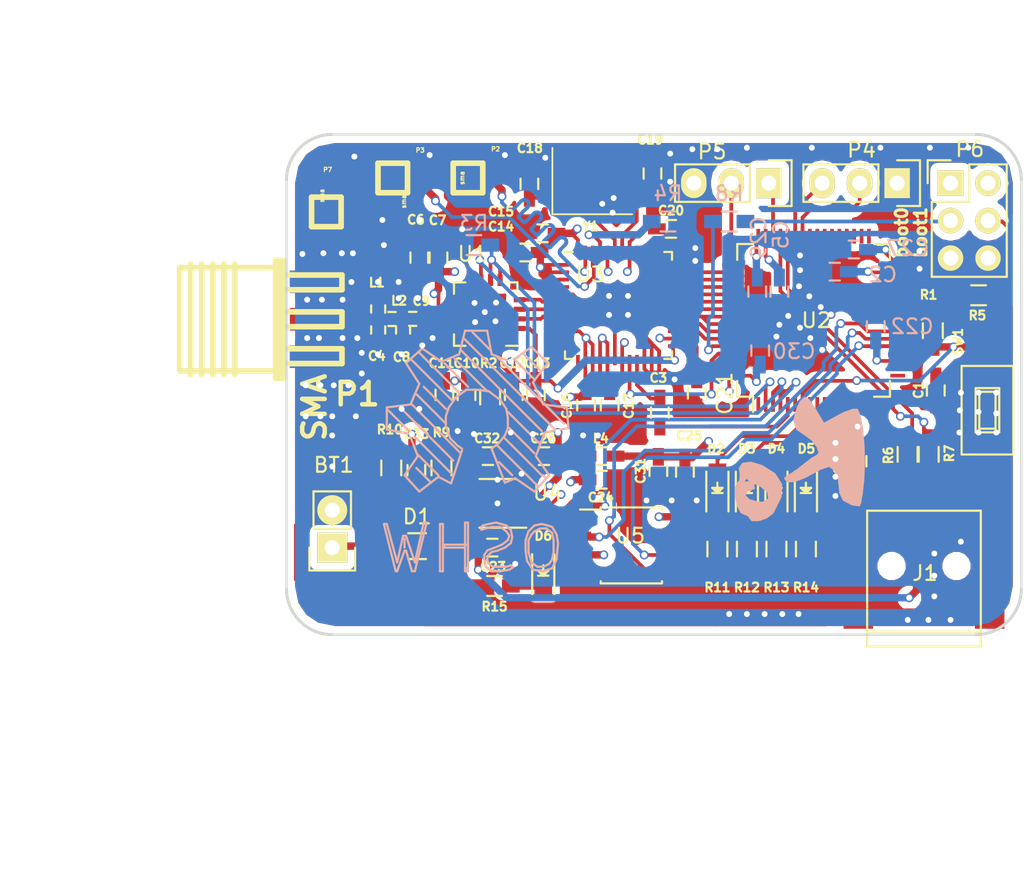
<source format=kicad_pcb>
(kicad_pcb (version 4) (host pcbnew 4.0.4-stable)
  (title_block (title ubermini) (date 2017-05-13) (rev V2))
  (layers (0 F.Cu signal) (1 GND.Cu signal) (2 POW.Cu signal) (31 B.Cu signal) (34 B.Paste user) (35 F.Paste user) (36 B.SilkS user) (37 F.SilkS user) (38 B.Mask user) (39 F.Mask user) (44 Edge.Cuts user))
  (net 0 "")
  (net 1 "Net-(BT1-Pad1)")
  (net 2 GND)
  (net 3 /NRST)
  (net 4 "Net-(C2-Pad1)")
  (net 5 "Net-(C3-Pad1)")
  (net 6 /GIO1)
  (net 7 "Net-(C4-Pad2)")
  (net 8 "Net-(C5-Pad1)")
  (net 9 +3.3VA)
  (net 10 "Net-(C8-Pad2)")
  (net 11 "Net-(C9-Pad1)")
  (net 12 +1V8)
  (net 13 "Net-(C18-Pad2)")
  (net 14 "Net-(C19-Pad2)")
  (net 15 +3V3)
  (net 16 /VBUS)
  (net 17 "Net-(C32-Pad1)")
  (net 18 "Net-(C33-Pad2)")
  (net 19 "Net-(D2-Pad1)")
  (net 20 "Net-(D3-Pad1)")
  (net 21 "Net-(D4-Pad1)")
  (net 22 "Net-(D5-Pad1)")
  (net 23 "Net-(J1-Pad2)")
  (net 24 "Net-(J1-Pad3)")
  (net 25 "Net-(L3-Pad1)")
  (net 26 "Net-(L3-Pad2)")
  (net 27 "Net-(P4-Pad2)")
  (net 28 "Net-(P4-Pad3)")
  (net 29 "Net-(P5-Pad1)")
  (net 30 "Net-(P5-Pad2)")
  (net 31 "Net-(P6-Pad3)")
  (net 32 "Net-(P6-Pad4)")
  (net 33 "Net-(R2-Pad1)")
  (net 34 /EN)
  (net 35 "Net-(R4-Pad2)")
  (net 36 /BOOT1)
  (net 37 "Net-(R6-Pad2)")
  (net 38 "Net-(R7-Pad2)")
  (net 39 /BOOT0)
  (net 40 "Net-(U1-Pad3)")
  (net 41 /GIO6)
  (net 42 /SO)
  (net 43 /SI)
  (net 44 /SCLK)
  (net 45 /CSn)
  (net 46 /DCLK)
  (net 47 /DIO)
  (net 48 /TX)
  (net 49 /RX)
  (net 50 /LED1)
  (net 51 /LED2)
  (net 52 /LED3)
  (net 53 /LED4)
  (net 54 /HGM)
  (net 55 /GR)
  (net 56 /SPI1_SCK)
  (net 57 /SPI1_MI)
  (net 58 /SPI1_MO)
  (net 59 /ATEST1_P)
  (net 60 /ATEST2_N)
  (net 61 "Net-(D6-Pad1)")
  (net 62 /SPI1_CS)
  (module Symbols:Symbol_OSHW-Logo_SilkScreen_BIG (layer B.Cu) (at 75.6 39 180)
    (fp_text reference "" (at 0 -10.3 180) (layer B.SilkS) (effects (justify mirror)))
    (fp_text value Symbol_OSHW-Logo_SilkScreen_BIG)
  )
  (module v2:U.FL (layer F.Cu) (at 70 41.85034 90)
    (fp_text reference P3 (at 1.88034 1.86 180) (layer F.SilkS) (effects (font (size 0.29972 0.29972) (thickness 0.0762))))
    (fp_text value sma (at -1.6 0.75 90) (layer F.SilkS) (effects (font (size 0.29972 0.29972) (thickness 0.0762))))
    (pad 2 smd rect (at -1.45034 0 90) (size 1.09982 2.19964) (layers F.Cu F.Paste F.Mask) (net 2 GND))
    (pad 2 smd rect (at 1.45034 0 90) (size 1.09982 2.19964) (layers F.Cu F.Paste F.Mask) (net 2 GND))
    (pad 2 smd rect (at 0 -1.50114 90) (size 1.00076 1.00076) (layers F.Cu F.Paste F.Mask) (net 2 GND))
    (pad 1 smd rect (at 0 1.50114 90) (size 1.00076 1.05156) (layers F.Cu F.Paste F.Mask) (net 60 /ATEST2_N))
  )
  (module v2:cc2591 (layer F.Cu) (at 76.3 51.075 180)
    (fp_text reference U1 (at 0.9 4.075 180) (layer F.SilkS))
    (fp_text value CC2591)
    (pad 1 smd rect (at -2.3 -0.975 180) (size 0.8 0.35) (layers F.Cu F.Paste F.Mask) (net 9 +3.3VA))
    (pad 2 smd rect (at -2.3 -0.325 180) (size 0.8 0.35) (layers F.Cu F.Paste F.Mask) (net 26 "Net-(L3-Pad2)"))
    (pad 3 smd rect (at -2.3 0.325 180) (size 0.8 0.35) (layers F.Cu F.Paste F.Mask) (net 40 "Net-(U1-Pad3)"))
    (pad 4 smd rect (at -2.3 0.975 180) (size 0.8 0.35) (layers F.Cu F.Paste F.Mask) (net 25 "Net-(L3-Pad1)"))
    (pad 5 smd rect (at -0.975 2.3 270) (size 0.8 0.35) (layers F.Cu F.Paste F.Mask) (net 34 /EN))
    (pad 6 smd rect (at -0.325 2.3 270) (size 0.8 0.35) (layers F.Cu F.Paste F.Mask) (net 34 /EN))
    (pad 7 smd rect (at 0.325 2.3 270) (size 0.8 0.35) (layers F.Cu F.Paste F.Mask) (net 54 /HGM))
    (pad 8 smd rect (at 0.975 2.3 270) (size 0.8 0.35) (layers F.Cu F.Paste F.Mask) (net 2 GND))
    (pad 9 smd rect (at 2.3 0.975 180) (size 0.8 0.35) (layers F.Cu F.Paste F.Mask) (net 2 GND))
    (pad 10 smd rect (at 2.3 0.325 180) (size 0.8 0.35) (layers F.Cu F.Paste F.Mask) (net 9 +3.3VA))
    (pad 11 smd rect (at 2.3 -0.325 180) (size 0.8 0.35) (layers F.Cu F.Paste F.Mask) (net 11 "Net-(C9-Pad1)"))
    (pad 12 smd rect (at 2.3 -0.975 180) (size 0.8 0.35) (layers F.Cu F.Paste F.Mask) (net 2 GND))
    (pad 13 smd rect (at 0.975 -2.3 270) (size 0.8 0.35) (layers F.Cu F.Paste F.Mask) (net 9 +3.3VA))
    (pad 14 smd rect (at 0.325 -2.3 270) (size 0.8 0.35) (layers F.Cu F.Paste F.Mask) (net 2 GND))
    (pad 15 smd rect (at -0.325 -2.3 270) (size 0.8 0.35) (layers F.Cu F.Paste F.Mask) (net 33 "Net-(R2-Pad1)"))
    (pad 16 smd rect (at -0.975 -2.3 270) (size 0.8 0.35) (layers F.Cu F.Paste F.Mask) (net 9 +3.3VA))
    (pad 17 smd circle (at 0 0 180) (size 2 2) (layers F.Cu F.Paste F.Mask) (net 2 GND))
  )
  (module Housings_QFP:LQFP-64_10x10mm_Pitch0.5mm (layer F.Cu) (at 98.52 51.5 90)
    (fp_text reference U2 (at 0 0.18 360) (layer F.SilkS))
    (fp_text value STM32F405RGTx)
    (pad 1 smd rect (at -5.7 -3.75 90) (size 1 0.25) (layers F.Cu F.Paste F.Mask))
    (pad 2 smd rect (at -5.7 -3.25 90) (size 1 0.25) (layers F.Cu F.Paste F.Mask) (net 34 /EN))
    (pad 3 smd rect (at -5.7 -2.75 90) (size 1 0.25) (layers F.Cu F.Paste F.Mask) (net 54 /HGM))
    (pad 4 smd rect (at -5.7 -2.25 90) (size 1 0.25) (layers F.Cu F.Paste F.Mask) (net 62 /SPI1_CS))
    (pad 5 smd rect (at -5.7 -1.75 90) (size 1 0.25) (layers F.Cu F.Paste F.Mask) (net 5 "Net-(C3-Pad1)"))
    (pad 6 smd rect (at -5.7 -1.25 90) (size 1 0.25) (layers F.Cu F.Paste F.Mask))
    (pad 7 smd rect (at -5.7 -0.75 90) (size 1 0.25) (layers F.Cu F.Paste F.Mask) (net 3 /NRST))
    (pad 8 smd rect (at -5.7 -0.25 90) (size 1 0.25) (layers F.Cu F.Paste F.Mask) (net 50 /LED1))
    (pad 9 smd rect (at -5.7 0.25 90) (size 1 0.25) (layers F.Cu F.Paste F.Mask) (net 51 /LED2))
    (pad 10 smd rect (at -5.7 0.75 90) (size 1 0.25) (layers F.Cu F.Paste F.Mask) (net 52 /LED3))
    (pad 11 smd rect (at -5.7 1.25 90) (size 1 0.25) (layers F.Cu F.Paste F.Mask) (net 53 /LED4))
    (pad 12 smd rect (at -5.7 1.75 90) (size 1 0.25) (layers F.Cu F.Paste F.Mask) (net 2 GND))
    (pad 13 smd rect (at -5.7 2.25 90) (size 1 0.25) (layers F.Cu F.Paste F.Mask) (net 15 +3V3))
    (pad 14 smd rect (at -5.7 2.75 90) (size 1 0.25) (layers F.Cu F.Paste F.Mask))
    (pad 15 smd rect (at -5.7 3.25 90) (size 1 0.25) (layers F.Cu F.Paste F.Mask))
    (pad 16 smd rect (at -5.7 3.75 90) (size 1 0.25) (layers F.Cu F.Paste F.Mask))
    (pad 17 smd rect (at -3.75 5.7 180) (size 1 0.25) (layers F.Cu F.Paste F.Mask))
    (pad 18 smd rect (at -3.25 5.7 180) (size 1 0.25) (layers F.Cu F.Paste F.Mask) (net 2 GND))
    (pad 19 smd rect (at -2.75 5.7 180) (size 1 0.25) (layers F.Cu F.Paste F.Mask) (net 15 +3V3))
    (pad 20 smd rect (at -2.25 5.7 180) (size 1 0.25) (layers F.Cu F.Paste F.Mask))
    (pad 21 smd rect (at -1.75 5.7 180) (size 1 0.25) (layers F.Cu F.Paste F.Mask) (net 56 /SPI1_SCK))
    (pad 22 smd rect (at -1.25 5.7 180) (size 1 0.25) (layers F.Cu F.Paste F.Mask) (net 57 /SPI1_MI))
    (pad 23 smd rect (at -0.75 5.7 180) (size 1 0.25) (layers F.Cu F.Paste F.Mask) (net 58 /SPI1_MO))
    (pad 24 smd rect (at -0.25 5.7 180) (size 1 0.25) (layers F.Cu F.Paste F.Mask))
    (pad 25 smd rect (at 0.25 5.7 180) (size 1 0.25) (layers F.Cu F.Paste F.Mask))
    (pad 26 smd rect (at 0.75 5.7 180) (size 1 0.25) (layers F.Cu F.Paste F.Mask))
    (pad 27 smd rect (at 1.25 5.7 180) (size 1 0.25) (layers F.Cu F.Paste F.Mask))
    (pad 28 smd rect (at 1.75 5.7 180) (size 1 0.25) (layers F.Cu F.Paste F.Mask) (net 36 /BOOT1))
    (pad 29 smd rect (at 2.25 5.7 180) (size 1 0.25) (layers F.Cu F.Paste F.Mask))
    (pad 30 smd rect (at 2.75 5.7 180) (size 1 0.25) (layers F.Cu F.Paste F.Mask))
    (pad 31 smd rect (at 3.25 5.7 180) (size 1 0.25) (layers F.Cu F.Paste F.Mask) (net 4 "Net-(C2-Pad1)"))
    (pad 32 smd rect (at 3.75 5.7 180) (size 1 0.25) (layers F.Cu F.Paste F.Mask) (net 15 +3V3))
    (pad 33 smd rect (at 5.7 3.75 90) (size 1 0.25) (layers F.Cu F.Paste F.Mask))
    (pad 34 smd rect (at 5.7 3.25 90) (size 1 0.25) (layers F.Cu F.Paste F.Mask))
    (pad 35 smd rect (at 5.7 2.75 90) (size 1 0.25) (layers F.Cu F.Paste F.Mask))
    (pad 36 smd rect (at 5.7 2.25 90) (size 1 0.25) (layers F.Cu F.Paste F.Mask))
    (pad 37 smd rect (at 5.7 1.75 90) (size 1 0.25) (layers F.Cu F.Paste F.Mask))
    (pad 38 smd rect (at 5.7 1.25 90) (size 1 0.25) (layers F.Cu F.Paste F.Mask))
    (pad 39 smd rect (at 5.7 0.75 90) (size 1 0.25) (layers F.Cu F.Paste F.Mask))
    (pad 40 smd rect (at 5.7 0.25 90) (size 1 0.25) (layers F.Cu F.Paste F.Mask))
    (pad 41 smd rect (at 5.7 -0.25 90) (size 1 0.25) (layers F.Cu F.Paste F.Mask))
    (pad 42 smd rect (at 5.7 -0.75 90) (size 1 0.25) (layers F.Cu F.Paste F.Mask) (net 27 "Net-(P4-Pad2)"))
    (pad 43 smd rect (at 5.7 -1.25 90) (size 1 0.25) (layers F.Cu F.Paste F.Mask) (net 28 "Net-(P4-Pad3)"))
    (pad 44 smd rect (at 5.7 -1.75 90) (size 1 0.25) (layers F.Cu F.Paste F.Mask) (net 37 "Net-(R6-Pad2)"))
    (pad 45 smd rect (at 5.7 -2.25 90) (size 1 0.25) (layers F.Cu F.Paste F.Mask) (net 38 "Net-(R7-Pad2)"))
    (pad 46 smd rect (at 5.7 -2.75 90) (size 1 0.25) (layers F.Cu F.Paste F.Mask) (net 29 "Net-(P5-Pad1)"))
    (pad 47 smd rect (at 5.7 -3.25 90) (size 1 0.25) (layers F.Cu F.Paste F.Mask) (net 8 "Net-(C5-Pad1)"))
    (pad 48 smd rect (at 5.7 -3.75 90) (size 1 0.25) (layers F.Cu F.Paste F.Mask) (net 15 +3V3))
    (pad 49 smd rect (at 3.75 -5.7 180) (size 1 0.25) (layers F.Cu F.Paste F.Mask) (net 30 "Net-(P5-Pad2)"))
    (pad 50 smd rect (at 3.25 -5.7 180) (size 1 0.25) (layers F.Cu F.Paste F.Mask) (net 41 /GIO6))
    (pad 51 smd rect (at 2.75 -5.7 180) (size 1 0.25) (layers F.Cu F.Paste F.Mask) (net 42 /SO))
    (pad 52 smd rect (at 2.25 -5.7 180) (size 1 0.25) (layers F.Cu F.Paste F.Mask) (net 43 /SI))
    (pad 53 smd rect (at 1.75 -5.7 180) (size 1 0.25) (layers F.Cu F.Paste F.Mask) (net 44 /SCLK))
    (pad 54 smd rect (at 1.25 -5.7 180) (size 1 0.25) (layers F.Cu F.Paste F.Mask) (net 45 /CSn))
    (pad 55 smd rect (at 0.75 -5.7 180) (size 1 0.25) (layers F.Cu F.Paste F.Mask) (net 46 /DCLK))
    (pad 56 smd rect (at 0.25 -5.7 180) (size 1 0.25) (layers F.Cu F.Paste F.Mask) (net 47 /DIO))
    (pad 57 smd rect (at -0.25 -5.7 180) (size 1 0.25) (layers F.Cu F.Paste F.Mask) (net 47 /DIO))
    (pad 58 smd rect (at -0.75 -5.7 180) (size 1 0.25) (layers F.Cu F.Paste F.Mask) (net 48 /TX))
    (pad 59 smd rect (at -1.25 -5.7 180) (size 1 0.25) (layers F.Cu F.Paste F.Mask) (net 49 /RX))
    (pad 60 smd rect (at -1.75 -5.7 180) (size 1 0.25) (layers F.Cu F.Paste F.Mask) (net 39 /BOOT0))
    (pad 61 smd rect (at -2.25 -5.7 180) (size 1 0.25) (layers F.Cu F.Paste F.Mask) (net 55 /GR))
    (pad 62 smd rect (at -2.75 -5.7 180) (size 1 0.25) (layers F.Cu F.Paste F.Mask))
    (pad 63 smd rect (at -3.25 -5.7 180) (size 1 0.25) (layers F.Cu F.Paste F.Mask) (net 2 GND))
    (pad 64 smd rect (at -3.75 -5.7 180) (size 1 0.25) (layers F.Cu F.Paste F.Mask) (net 15 +3V3))
  )
  (module Capacitors_SMD:C_0603_HandSoldering (layer F.Cu) (at 106.8 56.25 270)
    (fp_text reference C1 (at -0.03 1.17 450) (layer F.SilkS) (effects (font (size 0.6 0.6))))
    (fp_text value 100nF)
    (pad 1 smd rect (at -0.95 0 270) (size 1.2 0.75) (layers F.Cu F.Paste F.Mask) (net 3 /NRST))
    (pad 2 smd rect (at 0.95 0 270) (size 1.2 0.75) (layers F.Cu F.Paste F.Mask) (net 2 GND))
  )
  (module Resistors_SMD:R_0603_HandSoldering (layer F.Cu) (at 106.32 60.58 90)
    (fp_text reference R7 (at 0.06 1.4 270) (layer F.SilkS) (effects (font (size 0.6 0.6))))
    (fp_text value 22)
    (pad 1 smd rect (at -1.1 0 90) (size 1.2 0.9) (layers F.Cu F.Paste F.Mask) (net 24 "Net-(J1-Pad3)"))
    (pad 2 smd rect (at 1.1 0 90) (size 1.2 0.9) (layers F.Cu F.Paste F.Mask) (net 38 "Net-(R7-Pad2)"))
  )
  (module Resistors_SMD:R_0805_HandSoldering (layer F.Cu) (at 71.65 66.8 180)
    (fp_text reference D1 (at 0 2 180) (layer F.SilkS))
    (fp_text value D)
    (pad 1 smd rect (at -1.35 0 180) (size 1.5 1.3) (layers F.Cu F.Paste F.Mask) (net 16 /VBUS))
    (pad 2 smd rect (at 1.35 0 180) (size 1.5 1.3) (layers F.Cu F.Paste F.Mask) (net 1 "Net-(BT1-Pad1)"))
  )
  (module Resistors_SMD:R_0603_HandSoldering (layer F.Cu) (at 109.7 49.8)
    (fp_text reference R5 (at -0.08 1.37) (layer F.SilkS) (effects (font (size 0.6 0.6))))
    (fp_text value 10k)
    (pad 1 smd rect (at -1.1 0) (size 1.2 0.9) (layers F.Cu F.Paste F.Mask) (net 36 /BOOT1))
    (pad 2 smd rect (at 1.1 0) (size 1.2 0.9) (layers F.Cu F.Paste F.Mask) (net 32 "Net-(P6-Pad4)"))
  )
  (module Pin_Headers:Pin_Header_Straight_1x02 (layer F.Cu) (at 65.9 66.9 180)
    (fp_text reference BT1 (at -0.1 5.6 360) (layer F.SilkS))
    (fp_text value Battery_Cell)
    (pad 1 thru_hole rect (at 0 0 180) (size 2.032 2.032) (drill 1.016) (layers *.Cu *.Mask F.SilkS) (net 1 "Net-(BT1-Pad1)"))
    (pad 2 thru_hole oval (at 0 2.54 180) (size 2.032 2.032) (drill 1.016) (layers *.Cu *.Mask F.SilkS) (net 2 GND))
  )
  (module Capacitors_SMD:C_0603_HandSoldering (layer B.Cu) (at 99.95 48.2 180)
    (fp_text reference C2 (at -3.25 -0.2 180) (layer B.SilkS) (effects (justify mirror)))
    (fp_text value 2.2Uf)
    (pad 1 smd rect (at -0.95 0 180) (size 1.2 0.75) (layers B.Cu B.Paste B.Mask) (net 4 "Net-(C2-Pad1)"))
    (pad 2 smd rect (at 0.95 0 180) (size 1.2 0.75) (layers B.Cu B.Paste B.Mask) (net 2 GND))
  )
  (module Capacitors_SMD:C_0603_HandSoldering (layer F.Cu) (at 88.1 57.75 90)
    (fp_text reference C3 (at 2.35 -0.1 180) (layer F.SilkS) (effects (font (size 0.6 0.6))))
    (fp_text value 10uf)
    (pad 1 smd rect (at -0.95 0 90) (size 1.2 0.75) (layers F.Cu F.Paste F.Mask) (net 5 "Net-(C3-Pad1)"))
    (pad 2 smd rect (at 0.95 0 90) (size 1.2 0.75) (layers F.Cu F.Paste F.Mask) (net 6 /GIO1))
  )
  (module Capacitors_SMD:C_0402 (layer F.Cu) (at 69.0135 52.15 90)
    (fp_text reference C4 (at -1.77 -0.0935 180) (layer F.SilkS) (effects (font (size 0.6 0.6))))
    (fp_text value 2p2)
    (pad 1 smd rect (at -0.55 0 90) (size 0.6 0.5) (layers F.Cu F.Paste F.Mask) (net 2 GND))
    (pad 2 smd rect (at 0.55 0 90) (size 0.6 0.5) (layers F.Cu F.Paste F.Mask) (net 7 "Net-(C4-Pad2)"))
  )
  (module Capacitors_SMD:C_0603_HandSoldering (layer B.Cu) (at 96.2 49.55 270)
    (fp_text reference C5 (at -3.85 -0.1 450) (layer B.SilkS) (effects (justify mirror)))
    (fp_text value 2.2uf)
    (pad 1 smd rect (at -0.95 0 270) (size 1.2 0.75) (layers B.Cu B.Paste B.Mask) (net 8 "Net-(C5-Pad1)"))
    (pad 2 smd rect (at 0.95 0 270) (size 1.2 0.75) (layers B.Cu B.Paste B.Mask) (net 2 GND))
  )
  (module Capacitors_SMD:C_0603_HandSoldering (layer F.Cu) (at 71.8 47.25 270)
    (fp_text reference C6 (at -2.57 0.23 360) (layer F.SilkS) (effects (font (size 0.6 0.6))))
    (fp_text value 1nF)
    (pad 1 smd rect (at -0.95 0 270) (size 1.2 0.75) (layers F.Cu F.Paste F.Mask) (net 2 GND))
    (pad 2 smd rect (at 0.95 0 270) (size 1.2 0.75) (layers F.Cu F.Paste F.Mask) (net 9 +3.3VA))
  )
  (module Capacitors_SMD:C_0603_HandSoldering (layer F.Cu) (at 73.1 47.25 270)
    (fp_text reference C7 (at -2.53 0.06 360) (layer F.SilkS) (effects (font (size 0.6 0.6))))
    (fp_text value 18nF)
    (pad 1 smd rect (at -0.95 0 270) (size 1.2 0.75) (layers F.Cu F.Paste F.Mask) (net 2 GND))
    (pad 2 smd rect (at 0.95 0 270) (size 1.2 0.75) (layers F.Cu F.Paste F.Mask) (net 9 +3.3VA))
  )
  (module Capacitors_SMD:C_0402 (layer F.Cu) (at 70.7 52.15 90)
    (fp_text reference C8 (at -1.84 -0.1 180) (layer F.SilkS) (effects (font (size 0.6 0.6))))
    (fp_text value 1pF)
    (pad 1 smd rect (at -0.55 0 90) (size 0.6 0.5) (layers F.Cu F.Paste F.Mask) (net 2 GND))
    (pad 2 smd rect (at 0.55 0 90) (size 0.6 0.5) (layers F.Cu F.Paste F.Mask) (net 10 "Net-(C8-Pad2)"))
  )
  (module Capacitors_SMD:C_0402 (layer F.Cu) (at 71.35 51.4 180)
    (fp_text reference C9 (at -0.59 1.21 180) (layer F.SilkS) (effects (font (size 0.6 0.6))))
    (fp_text value 6p8)
    (pad 1 smd rect (at -0.55 0 180) (size 0.6 0.5) (layers F.Cu F.Paste F.Mask) (net 11 "Net-(C9-Pad1)"))
    (pad 2 smd rect (at 0.55 0 180) (size 0.6 0.5) (layers F.Cu F.Paste F.Mask) (net 10 "Net-(C8-Pad2)"))
  )
  (module Capacitors_SMD:C_0603_HandSoldering (layer F.Cu) (at 75 56.55 270)
    (fp_text reference C10 (at -2.15 0 360) (layer F.SilkS) (effects (font (size 0.6 0.6))))
    (fp_text value 1nF)
    (pad 1 smd rect (at -0.95 0 270) (size 1.2 0.75) (layers F.Cu F.Paste F.Mask) (net 9 +3.3VA))
    (pad 2 smd rect (at 0.95 0 270) (size 1.2 0.75) (layers F.Cu F.Paste F.Mask) (net 2 GND))
  )
  (module Capacitors_SMD:C_0603_HandSoldering (layer F.Cu) (at 73.5 56.55 270)
    (fp_text reference C11 (at -2.15 0.2 360) (layer F.SilkS) (effects (font (size 0.6 0.6))))
    (fp_text value 10pF)
    (pad 1 smd rect (at -0.95 0 270) (size 1.2 0.75) (layers F.Cu F.Paste F.Mask) (net 9 +3.3VA))
    (pad 2 smd rect (at 0.95 0 270) (size 1.2 0.75) (layers F.Cu F.Paste F.Mask) (net 2 GND))
  )
  (module Capacitors_SMD:C_0603_HandSoldering (layer F.Cu) (at 78.2 56.55 270)
    (fp_text reference C12 (at -2.15 0.1 360) (layer F.SilkS) (effects (font (size 0.6 0.6))))
    (fp_text value 1nF)
    (pad 1 smd rect (at -0.95 0 270) (size 1.2 0.75) (layers F.Cu F.Paste F.Mask) (net 9 +3.3VA))
    (pad 2 smd rect (at 0.95 0 270) (size 1.2 0.75) (layers F.Cu F.Paste F.Mask) (net 2 GND))
  )
  (module Capacitors_SMD:C_0603_HandSoldering (layer F.Cu) (at 79.7 56.55 270)
    (fp_text reference C13 (at -2.15 -0.1 360) (layer F.SilkS) (effects (font (size 0.6 0.6))))
    (fp_text value 1nF)
    (pad 1 smd rect (at -0.95 0 270) (size 1.2 0.75) (layers F.Cu F.Paste F.Mask) (net 9 +3.3VA))
    (pad 2 smd rect (at 0.95 0 270) (size 1.2 0.75) (layers F.Cu F.Paste F.Mask) (net 2 GND))
  )
  (module Capacitors_SMD:C_0603_HandSoldering (layer F.Cu) (at 79 46.9 180)
    (fp_text reference C14 (at 1.66 1.75 180) (layer F.SilkS) (effects (font (size 0.6 0.6))))
    (fp_text value 68p)
    (pad 1 smd rect (at -0.95 0 180) (size 1.2 0.75) (layers F.Cu F.Paste F.Mask) (net 12 +1V8))
    (pad 2 smd rect (at 0.95 0 180) (size 1.2 0.75) (layers F.Cu F.Paste F.Mask) (net 2 GND))
  )
  (module Capacitors_SMD:C_0603_HandSoldering (layer F.Cu) (at 80.15 45.6 180)
    (fp_text reference C15 (at 2.81 1.47 180) (layer F.SilkS) (effects (font (size 0.6 0.6))))
    (fp_text value 100nF)
    (pad 1 smd rect (at -0.95 0 180) (size 1.2 0.75) (layers F.Cu F.Paste F.Mask) (net 12 +1V8))
    (pad 2 smd rect (at 0.95 0 180) (size 1.2 0.75) (layers F.Cu F.Paste F.Mask) (net 2 GND))
  )
  (module Capacitors_SMD:C_0603_HandSoldering (layer F.Cu) (at 83.1 57.25 270)
    (fp_text reference C16 (at 0.05 1.3 270) (layer F.SilkS) (effects (font (size 0.6 0.6))))
    (fp_text value 10nF)
    (pad 1 smd rect (at -0.95 0 270) (size 1.2 0.75) (layers F.Cu F.Paste F.Mask) (net 12 +1V8))
    (pad 2 smd rect (at 0.95 0 270) (size 1.2 0.75) (layers F.Cu F.Paste F.Mask) (net 2 GND))
  )
  (module Capacitors_SMD:C_0603_HandSoldering (layer F.Cu) (at 84.7 57.25 270)
    (fp_text reference C17 (at 0.05 -1.3 270) (layer F.SilkS) (effects (font (size 0.6 0.6))))
    (fp_text value 68pF)
    (pad 1 smd rect (at -0.95 0 270) (size 1.2 0.75) (layers F.Cu F.Paste F.Mask) (net 12 +1V8))
    (pad 2 smd rect (at 0.95 0 270) (size 1.2 0.75) (layers F.Cu F.Paste F.Mask) (net 2 GND))
  )
  (module Capacitors_SMD:C_0603_HandSoldering (layer F.Cu) (at 79.26 42.25 270)
    (fp_text reference C18 (at -2.42 -0.03 360) (layer F.SilkS) (effects (font (size 0.6 0.6))))
    (fp_text value 27pF)
    (pad 1 smd rect (at -0.95 0 270) (size 1.2 0.75) (layers F.Cu F.Paste F.Mask) (net 2 GND))
    (pad 2 smd rect (at 0.95 0 270) (size 1.2 0.75) (layers F.Cu F.Paste F.Mask) (net 13 "Net-(C18-Pad2)"))
  )
  (module Capacitors_SMD:C_0603_HandSoldering (layer F.Cu) (at 87.6 41.55 270)
    (fp_text reference C19 (at -2.29 0.15 360) (layer F.SilkS) (effects (font (size 0.6 0.6))))
    (fp_text value 27pF)
    (pad 1 smd rect (at -0.95 0 270) (size 1.2 0.75) (layers F.Cu F.Paste F.Mask) (net 2 GND))
    (pad 2 smd rect (at 0.95 0 270) (size 1.2 0.75) (layers F.Cu F.Paste F.Mask) (net 14 "Net-(C19-Pad2)"))
  )
  (module Capacitors_SMD:C_0603_HandSoldering (layer F.Cu) (at 88.85 45.3 180)
    (fp_text reference C20 (at -0.01 1.24 180) (layer F.SilkS) (effects (font (size 0.6 0.6))))
    (fp_text value 68pF)
    (pad 1 smd rect (at -0.95 0 180) (size 1.2 0.75) (layers F.Cu F.Paste F.Mask) (net 2 GND))
    (pad 2 smd rect (at 0.95 0 180) (size 1.2 0.75) (layers F.Cu F.Paste F.Mask) (net 12 +1V8))
  )
  (module Capacitors_SMD:C_0603_HandSoldering (layer F.Cu) (at 90.6 56.45 270)
    (fp_text reference C21 (at 0 -1.9 270) (layer F.SilkS))
    (fp_text value 100nF)
    (pad 1 smd rect (at -0.95 0 270) (size 1.2 0.75) (layers F.Cu F.Paste F.Mask) (net 12 +1V8))
    (pad 2 smd rect (at 0.95 0 270) (size 1.2 0.75) (layers F.Cu F.Paste F.Mask) (net 2 GND))
  )
  (module Capacitors_SMD:C_0603_HandSoldering (layer B.Cu) (at 102.73 51.91 90)
    (fp_text reference C22 (at 0 2.47 180) (layer B.SilkS) (effects (justify mirror)))
    (fp_text value 4.7uF)
    (pad 1 smd rect (at -0.95 0 90) (size 1.2 0.75) (layers B.Cu B.Paste B.Mask) (net 15 +3V3))
    (pad 2 smd rect (at 0.95 0 90) (size 1.2 0.75) (layers B.Cu B.Paste B.Mask) (net 2 GND))
  )
  (module Capacitors_SMD:C_0603_HandSoldering (layer F.Cu) (at 76.75 66.9)
    (fp_text reference C23 (at 0.05 1.3 180) (layer F.SilkS) (effects (font (size 0.6 0.6))))
    (fp_text value 1uF)
    (pad 1 smd rect (at -0.95 0) (size 1.2 0.75) (layers F.Cu F.Paste F.Mask) (net 16 /VBUS))
    (pad 2 smd rect (at 0.95 0) (size 1.2 0.75) (layers F.Cu F.Paste F.Mask) (net 2 GND))
  )
  (module Capacitors_SMD:C_0603_HandSoldering (layer F.Cu) (at 84.15 62.3)
    (fp_text reference C24 (at -0.05 1.2) (layer F.SilkS) (effects (font (size 0.6 0.6))))
    (fp_text value 2.2uF)
    (pad 1 smd rect (at -0.95 0) (size 1.2 0.75) (layers F.Cu F.Paste F.Mask) (net 12 +1V8))
    (pad 2 smd rect (at 0.95 0) (size 1.2 0.75) (layers F.Cu F.Paste F.Mask) (net 2 GND))
  )
  (module Capacitors_SMD:C_0603_HandSoldering (layer F.Cu) (at 89.8 61.75 270)
    (fp_text reference C25 (at -2.45 -0.3 360) (layer F.SilkS) (effects (font (size 0.6 0.6))))
    (fp_text value 4.7uF)
    (pad 1 smd rect (at -0.95 0 270) (size 1.2 0.75) (layers F.Cu F.Paste F.Mask) (net 15 +3V3))
    (pad 2 smd rect (at 0.95 0 270) (size 1.2 0.75) (layers F.Cu F.Paste F.Mask) (net 2 GND))
  )
  (module Capacitors_SMD:C_0603_HandSoldering (layer F.Cu) (at 80.25 60.7 180)
    (fp_text reference C26 (at 0.05 1.2 180) (layer F.SilkS) (effects (font (size 0.6 0.6))))
    (fp_text value 2.2uF)
    (pad 1 smd rect (at -0.95 0 180) (size 1.2 0.75) (layers F.Cu F.Paste F.Mask) (net 9 +3.3VA))
    (pad 2 smd rect (at 0.95 0 180) (size 1.2 0.75) (layers F.Cu F.Paste F.Mask) (net 2 GND))
  )
  (module Capacitors_SMD:C_0603_HandSoldering (layer B.Cu) (at 101.25 46.7 180)
    (fp_text reference C27 (at -3.65 0.1 180) (layer B.SilkS) (effects (justify mirror)))
    (fp_text value 4.7uF)
    (pad 1 smd rect (at -0.95 0 180) (size 1.2 0.75) (layers B.Cu B.Paste B.Mask) (net 15 +3V3))
    (pad 2 smd rect (at 0.95 0 180) (size 1.2 0.75) (layers B.Cu B.Paste B.Mask) (net 2 GND))
  )
  (module Capacitors_SMD:C_0603_HandSoldering (layer F.Cu) (at 101.5 61.05 270)
    (fp_text reference C28 (at 0.04 1.25 270) (layer F.SilkS) (effects (font (size 0.6 0.6))))
    (fp_text value 4.7uF)
    (pad 1 smd rect (at -0.95 0 270) (size 1.2 0.75) (layers F.Cu F.Paste F.Mask) (net 15 +3V3))
    (pad 2 smd rect (at 0.95 0 270) (size 1.2 0.75) (layers F.Cu F.Paste F.Mask) (net 2 GND))
  )
  (module Capacitors_SMD:C_0603_HandSoldering (layer B.Cu) (at 94.7 49.55 270)
    (fp_text reference C29 (at -3.65 -0.1 450) (layer B.SilkS) (effects (justify mirror)))
    (fp_text value 4.7uF)
    (pad 1 smd rect (at -0.95 0 270) (size 1.2 0.75) (layers B.Cu B.Paste B.Mask) (net 15 +3V3))
    (pad 2 smd rect (at 0.95 0 270) (size 1.2 0.75) (layers B.Cu B.Paste B.Mask) (net 2 GND))
  )
  (module Capacitors_SMD:C_0603_HandSoldering (layer B.Cu) (at 94.9 53.55 90)
    (fp_text reference C30 (at -0.05 2.3 180) (layer B.SilkS) (effects (justify mirror)))
    (fp_text value 4.7uF)
    (pad 1 smd rect (at -0.95 0 90) (size 1.2 0.75) (layers B.Cu B.Paste B.Mask) (net 15 +3V3))
    (pad 2 smd rect (at 0.95 0 90) (size 1.2 0.75) (layers B.Cu B.Paste B.Mask) (net 2 GND))
  )
  (module Capacitors_SMD:C_0603_HandSoldering (layer F.Cu) (at 88 61.7 270)
    (fp_text reference C31 (at 0 1.2 270) (layer F.SilkS) (effects (font (size 0.6 0.6))))
    (fp_text value 2.2uF)
    (pad 1 smd rect (at -0.95 0 270) (size 1.2 0.75) (layers F.Cu F.Paste F.Mask) (net 15 +3V3))
    (pad 2 smd rect (at 0.95 0 270) (size 1.2 0.75) (layers F.Cu F.Paste F.Mask) (net 2 GND))
  )
  (module Capacitors_SMD:C_0603_HandSoldering (layer F.Cu) (at 76.45 60.7)
    (fp_text reference C32 (at -0.05 -1.2) (layer F.SilkS) (effects (font (size 0.6 0.6))))
    (fp_text value 10nF)
    (pad 1 smd rect (at -0.95 0) (size 1.2 0.75) (layers F.Cu F.Paste F.Mask) (net 17 "Net-(C32-Pad1)"))
    (pad 2 smd rect (at 0.95 0) (size 1.2 0.75) (layers F.Cu F.Paste F.Mask) (net 2 GND))
  )
  (module Capacitors_SMD:C_0603_HandSoldering (layer F.Cu) (at 71.6 61.65 270)
    (fp_text reference C33 (at -2.45 0 360) (layer F.SilkS) (effects (font (size 0.6 0.6))))
    (fp_text value 15pF)
    (pad 1 smd rect (at -0.95 0 270) (size 1.2 0.75) (layers F.Cu F.Paste F.Mask) (net 9 +3.3VA))
    (pad 2 smd rect (at 0.95 0 270) (size 1.2 0.75) (layers F.Cu F.Paste F.Mask) (net 18 "Net-(C33-Pad2)"))
  )
  (module LEDs:LED_0805 (layer F.Cu) (at 92 62.84902 90)
    (fp_text reference D2 (at 2.64902 -0.1 180) (layer F.SilkS) (effects (font (size 0.6 0.6))))
    (fp_text value LED)
    (pad 2 smd rect (at 1.04902 0 270) (size 1.19888 1.19888) (layers F.Cu F.Paste F.Mask) (net 50 /LED1))
    (pad 1 smd rect (at -1.04902 0 270) (size 1.19888 1.19888) (layers F.Cu F.Paste F.Mask) (net 19 "Net-(D2-Pad1)"))
  )
  (module Capacitors_SMD:C_0402 (layer F.Cu) (at 69.0135 50.731 270)
    (fp_text reference L1 (at -1.791 0.0935 360) (layer F.SilkS) (effects (font (size 0.6 0.6))))
    (fp_text value 3nH)
    (pad 1 smd rect (at -0.55 0 270) (size 0.6 0.5) (layers F.Cu F.Paste F.Mask) (net 2 GND))
    (pad 2 smd rect (at 0.55 0 270) (size 0.6 0.5) (layers F.Cu F.Paste F.Mask) (net 7 "Net-(C4-Pad2)"))
  )
  (module Capacitors_SMD:C_0402 (layer F.Cu) (at 69.95 51.408)
    (fp_text reference L2 (at 0.48 -1.238) (layer F.SilkS) (effects (font (size 0.6 0.6))))
    (fp_text value 2n2)
    (pad 1 smd rect (at -0.55 0) (size 0.6 0.5) (layers F.Cu F.Paste F.Mask) (net 7 "Net-(C4-Pad2)"))
    (pad 2 smd rect (at 0.55 0) (size 0.6 0.5) (layers F.Cu F.Paste F.Mask) (net 10 "Net-(C8-Pad2)"))
  )
  (module Capacitors_SMD:C_0603_HandSoldering (layer F.Cu) (at 84.15 60.7)
    (fp_text reference L4 (at -0.05 -1.2) (layer F.SilkS) (effects (font (size 0.6 0.6))))
    (fp_text value FB)
    (pad 1 smd rect (at -0.95 0) (size 1.2 0.75) (layers F.Cu F.Paste F.Mask) (net 9 +3.3VA))
    (pad 2 smd rect (at 0.95 0) (size 1.2 0.75) (layers F.Cu F.Paste F.Mask) (net 15 +3V3))
  )
  (module v2:sma (layer F.Cu) (at 65.059 51.427 270)
    (fp_text reference P1 (at 5.073 -2.541 360) (layer F.SilkS) (effects (font (thickness 0.3048))))
    (fp_text value SMA (at 5.973 0.359 270) (layer F.SilkS) (effects (font (thickness 0.3048))))
    (pad 1 smd rect (at 0 0 270) (size 1.524 4.064) (layers F.Cu F.Paste F.Mask) (net 7 "Net-(C4-Pad2)"))
    (pad 2 smd rect (at -2.54 0 270) (size 1.524 4.064) (layers F.Cu F.Paste F.Mask) (net 2 GND))
    (pad 4 smd rect (at 2.54 0 270) (size 1.524 4.064) (layers F.Cu F.Paste F.Mask) (net 2 GND))
    (pad 3 smd rect (at -2.54 0 270) (size 1.524 4.064) (layers B.Cu B.Paste B.Mask) (net 2 GND))
    (pad 5 smd rect (at 2.54 0 270) (size 1.524 4.064) (layers B.Cu B.Paste B.Mask) (net 2 GND))
  )
  (module v2:U.FL (layer F.Cu) (at 75.09886 41.85034 90)
    (fp_text reference P2 (at 1.96034 1.87114 180) (layer F.SilkS) (effects (font (size 0.29972 0.29972) (thickness 0.0762))))
    (fp_text value sma (at 0 -0.39878 90) (layer F.SilkS) (effects (font (size 0.29972 0.29972) (thickness 0.0762))))
    (pad 2 smd rect (at -1.45034 0 90) (size 1.09982 2.19964) (layers F.Cu F.Paste F.Mask) (net 2 GND))
    (pad 2 smd rect (at 1.45034 0 90) (size 1.09982 2.19964) (layers F.Cu F.Paste F.Mask) (net 2 GND))
    (pad 2 smd rect (at 0 -1.50114 90) (size 1.00076 1.00076) (layers F.Cu F.Paste F.Mask) (net 2 GND))
    (pad 1 smd rect (at 0 1.50114 90) (size 1.00076 1.05156) (layers F.Cu F.Paste F.Mask) (net 59 /ATEST1_P))
  )
  (module Pin_Headers:Pin_Header_Straight_1x03 (layer F.Cu) (at 104.18 42.2 270)
    (fp_text reference P4 (at -2.25 2.41 360) (layer F.SilkS))
    (fp_text value uart1)
    (pad 1 thru_hole rect (at 0 0 270) (size 2.032 1.7272) (drill 1.016) (layers *.Cu *.Mask F.SilkS) (net 2 GND))
    (pad 2 thru_hole oval (at 0 2.54 270) (size 2.032 1.7272) (drill 1.016) (layers *.Cu *.Mask F.SilkS) (net 27 "Net-(P4-Pad2)"))
    (pad 3 thru_hole oval (at 0 5.08 270) (size 2.032 1.7272) (drill 1.016) (layers *.Cu *.Mask F.SilkS) (net 28 "Net-(P4-Pad3)"))
  )
  (module Pin_Headers:Pin_Header_Straight_1x03 (layer F.Cu) (at 95.48 42.2 270)
    (fp_text reference P5 (at -2.13 3.84 360) (layer F.SilkS))
    (fp_text value SWD)
    (pad 1 thru_hole rect (at 0 0 270) (size 2.032 1.7272) (drill 1.016) (layers *.Cu *.Mask F.SilkS) (net 29 "Net-(P5-Pad1)"))
    (pad 2 thru_hole oval (at 0 2.54 270) (size 2.032 1.7272) (drill 1.016) (layers *.Cu *.Mask F.SilkS) (net 30 "Net-(P5-Pad2)"))
    (pad 3 thru_hole oval (at 0 5.08 270) (size 2.032 1.7272) (drill 1.016) (layers *.Cu *.Mask F.SilkS) (net 2 GND))
  )
  (module Pin_Headers:Pin_Header_Straight_2x03 (layer F.Cu) (at 107.8 42.2)
    (fp_text reference P6 (at 1.31 -2.29) (layer F.SilkS))
    (fp_text value boot)
    (pad 1 thru_hole rect (at 0 0) (size 1.7272 1.7272) (drill 1.016) (layers *.Cu *.Mask F.SilkS) (net 15 +3V3))
    (pad 2 thru_hole oval (at 2.54 0) (size 1.7272 1.7272) (drill 1.016) (layers *.Cu *.Mask F.SilkS) (net 15 +3V3))
    (pad 3 thru_hole oval (at 0 2.54) (size 1.7272 1.7272) (drill 1.016) (layers *.Cu *.Mask F.SilkS) (net 31 "Net-(P6-Pad3)"))
    (pad 4 thru_hole oval (at 2.54 2.54) (size 1.7272 1.7272) (drill 1.016) (layers *.Cu *.Mask F.SilkS) (net 32 "Net-(P6-Pad4)"))
    (pad 5 thru_hole oval (at 0 5.08) (size 1.7272 1.7272) (drill 1.016) (layers *.Cu *.Mask F.SilkS) (net 2 GND))
    (pad 6 thru_hole oval (at 2.54 5.08) (size 1.7272 1.7272) (drill 1.016) (layers *.Cu *.Mask F.SilkS) (net 2 GND))
  )
  (module Resistors_SMD:R_0603_HandSoldering (layer F.Cu) (at 106.6 52.2 270)
    (fp_text reference R1 (at -2.43 0.29 360) (layer F.SilkS) (effects (font (size 0.6 0.6))))
    (fp_text value 100k)
    (pad 1 smd rect (at -1.1 0 270) (size 1.2 0.9) (layers F.Cu F.Paste F.Mask) (net 15 +3V3))
    (pad 2 smd rect (at 1.1 0 270) (size 1.2 0.9) (layers F.Cu F.Paste F.Mask) (net 3 /NRST))
  )
  (module Resistors_SMD:R_0603_HandSoldering (layer F.Cu) (at 76.6 56.7 270)
    (fp_text reference R2 (at -2.3 0.1 360) (layer F.SilkS) (effects (font (size 0.6 0.6))))
    (fp_text value 4k3)
    (pad 1 smd rect (at -1.1 0 270) (size 1.2 0.9) (layers F.Cu F.Paste F.Mask) (net 33 "Net-(R2-Pad1)"))
    (pad 2 smd rect (at 1.1 0 270) (size 1.2 0.9) (layers F.Cu F.Paste F.Mask) (net 2 GND))
  )
  (module Resistors_SMD:R_0603_HandSoldering (layer B.Cu) (at 75.5 46.4)
    (fp_text reference R3 (at 0 -1.5) (layer B.SilkS) (effects (justify mirror)))
    (fp_text value 10k)
    (pad 1 smd rect (at -1.1 0) (size 1.2 0.9) (layers B.Cu B.Paste B.Mask) (net 2 GND))
    (pad 2 smd rect (at 1.1 0) (size 1.2 0.9) (layers B.Cu B.Paste B.Mask) (net 34 /EN))
  )
  (module Resistors_SMD:R_0603_HandSoldering (layer B.Cu) (at 88.65 44.8 180)
    (fp_text reference R4 (at 0 1.9 180) (layer B.SilkS) (effects (justify mirror)))
    (fp_text value 43k)
    (pad 1 smd rect (at -1.1 0 180) (size 1.2 0.9) (layers B.Cu B.Paste B.Mask) (net 2 GND))
    (pad 2 smd rect (at 1.1 0 180) (size 1.2 0.9) (layers B.Cu B.Paste B.Mask) (net 35 "Net-(R4-Pad2)"))
  )
  (module Resistors_SMD:R_0603_HandSoldering (layer F.Cu) (at 104.89 60.58 90)
    (fp_text reference R6 (at -0.07 -1.3 270) (layer F.SilkS) (effects (font (size 0.6 0.6))))
    (fp_text value 22)
    (pad 1 smd rect (at -1.1 0 90) (size 1.2 0.9) (layers F.Cu F.Paste F.Mask) (net 23 "Net-(J1-Pad2)"))
    (pad 2 smd rect (at 1.1 0 90) (size 1.2 0.9) (layers F.Cu F.Paste F.Mask) (net 37 "Net-(R6-Pad2)"))
  )
  (module Resistors_SMD:R_0603_HandSoldering (layer B.Cu) (at 92.8 44.8 180)
    (fp_text reference R8 (at 0 1.9 180) (layer B.SilkS) (effects (justify mirror)))
    (fp_text value 10k)
    (pad 1 smd rect (at -1.1 0 180) (size 1.2 0.9) (layers B.Cu B.Paste B.Mask) (net 31 "Net-(P6-Pad3)"))
    (pad 2 smd rect (at 1.1 0 180) (size 1.2 0.9) (layers B.Cu B.Paste B.Mask) (net 39 /BOOT0))
  )
  (module Resistors_SMD:R_0603_HandSoldering (layer F.Cu) (at 73.3 61.5 270)
    (fp_text reference R9 (at -2.4 0 360) (layer F.SilkS) (effects (font (size 0.6 0.6))))
    (fp_text value 49.9k)
    (pad 1 smd rect (at -1.1 0 270) (size 1.2 0.9) (layers F.Cu F.Paste F.Mask) (net 9 +3.3VA))
    (pad 2 smd rect (at 1.1 0 270) (size 1.2 0.9) (layers F.Cu F.Paste F.Mask) (net 18 "Net-(C33-Pad2)"))
  )
  (module Resistors_SMD:R_0603_HandSoldering (layer F.Cu) (at 69.9 61.5 90)
    (fp_text reference R10 (at 2.6 -0.1 180) (layer F.SilkS) (effects (font (size 0.6 0.6))))
    (fp_text value 30.1k)
    (pad 1 smd rect (at -1.1 0 90) (size 1.2 0.9) (layers F.Cu F.Paste F.Mask) (net 18 "Net-(C33-Pad2)"))
    (pad 2 smd rect (at 1.1 0 90) (size 1.2 0.9) (layers F.Cu F.Paste F.Mask) (net 2 GND))
  )
  (module Resistors_SMD:R_0603_HandSoldering (layer F.Cu) (at 92 67 270)
    (fp_text reference R11 (at 2.6 0 360) (layer F.SilkS) (effects (font (size 0.6 0.6))))
    (fp_text value 10k)
    (pad 1 smd rect (at -1.1 0 270) (size 1.2 0.9) (layers F.Cu F.Paste F.Mask) (net 19 "Net-(D2-Pad1)"))
    (pad 2 smd rect (at 1.1 0 270) (size 1.2 0.9) (layers F.Cu F.Paste F.Mask) (net 2 GND))
  )
  (module Resistors_SMD:R_0603_HandSoldering (layer F.Cu) (at 94 67 270)
    (fp_text reference R12 (at 2.6 0 360) (layer F.SilkS) (effects (font (size 0.6 0.6))))
    (fp_text value 10k)
    (pad 1 smd rect (at -1.1 0 270) (size 1.2 0.9) (layers F.Cu F.Paste F.Mask) (net 20 "Net-(D3-Pad1)"))
    (pad 2 smd rect (at 1.1 0 270) (size 1.2 0.9) (layers F.Cu F.Paste F.Mask) (net 2 GND))
  )
  (module Resistors_SMD:R_0603_HandSoldering (layer F.Cu) (at 96 67 270)
    (fp_text reference R13 (at 2.6 0 360) (layer F.SilkS) (effects (font (size 0.6 0.6))))
    (fp_text value 10k)
    (pad 1 smd rect (at -1.1 0 270) (size 1.2 0.9) (layers F.Cu F.Paste F.Mask) (net 21 "Net-(D4-Pad1)"))
    (pad 2 smd rect (at 1.1 0 270) (size 1.2 0.9) (layers F.Cu F.Paste F.Mask) (net 2 GND))
  )
  (module Resistors_SMD:R_0603_HandSoldering (layer F.Cu) (at 98 67 270)
    (fp_text reference R14 (at 2.6 0 360) (layer F.SilkS) (effects (font (size 0.6 0.6))))
    (fp_text value 10k)
    (pad 1 smd rect (at -1.1 0 270) (size 1.2 0.9) (layers F.Cu F.Paste F.Mask) (net 22 "Net-(D5-Pad1)"))
    (pad 2 smd rect (at 1.1 0 270) (size 1.2 0.9) (layers F.Cu F.Paste F.Mask) (net 2 GND))
  )
  (module Buttons_Switches_SMD:SW_SPST_FSMSM (layer F.Cu) (at 110.3 57.6 90)
    (fp_text reference SW1 (at 4.66 -1.99 90) (layer F.SilkS) (effects (font (size 0.6 0.6))))
    (fp_text value SW_PUSH)
    (pad 1 smd rect (at -4.60243 -0.00232 90) (size 2.18 1.6) (layers F.Cu F.Paste F.Mask) (net 2 GND))
    (pad 2 smd rect (at 4.60243 0.00232 90) (size 2.18 1.6) (layers F.Cu F.Paste F.Mask) (net 3 /NRST))
  )
  (module v2:tps712 (layer F.Cu) (at 77.1 63.9 180)
    (fp_text reference U4 (at -3.4 0.7 360) (layer F.SilkS))
    (fp_text value TPS712XX)
    (pad 1 smd rect (at -1.75 -1 180) (size 0.65 0.3) (layers F.Cu F.Paste F.Mask) (net 16 /VBUS))
    (pad 2 smd rect (at -1.75 -0.5 180) (size 0.65 0.3) (layers F.Cu F.Paste F.Mask))
    (pad 3 smd rect (at -1.75 0 180) (size 0.65 0.3) (layers F.Cu F.Paste F.Mask) (net 12 +1V8))
    (pad 4 smd rect (at -1.75 0.5 180) (size 0.65 0.3) (layers F.Cu F.Paste F.Mask) (net 9 +3.3VA))
    (pad 5 smd rect (at -1.75 1 180) (size 0.65 0.3) (layers F.Cu F.Paste F.Mask) (net 2 GND))
    (pad 6 smd rect (at 1.75 1 180) (size 0.65 0.3) (layers F.Cu F.Paste F.Mask) (net 17 "Net-(C32-Pad1)"))
    (pad 7 smd rect (at 1.75 0.5 180) (size 0.65 0.3) (layers F.Cu F.Paste F.Mask) (net 18 "Net-(C33-Pad2)"))
    (pad 8 smd rect (at 1.75 0 180) (size 0.65 0.3) (layers F.Cu F.Paste F.Mask) (net 16 /VBUS))
    (pad 9 smd rect (at 1.75 -0.5 180) (size 0.65 0.3) (layers F.Cu F.Paste F.Mask))
    (pad 10 smd rect (at 1.75 -1 180) (size 0.65 0.3) (layers F.Cu F.Paste F.Mask) (net 16 /VBUS))
    (pad 0 smd circle (at 0 0 180) (size 1.5 1.5) (layers F.Cu F.Paste F.Mask) (net 2 GND))
  )
  (module v2:U.FL (layer F.Cu) (at 65.5 44.15034 90)
    (fp_text reference P7 (at 2.86034 0.09 180) (layer F.SilkS) (effects (font (size 0.29972 0.29972) (thickness 0.0762))))
    (fp_text value sma (at 1.1 -0.29886 90) (layer F.SilkS) (effects (font (size 0.29972 0.29972) (thickness 0.0762))))
    (pad 2 smd rect (at -1.45034 0 90) (size 1.09982 2.19964) (layers F.Cu F.Paste F.Mask) (net 2 GND))
    (pad 2 smd rect (at 1.45034 0 90) (size 1.09982 2.19964) (layers F.Cu F.Paste F.Mask) (net 2 GND))
    (pad 2 smd rect (at 0 -1.50114 90) (size 1.00076 1.00076) (layers F.Cu F.Paste F.Mask) (net 2 GND))
    (pad 1 smd rect (at 0 1.50114 90) (size 1.00076 1.05156) (layers F.Cu F.Paste F.Mask) (net 7 "Net-(C4-Pad2)"))
  )
  (module LEDs:LED_0805 (layer F.Cu) (at 94 62.85098 90)
    (fp_text reference D3 (at 2.65098 0 180) (layer F.SilkS) (effects (font (size 0.6 0.6))))
    (fp_text value LED)
    (pad 2 smd rect (at 1.04902 0 270) (size 1.19888 1.19888) (layers F.Cu F.Paste F.Mask) (net 51 /LED2))
    (pad 1 smd rect (at -1.04902 0 270) (size 1.19888 1.19888) (layers F.Cu F.Paste F.Mask) (net 20 "Net-(D3-Pad1)"))
  )
  (module LEDs:LED_0805 (layer F.Cu) (at 96 62.84902 90)
    (fp_text reference D4 (at 2.64902 0 180) (layer F.SilkS) (effects (font (size 0.6 0.6))))
    (fp_text value LED)
    (pad 2 smd rect (at 1.04902 0 270) (size 1.19888 1.19888) (layers F.Cu F.Paste F.Mask) (net 52 /LED3))
    (pad 1 smd rect (at -1.04902 0 270) (size 1.19888 1.19888) (layers F.Cu F.Paste F.Mask) (net 21 "Net-(D4-Pad1)"))
  )
  (module LEDs:LED_0805 (layer F.Cu) (at 98 62.84902 90)
    (fp_text reference D5 (at 2.64902 0.03 180) (layer F.SilkS) (effects (font (size 0.6 0.6))))
    (fp_text value LED)
    (pad 2 smd rect (at 1.04902 0 270) (size 1.19888 1.19888) (layers F.Cu F.Paste F.Mask) (net 53 /LED4))
    (pad 1 smd rect (at -1.04902 0 270) (size 1.19888 1.19888) (layers F.Cu F.Paste F.Mask) (net 22 "Net-(D5-Pad1)"))
  )
  (module LEDs:LED_0805 (layer F.Cu) (at 80.2 68.45098 90)
    (fp_text reference D6 (at 2.35098 0 180) (layer F.SilkS) (effects (font (size 0.6 0.6))))
    (fp_text value LED)
    (pad 2 smd rect (at 1.04902 0 270) (size 1.19888 1.19888) (layers F.Cu F.Paste F.Mask) (net 15 +3V3))
    (pad 1 smd rect (at -1.04902 0 270) (size 1.19888 1.19888) (layers F.Cu F.Paste F.Mask) (net 61 "Net-(D6-Pad1)"))
  )
  (module Resistors_SMD:R_0603_HandSoldering (layer F.Cu) (at 76.9 69.5 180)
    (fp_text reference R15 (at 0 -1.4 180) (layer F.SilkS) (effects (font (size 0.6 0.6))))
    (fp_text value 10k)
    (pad 1 smd rect (at -1.1 0 180) (size 1.2 0.9) (layers F.Cu F.Paste F.Mask) (net 61 "Net-(D6-Pad1)"))
    (pad 2 smd rect (at 1.1 0 180) (size 1.2 0.9) (layers F.Cu F.Paste F.Mask) (net 2 GND))
  )
  (module v2:winband_spi_flash (layer F.Cu) (at 86.17 66.64)
    (fp_text reference U5 (at -0.07 -0.54) (layer F.SilkS))
    (fp_text value M25PX32-VMW)
    (pad 1 smd rect (at -3.5 -1.795) (size 1.55 0.6) (layers F.Cu F.Paste F.Mask) (net 62 /SPI1_CS))
    (pad 2 smd rect (at -3.5 -0.525) (size 1.55 0.6) (layers F.Cu F.Paste F.Mask) (net 57 /SPI1_MI))
    (pad 3 smd rect (at -3.5 0.745) (size 1.55 0.6) (layers F.Cu F.Paste F.Mask) (net 15 +3V3))
    (pad 4 smd rect (at -3.5 2.015) (size 1.55 0.6) (layers F.Cu F.Paste F.Mask) (net 2 GND))
    (pad 5 smd rect (at 3.5 2.015) (size 1.55 0.6) (layers F.Cu F.Paste F.Mask) (net 58 /SPI1_MO))
    (pad 6 smd rect (at 3.5 0.745) (size 1.55 0.6) (layers F.Cu F.Paste F.Mask) (net 56 /SPI1_SCK))
    (pad 7 smd rect (at 3.5 -0.525) (size 1.55 0.6) (layers F.Cu F.Paste F.Mask) (net 15 +3V3))
    (pad 8 smd rect (at 3.5 -1.795) (size 1.55 0.6) (layers F.Cu F.Paste F.Mask) (net 15 +3V3))
  )
  (module v2:USB_Mini-B_s (layer F.Cu) (at 106 69 90)
    (fp_text reference J1 (at 0.37 0.07 180) (layer F.SilkS))
    (fp_text value USB_OTG)
    (pad 1 smd rect (at 4.44932 -1.6002 90) (size 2.30124 0.50038) (layers F.Cu F.Paste F.Mask) (net 16 /VBUS))
    (pad 2 smd rect (at 4.44932 -0.8001 90) (size 2.30124 0.50038) (layers F.Cu F.Paste F.Mask) (net 23 "Net-(J1-Pad2)"))
    (pad 3 smd rect (at 4.44932 0 90) (size 2.30124 0.50038) (layers F.Cu F.Paste F.Mask) (net 24 "Net-(J1-Pad3)"))
    (pad 4 smd rect (at 4.44932 0.8001 90) (size 2.30124 0.50038) (layers F.Cu F.Paste F.Mask) (net 2 GND))
    (pad 5 smd rect (at 4.44932 1.6002 90) (size 2.30124 0.50038) (layers F.Cu F.Paste F.Mask) (net 2 GND))
    (pad 6 smd rect (at 3.35026 -4.45008 90) (size 2.49936 1.99898) (layers F.Cu F.Paste F.Mask) (net 2 GND))
    (pad 6 smd rect (at -2.14884 -4.45008 90) (size 2.49936 1.99898) (layers F.Cu F.Paste F.Mask) (net 2 GND))
    (pad 6 smd rect (at 3.35026 4.45008 90) (size 2.49936 1.99898) (layers F.Cu F.Paste F.Mask) (net 2 GND))
    (pad 6 smd rect (at -2.14884 4.45008 90) (size 2.49936 1.99898) (layers F.Cu F.Paste F.Mask) (net 2 GND))
    (pad "" np_thru_hole circle (at 0.8509 -2.19964 90) (size 0.89916 0.89916) (drill 0.89916) (layers *.Cu *.Mask F.SilkS))
    (pad "" np_thru_hole circle (at 0.8509 2.19964 90) (size 0.89916 0.89916) (drill 0.89916) (layers *.Cu *.Mask F.SilkS))
  )
  (module v2:cc2400 (layer F.Cu) (at 85.3 50.51)
    (fp_text reference U3 (at -1.9 -2.11) (layer F.SilkS))
    (fp_text value CC2400)
    (pad 1 smd rect (at -3.7 -2.77) (size 0.7 0.25) (layers F.Cu F.Paste F.Mask) (net 12 +1V8))
    (pad 2 smd rect (at -3.7 -2.27) (size 0.7 0.25) (layers F.Cu F.Paste F.Mask) (net 12 +1V8))
    (pad 3 smd rect (at -3.7 -1.77) (size 0.7 0.25) (layers F.Cu F.Paste F.Mask) (net 12 +1V8))
    (pad 4 smd rect (at -3.7 -1.27) (size 0.7 0.25) (layers F.Cu F.Paste F.Mask) (net 12 +1V8))
    (pad 5 smd rect (at -3.7 -0.77) (size 0.7 0.25) (layers F.Cu F.Paste F.Mask) (net 2 GND))
    (pad 6 smd rect (at -3.7 -0.27) (size 0.7 0.25) (layers F.Cu F.Paste F.Mask) (net 25 "Net-(L3-Pad1)"))
    (pad 7 smd rect (at -3.7 0.23) (size 0.7 0.25) (layers F.Cu F.Paste F.Mask) (net 40 "Net-(U1-Pad3)"))
    (pad 8 smd rect (at -3.7 0.73) (size 0.7 0.25) (layers F.Cu F.Paste F.Mask) (net 26 "Net-(L3-Pad2)"))
    (pad 9 smd rect (at -3.7 1.23) (size 0.7 0.25) (layers F.Cu F.Paste F.Mask) (net 2 GND))
    (pad 10 smd rect (at -3.7 1.73) (size 0.7 0.25) (layers F.Cu F.Paste F.Mask) (net 12 +1V8))
    (pad 11 smd rect (at -3.7 2.23) (size 0.7 0.25) (layers F.Cu F.Paste F.Mask))
    (pad 12 smd rect (at -3.7 2.73) (size 0.7 0.25) (layers F.Cu F.Paste F.Mask))
    (pad 13 smd rect (at -2.75 3.68 90) (size 0.7 0.25) (layers F.Cu F.Paste F.Mask))
    (pad 14 smd rect (at -2.25 3.68 90) (size 0.7 0.25) (layers F.Cu F.Paste F.Mask) (net 12 +1V8))
    (pad 15 smd rect (at -1.75 3.68 90) (size 0.7 0.25) (layers F.Cu F.Paste F.Mask) (net 12 +1V8))
    (pad 16 smd rect (at -1.25 3.68 90) (size 0.7 0.25) (layers F.Cu F.Paste F.Mask) (net 12 +1V8))
    (pad 17 smd rect (at -0.75 3.68 90) (size 0.7 0.25) (layers F.Cu F.Paste F.Mask) (net 12 +1V8))
    (pad 18 smd rect (at -0.25 3.68 90) (size 0.7 0.25) (layers F.Cu F.Paste F.Mask) (net 2 GND))
    (pad 19 smd rect (at 0.25 3.68 90) (size 0.7 0.25) (layers F.Cu F.Paste F.Mask) (net 12 +1V8))
    (pad 20 smd rect (at 0.75 3.68 90) (size 0.7 0.25) (layers F.Cu F.Paste F.Mask) (net 55 /GR))
    (pad 21 smd rect (at 1.25 3.68 90) (size 0.7 0.25) (layers F.Cu F.Paste F.Mask) (net 6 /GIO1))
    (pad 22 smd rect (at 1.75 3.68 90) (size 0.7 0.25) (layers F.Cu F.Paste F.Mask) (net 2 GND))
    (pad 23 smd rect (at 2.25 3.68 90) (size 0.7 0.25) (layers F.Cu F.Paste F.Mask) (net 2 GND))
    (pad 24 smd rect (at 2.75 3.68 90) (size 0.7 0.25) (layers F.Cu F.Paste F.Mask) (net 2 GND))
    (pad 25 smd rect (at 3.7 2.73) (size 0.7 0.25) (layers F.Cu F.Paste F.Mask) (net 9 +3.3VA))
    (pad 26 smd rect (at 3.7 2.23) (size 0.7 0.25) (layers F.Cu F.Paste F.Mask) (net 12 +1V8))
    (pad 27 smd rect (at 3.7 1.73) (size 0.7 0.25) (layers F.Cu F.Paste F.Mask) (net 49 /RX))
    (pad 28 smd rect (at 3.7 1.23) (size 0.7 0.25) (layers F.Cu F.Paste F.Mask) (net 48 /TX))
    (pad 29 smd rect (at 3.7 0.73) (size 0.7 0.25) (layers F.Cu F.Paste F.Mask) (net 47 /DIO))
    (pad 30 smd rect (at 3.7 0.23) (size 0.7 0.25) (layers F.Cu F.Paste F.Mask) (net 46 /DCLK))
    (pad 31 smd rect (at 3.7 -0.27) (size 0.7 0.25) (layers F.Cu F.Paste F.Mask) (net 45 /CSn))
    (pad 32 smd rect (at 3.7 -0.77) (size 0.7 0.25) (layers F.Cu F.Paste F.Mask) (net 44 /SCLK))
    (pad 33 smd rect (at 3.7 -1.27) (size 0.7 0.25) (layers F.Cu F.Paste F.Mask) (net 43 /SI))
    (pad 34 smd rect (at 3.7 -1.77) (size 0.7 0.25) (layers F.Cu F.Paste F.Mask) (net 42 /SO))
    (pad 35 smd rect (at 3.7 -2.27) (size 0.7 0.25) (layers F.Cu F.Paste F.Mask) (net 41 /GIO6))
    (pad 36 smd rect (at 3.7 -2.77) (size 0.7 0.25) (layers F.Cu F.Paste F.Mask))
    (pad 37 smd rect (at 2.75 -3.72 90) (size 0.7 0.25) (layers F.Cu F.Paste F.Mask))
    (pad 38 smd rect (at 2.25 -3.72 90) (size 0.7 0.25) (layers F.Cu F.Paste F.Mask))
    (pad 39 smd rect (at 1.75 -3.72 90) (size 0.7 0.25) (layers F.Cu F.Paste F.Mask))
    (pad 40 smd rect (at 1.25 -3.72 90) (size 0.7 0.25) (layers F.Cu F.Paste F.Mask))
    (pad 41 smd rect (at 0.75 -3.72 90) (size 0.7 0.25) (layers F.Cu F.Paste F.Mask) (net 12 +1V8))
    (pad 42 smd rect (at 0.25 -3.72 90) (size 0.7 0.25) (layers F.Cu F.Paste F.Mask) (net 14 "Net-(C19-Pad2)"))
    (pad 43 smd rect (at -0.25 -3.72 90) (size 0.7 0.25) (layers F.Cu F.Paste F.Mask) (net 13 "Net-(C18-Pad2)"))
    (pad 44 smd rect (at -0.75 -3.72 90) (size 0.7 0.25) (layers F.Cu F.Paste F.Mask) (net 12 +1V8))
    (pad 45 smd rect (at -1.25 -3.72 90) (size 0.7 0.25) (layers F.Cu F.Paste F.Mask) (net 35 "Net-(R4-Pad2)"))
    (pad 46 smd rect (at -1.75 -3.72 90) (size 0.7 0.25) (layers F.Cu F.Paste F.Mask) (net 60 /ATEST2_N))
    (pad 47 smd rect (at -2.25 -3.72 90) (size 0.7 0.25) (layers F.Cu F.Paste F.Mask) (net 59 /ATEST1_P))
    (pad 48 smd rect (at -2.75 -3.72 90) (size 0.7 0.25) (layers F.Cu F.Paste F.Mask) (net 12 +1V8))
    (pad 49 smd rect (at 0.64375 0.62375) (size 1.2875 1.2875) (layers F.Cu F.Paste F.Mask) (net 2 GND))
    (pad 49 smd rect (at 0.64375 -0.66375) (size 1.2875 1.2875) (layers F.Cu F.Paste F.Mask) (net 2 GND))
    (pad 49 smd rect (at -0.64375 0.62375) (size 1.2875 1.2875) (layers F.Cu F.Paste F.Mask) (net 2 GND))
    (pad 49 smd rect (at -0.64375 -0.66375) (size 1.2875 1.2875) (layers F.Cu F.Paste F.Mask) (net 2 GND))
  )
  (module v2:3225 (layer F.Cu) (at 83.52 42.06)
    (fp_text reference Y1 (at -0.11 3.07) (layer F.SilkS) (effects (font (size 0.6 0.6))))
    (fp_text value 16m)
    (pad 1 smd rect (at -1.45 1.15) (size 2.1 1.8) (layers F.Cu F.Paste F.Mask) (net 13 "Net-(C18-Pad2)"))
    (pad 2 smd rect (at 1.45 1.15) (size 2.1 1.8) (layers F.Cu F.Paste F.Mask) (net 2 GND))
    (pad 3 smd rect (at 1.45 -1.15) (size 2.1 1.8) (layers F.Cu F.Paste F.Mask) (net 14 "Net-(C19-Pad2)"))
    (pad 4 smd rect (at -1.45 -1.15) (size 2.1 1.8) (layers F.Cu F.Paste F.Mask) (net 2 GND))
  )
  (module v2:kg_logo (layer B.Cu) (at 97.6 60.9 180)
    (fp_text reference "" hide)
    (fp_text value LOGO hide)
  )
  (gr_arc (start 65.899995 69.694589) (end 65.899995 72.794589) (angle 89.9) (layer Edge.Cuts) (width 0.2))
  (gr_arc (start 109.494589 69.700005) (end 112.594589 69.700005) (angle 89.9) (layer Edge.Cuts) (width 0.2))
  (gr_arc (start 109.5 42) (end 109.5 38.9) (angle 89.9) (layer Edge.Cuts) (width 0.2))
  (gr_arc (start 65.9 42) (end 62.8 42) (angle 89.9) (layer Edge.Cuts) (width 0.2))
  (gr_text "boot0\nboot1" (at 105.13 45.55 90) (layer F.SilkS) (effects (font (size 0.8 0.8) (thickness 0.2))))
  (gr_line (start 109.5 38.9) (end 65.9 38.9) (layer Edge.Cuts) (width 0.15))
  (gr_line (start 112.6 69.7) (end 112.6 42) (layer Edge.Cuts) (width 0.15))
  (gr_line (start 65.9 72.8) (end 109.5 72.8) (layer Edge.Cuts) (width 0.15))
  (gr_line (start 62.8 42) (end 62.8 69.7) (layer Edge.Cuts) (width 0.15))
  (segment (start 70.3 66.8) (end 66 66.8) (width 0.5) (layer F.Cu) (net 1))
  (segment (start 66 66.8) (end 65.9 66.9) (width 0.5) (layer F.Cu) (net 1))
  (segment (start 84.9 44.2) (end 84.9 43.28) (width 0.25) (layer B.Cu) (net 2))
  (segment (start 84.9 43.28) (end 84.97 43.21) (width 0.25) (layer B.Cu) (net 2))
  (segment (start 84.97 43.21) (end 84.59 43.21) (width 0.25) (layer B.Cu) (net 2))
  (segment (start 84.59 43.21) (end 84.2 43.6) (width 0.25) (layer B.Cu) (net 2))
  (segment (start 84.9 44.2) (end 84.8 44.2) (width 0.25) (layer B.Cu) (net 2))
  (segment (start 84.8 44.2) (end 84.2 43.6) (width 0.25) (layer B.Cu) (net 2))
  (segment (start 88.8 40.2) (end 88 40.2) (width 0.25) (layer F.Cu) (net 2))
  (segment (start 88 40.2) (end 87.6 40.6) (width 0.25) (layer F.Cu) (net 2))
  (via (at 84.2 43.6) (size 0.6) (drill 0.4) (layers F.Cu B.Cu) (net 2))
  (via (at 84.9 44.2) (size 0.6) (drill 0.4) (layers F.Cu B.Cu) (net 2))
  (via (at 84.97 43.21) (size 0.6) (drill 0.4) (layers F.Cu B.Cu) (net 2))
  (segment (start 90.4 42.0476) (end 90.4 42.2) (width 0.25) (layer F.Cu) (net 2))
  (segment (start 90.5 46.6) (end 90.5 47.47) (width 0.25) (layer F.Cu) (net 2))
  (via (at 90.5 47.47) (size 0.6) (drill 0.4) (layers F.Cu B.Cu) (net 2))
  (segment (start 80.34 40.48) (end 81.64 40.48) (width 0.25) (layer F.Cu) (net 2))
  (segment (start 81.64 40.48) (end 82.07 40.91) (width 0.25) (layer F.Cu) (net 2))
  (segment (start 77.6 40.3) (end 80.16 40.3) (width 0.25) (layer F.Cu) (net 2))
  (segment (start 80.16 40.3) (end 80.34 40.48) (width 0.25) (layer F.Cu) (net 2))
  (via (at 80.34 40.48) (size 0.6) (drill 0.4) (layers F.Cu B.Cu) (net 2))
  (segment (start 79.26 41.3) (end 78.6 41.3) (width 0.25) (layer F.Cu) (net 2))
  (segment (start 78.6 41.3) (end 77.6 40.3) (width 0.25) (layer F.Cu) (net 2))
  (segment (start 79.26 41.3) (end 81.68 41.3) (width 0.25) (layer F.Cu) (net 2))
  (segment (start 81.68 41.3) (end 82.07 40.91) (width 0.25) (layer F.Cu) (net 2))
  (segment (start 69.3 44.7) (end 69.3 44.00068) (width 0.25) (layer F.Cu) (net 2))
  (segment (start 69.3 44.00068) (end 70 43.30068) (width 0.25) (layer F.Cu) (net 2))
  (segment (start 68.49886 41.85034) (end 68.49886 43.14936) (width 0.25) (layer F.Cu) (net 2))
  (segment (start 68.49886 43.14936) (end 68.65018 43.30068) (width 0.25) (layer F.Cu) (net 2))
  (segment (start 68.65018 43.30068) (end 70 43.30068) (width 0.25) (layer F.Cu) (net 2))
  (segment (start 69.3 44.7) (end 69.3 46.3) (width 0.25) (layer F.Cu) (net 2))
  (segment (start 69.3 46.3) (end 69.4 46.4) (width 0.25) (layer F.Cu) (net 2))
  (segment (start 71.8 46.3) (end 71.8 44.7) (width 0.25) (layer F.Cu) (net 2))
  (segment (start 71.8 44.7) (end 71.8 44.55077) (width 0.25) (layer F.Cu) (net 2))
  (segment (start 69.3 44.7) (end 71.8 44.7) (width 0.25) (layer F.Cu) (net 2))
  (via (at 71.8 44.7) (size 0.6) (drill 0.4) (layers F.Cu B.Cu) (net 2))
  (segment (start 69.3 44.7) (end 69.3 44) (width 0.25) (layer F.Cu) (net 2))
  (segment (start 105.7 46.8) (end 105.7 48) (width 0.25) (layer F.Cu) (net 2))
  (via (at 105.7 48) (size 0.6) (drill 0.4) (layers F.Cu B.Cu) (net 2))
  (segment (start 107.8 47.28) (end 106.18 47.28) (width 0.25) (layer B.Cu) (net 2))
  (segment (start 106.18 47.28) (end 105.7 46.8) (width 0.25) (layer B.Cu) (net 2))
  (via (at 105.7 46.8) (size 0.6) (drill 0.4) (layers F.Cu B.Cu) (net 2))
  (segment (start 106.4 39.8) (end 109 39.8) (width 0.25) (layer B.Cu) (net 2))
  (via (at 109 39.8) (size 0.6) (drill 0.4) (layers F.Cu B.Cu) (net 2))
  (segment (start 103.046 39.8) (end 106.4 39.8) (width 0.25) (layer F.Cu) (net 2))
  (via (at 106.4 39.8) (size 0.6) (drill 0.4) (layers F.Cu B.Cu) (net 2))
  (segment (start 94 39.8) (end 98.4 39.8) (width 0.25) (layer F.Cu) (net 2))
  (segment (start 103.046 39.8) (end 98.4 39.8) (width 0.25) (layer F.Cu) (net 2))
  (via (at 98.4 39.8) (size 0.6) (drill 0.4) (layers F.Cu B.Cu) (net 2))
  (via (at 103.046 39.8) (size 0.6) (drill 0.4) (layers F.Cu B.Cu) (net 2))
  (segment (start 104.18 42.2) (end 104.18 40.934) (width 0.25) (layer F.Cu) (net 2))
  (segment (start 104.18 40.934) (end 103.046 39.8) (width 0.25) (layer F.Cu) (net 2))
  (segment (start 66.1 41.30009) (end 65.70009 41.7) (width 0.25) (layer F.Cu) (net 2))
  (segment (start 65.70009 41.7) (end 65.5 41.90009) (width 0.25) (layer F.Cu) (net 2))
  (segment (start 65.70009 41.675646) (end 65.70009 41.7) (width 0.25) (layer F.Cu) (net 2))
  (segment (start 67.4 40.4) (end 66.975736 40.4) (width 0.25) (layer F.Cu) (net 2))
  (segment (start 66.975736 40.4) (end 65.70009 41.675646) (width 0.25) (layer F.Cu) (net 2))
  (segment (start 70 40.4) (end 67.4 40.4) (width 0.25) (layer F.Cu) (net 2))
  (segment (start 72.5 40.3) (end 70.1 40.3) (width 0.25) (layer F.Cu) (net 2))
  (segment (start 70.1 40.3) (end 70 40.4) (width 0.25) (layer F.Cu) (net 2))
  (segment (start 75.09886 40.4) (end 72.6 40.4) (width 0.25) (layer F.Cu) (net 2))
  (segment (start 72.6 40.4) (end 72.5 40.3) (width 0.25) (layer F.Cu) (net 2))
  (segment (start 77.6 40.3) (end 75.19886 40.3) (width 0.25) (layer F.Cu) (net 2))
  (segment (start 75.19886 40.3) (end 75.09886 40.4) (width 0.25) (layer F.Cu) (net 2))
  (segment (start 88.8 40.2) (end 88.8 42.1) (width 0.25) (layer F.Cu) (net 2))
  (segment (start 90.4 42.2) (end 90.4 40) (width 0.25) (layer F.Cu) (net 2))
  (segment (start 90.4 40) (end 90.3 39.9) (width 0.25) (layer F.Cu) (net 2))
  (via (at 88.8 42.1) (size 0.6) (drill 0.4) (layers F.Cu B.Cu) (net 2))
  (segment (start 89.8 45.3) (end 89.8 45.9) (width 0.25) (layer F.Cu) (net 2))
  (segment (start 89.8 45.9) (end 90.5 46.6) (width 0.25) (layer F.Cu) (net 2))
  (via (at 90.5 46.6) (size 0.6) (drill 0.4) (layers F.Cu B.Cu) (net 2))
  (segment (start 92.6476 39.8) (end 94 39.8) (width 0.25) (layer F.Cu) (net 2))
  (segment (start 92 39.9) (end 93.9 39.9) (width 0.25) (layer F.Cu) (net 2))
  (via (at 94 39.8) (size 0.6) (drill 0.4) (layers F.Cu B.Cu) (net 2))
  (segment (start 93.9 39.9) (end 94 39.8) (width 0.25) (layer F.Cu) (net 2))
  (segment (start 90.3 39.9) (end 92 39.9) (width 0.25) (layer F.Cu) (net 2))
  (via (at 92 39.9) (size 0.6) (drill 0.4) (layers F.Cu B.Cu) (net 2))
  (segment (start 88.8 40.2) (end 90 40.2) (width 0.25) (layer F.Cu) (net 2))
  (segment (start 90 40.2) (end 90.3 39.9) (width 0.25) (layer F.Cu) (net 2))
  (via (at 90.3 39.9) (size 0.6) (drill 0.4) (layers F.Cu B.Cu) (net 2))
  (via (at 88.8 40.2) (size 0.6) (drill 0.4) (layers F.Cu B.Cu) (net 2))
  (segment (start 69 46.8) (end 69.4 46.4) (width 0.25) (layer F.Cu) (net 2))
  (segment (start 69.4 46.4) (end 69.5 46.3) (width 0.25) (layer F.Cu) (net 2))
  (segment (start 70.4 48.9) (end 70.4 47.4) (width 0.25) (layer F.Cu) (net 2))
  (segment (start 70.4 47.4) (end 69.4 46.4) (width 0.25) (layer F.Cu) (net 2))
  (via (at 69.4 46.4) (size 0.6) (drill 0.4) (layers F.Cu B.Cu) (net 2))
  (via (at 77.6 40.3) (size 0.6) (drill 0.4) (layers F.Cu B.Cu) (net 2))
  (via (at 67.4 40.4) (size 0.6) (drill 0.4) (layers F.Cu B.Cu) (net 2))
  (segment (start 67.3 40.3) (end 67.4 40.4) (width 0.25) (layer F.Cu) (net 2))
  (via (at 72.5 40.3) (size 0.6) (drill 0.4) (layers F.Cu B.Cu) (net 2))
  (via (at 69.3 44.7) (size 0.6) (drill 0.4) (layers F.Cu B.Cu) (net 2))
  (segment (start 108.425 57.6) (end 109.6 57.6) (width 0.25) (layer F.Cu) (net 2))
  (segment (start 109.6 57.6) (end 109.7 57.7) (width 0.25) (layer F.Cu) (net 2))
  (via (at 109.7 57.7) (size 0.6) (drill 0.4) (layers F.Cu B.Cu) (net 2))
  (segment (start 108.425 58.2) (end 108.425 57.6) (width 0.25) (layer F.Cu) (net 2))
  (segment (start 108.425 57.6) (end 108.425 56.475) (width 0.25) (layer F.Cu) (net 2))
  (segment (start 108.4 59.1) (end 108.4 57.625) (width 0.25) (layer F.Cu) (net 2))
  (segment (start 108.4 57.625) (end 108.425 57.6) (width 0.25) (layer F.Cu) (net 2))
  (via (at 108.425 57.6) (size 0.6) (drill 0.4) (layers F.Cu B.Cu) (net 2))
  (segment (start 109.7 59.1) (end 108.4 59.1) (width 0.25) (layer F.Cu) (net 2))
  (via (at 108.4 59.1) (size 0.6) (drill 0.4) (layers F.Cu B.Cu) (net 2))
  (segment (start 110.9 59.1) (end 109.7 59.1) (width 0.25) (layer F.Cu) (net 2))
  (via (at 109.7 59.1) (size 0.6) (drill 0.4) (layers F.Cu B.Cu) (net 2))
  (segment (start 110.9 57.8) (end 110.9 59.1) (width 0.25) (layer F.Cu) (net 2))
  (via (at 110.9 59.1) (size 0.6) (drill 0.4) (layers F.Cu B.Cu) (net 2))
  (segment (start 110.9 56.4) (end 110.9 57.8) (width 0.25) (layer F.Cu) (net 2))
  (via (at 110.9 57.8) (size 0.6) (drill 0.4) (layers F.Cu B.Cu) (net 2))
  (segment (start 109.7 56.4) (end 110.9 56.4) (width 0.25) (layer F.Cu) (net 2))
  (via (at 110.9 56.4) (size 0.6) (drill 0.4) (layers F.Cu B.Cu) (net 2))
  (via (at 109.7 56.4) (size 0.6) (drill 0.4) (layers F.Cu B.Cu) (net 2))
  (segment (start 108.5 56.4) (end 109.7 56.4) (width 0.25) (layer F.Cu) (net 2))
  (segment (start 108.425 58.2) (end 110.45008 60.22508) (width 0.25) (layer F.Cu) (net 2))
  (segment (start 107.425 57.2) (end 108.425 58.2) (width 0.25) (layer F.Cu) (net 2))
  (segment (start 108.425 56.475) (end 108.5 56.4) (width 0.25) (layer F.Cu) (net 2))
  (via (at 108.5 56.4) (size 0.6) (drill 0.4) (layers F.Cu B.Cu) (net 2))
  (segment (start 100 62.1) (end 100 63.4) (width 0.25) (layer F.Cu) (net 2))
  (via (at 100 63.4) (size 0.6) (drill 0.4) (layers F.Cu B.Cu) (net 2))
  (segment (start 100 60.9) (end 100 62.1) (width 0.25) (layer F.Cu) (net 2))
  (via (at 100 62.1) (size 0.6) (drill 0.4) (layers F.Cu B.Cu) (net 2))
  (segment (start 100 59.8) (end 100 60.9) (width 0.25) (layer F.Cu) (net 2))
  (via (at 100 60.9) (size 0.6) (drill 0.4) (layers F.Cu B.Cu) (net 2))
  (segment (start 100.27 59.9) (end 100.27 57.2) (width 0.25) (layer F.Cu) (net 2))
  (segment (start 100.27 62.77) (end 100.27 59.9) (width 0.25) (layer F.Cu) (net 2))
  (segment (start 100.27 59.9) (end 100.1 59.9) (width 0.25) (layer F.Cu) (net 2))
  (segment (start 100.1 59.9) (end 100 59.8) (width 0.25) (layer F.Cu) (net 2))
  (via (at 100 59.8) (size 0.6) (drill 0.4) (layers F.Cu B.Cu) (net 2))
  (via (at 108.5 66.5) (size 0.6) (drill 0.4) (layers F.Cu B.Cu) (net 2))
  (segment (start 106.7 68.8) (end 106.7 67.3) (width 0.25) (layer F.Cu) (net 2))
  (via (at 106.7 67.3) (size 0.6) (drill 0.4) (layers F.Cu B.Cu) (net 2))
  (segment (start 106.7 70.2) (end 106.7 68.8) (width 0.25) (layer F.Cu) (net 2))
  (via (at 106.7 68.8) (size 0.6) (drill 0.4) (layers F.Cu B.Cu) (net 2))
  (via (at 106.7 70.2) (size 0.6) (drill 0.4) (layers F.Cu B.Cu) (net 2))
  (segment (start 106.3 71.8) (end 107.8 71.8) (width 0.25) (layer F.Cu) (net 2))
  (via (at 107.8 71.8) (size 0.6) (drill 0.4) (layers F.Cu B.Cu) (net 2))
  (segment (start 104.9 71.8) (end 106.3 71.8) (width 0.25) (layer F.Cu) (net 2))
  (via (at 106.3 71.8) (size 0.6) (drill 0.4) (layers F.Cu B.Cu) (net 2))
  (segment (start 101.54992 71.14884) (end 104.24884 71.14884) (width 0.25) (layer F.Cu) (net 2))
  (segment (start 104.24884 71.14884) (end 104.9 71.8) (width 0.25) (layer F.Cu) (net 2))
  (via (at 104.9 71.8) (size 0.6) (drill 0.4) (layers F.Cu B.Cu) (net 2))
  (via (at 97.5 71.4) (size 0.6) (drill 0.4) (layers F.Cu B.Cu) (net 2))
  (segment (start 96.4 71.4) (end 97.5 71.4) (width 0.25) (layer F.Cu) (net 2))
  (segment (start 95.2 71.4) (end 96.4 71.4) (width 0.25) (layer F.Cu) (net 2))
  (via (at 96.4 71.4) (size 0.6) (drill 0.4) (layers F.Cu B.Cu) (net 2))
  (segment (start 94 71.4) (end 95.2 71.4) (width 0.25) (layer F.Cu) (net 2))
  (via (at 95.2 71.4) (size 0.6) (drill 0.4) (layers F.Cu B.Cu) (net 2))
  (segment (start 92.8 71.4) (end 94 71.4) (width 0.25) (layer F.Cu) (net 2))
  (via (at 94 71.4) (size 0.6) (drill 0.4) (layers F.Cu B.Cu) (net 2))
  (segment (start 92 72.02) (end 92.18 72.02) (width 0.25) (layer F.Cu) (net 2))
  (segment (start 92.18 72.02) (end 92.8 71.4) (width 0.25) (layer F.Cu) (net 2))
  (via (at 92.8 71.4) (size 0.6) (drill 0.4) (layers F.Cu B.Cu) (net 2))
  (segment (start 88.56 55.3) (end 88.9 55.3) (width 0.25) (layer F.Cu) (net 2))
  (segment (start 88.9 55.3) (end 89.1 55.5) (width 0.25) (layer F.Cu) (net 2))
  (via (at 89.1 55.5) (size 0.6) (drill 0.4) (layers F.Cu B.Cu) (net 2))
  (segment (start 83.9 59.3) (end 82.9 59.3) (width 0.25) (layer F.Cu) (net 2))
  (via (at 82.9 59.3) (size 0.6) (drill 0.4) (layers F.Cu B.Cu) (net 2))
  (segment (start 83.9 58.2) (end 83.1 58.2) (width 0.25) (layer F.Cu) (net 2))
  (segment (start 84.7 58.2) (end 83.9 58.2) (width 0.25) (layer F.Cu) (net 2))
  (segment (start 83.9 58.2) (end 83.9 59.3) (width 0.25) (layer F.Cu) (net 2))
  (via (at 83.9 59.3) (size 0.6) (drill 0.4) (layers F.Cu B.Cu) (net 2))
  (segment (start 78.85 61.925) (end 78.725 61.9) (width 0.25) (layer F.Cu) (net 2))
  (segment (start 78.725 61.9) (end 77.625 60.7) (width 0.25) (layer F.Cu) (net 2))
  (via (at 78.725 61.9) (size 0.6) (drill 0.4) (layers F.Cu B.Cu) (net 2))
  (segment (start 78.85 62.9) (end 77.7 62.9) (width 0.25) (layer F.Cu) (net 2))
  (segment (start 77.7 62.9) (end 77.1 62.3) (width 0.25) (layer F.Cu) (net 2))
  (via (at 77.1 62.3) (size 0.6) (drill 0.4) (layers F.Cu B.Cu) (net 2))
  (segment (start 78.85 62.9) (end 78.1 62.9) (width 0.25) (layer F.Cu) (net 2))
  (segment (start 78.1 62.9) (end 77.1 63.9) (width 0.25) (layer F.Cu) (net 2))
  (via (at 77.1 63.9) (size 0.6) (drill 0.4) (layers F.Cu B.Cu) (net 2))
  (segment (start 88.9 62.7) (end 88.05 62.7) (width 0.25) (layer F.Cu) (net 2))
  (segment (start 89.8 62.7) (end 88.9 62.7) (width 0.25) (layer F.Cu) (net 2))
  (segment (start 88.9 62.7) (end 88.9 63.7) (width 0.25) (layer F.Cu) (net 2))
  (via (at 88.9 63.7) (size 0.6) (drill 0.4) (layers F.Cu B.Cu) (net 2))
  (segment (start 89.8 62.7) (end 89.8 62.9) (width 0.25) (layer F.Cu) (net 2))
  (segment (start 89.8 62.9) (end 90.6 63.7) (width 0.25) (layer F.Cu) (net 2))
  (via (at 90.6 63.7) (size 0.6) (drill 0.4) (layers F.Cu B.Cu) (net 2))
  (segment (start 88 62.65) (end 88 62.9) (width 0.25) (layer F.Cu) (net 2))
  (segment (start 88 62.9) (end 87.2 63.7) (width 0.25) (layer F.Cu) (net 2))
  (via (at 87.2 63.7) (size 0.6) (drill 0.4) (layers F.Cu B.Cu) (net 2))
  (segment (start 77.7 66.9) (end 77.7 67.4) (width 0.25) (layer F.Cu) (net 2))
  (segment (start 77.7 67.4) (end 78.3 68) (width 0.25) (layer F.Cu) (net 2))
  (via (at 78.3 68) (size 0.6) (drill 0.4) (layers F.Cu B.Cu) (net 2))
  (via (at 74.4 59) (size 0.6) (drill 0.4) (layers F.Cu B.Cu) (net 2))
  (via (at 75.5 59.2) (size 0.6) (drill 0.4) (layers F.Cu B.Cu) (net 2))
  (via (at 79.5 59.2) (size 0.6) (drill 0.4) (layers F.Cu B.Cu) (net 2))
  (segment (start 77.4 60.7) (end 77.4 59.7) (width 0.25) (layer F.Cu) (net 2))
  (segment (start 77.4 59.7) (end 78 59.1) (width 0.25) (layer F.Cu) (net 2))
  (via (at 78 59.1) (size 0.6) (drill 0.4) (layers F.Cu B.Cu) (net 2))
  (segment (start 71.4 57.5) (end 71.8 57.5) (width 0.25) (layer F.Cu) (net 2))
  (segment (start 71.8 57.5) (end 73.5 57.5) (width 0.25) (layer F.Cu) (net 2))
  (segment (start 70.6 57.5) (end 71.8 57.5) (width 0.25) (layer F.Cu) (net 2))
  (via (at 71.8 57.5) (size 0.6) (drill 0.4) (layers F.Cu B.Cu) (net 2))
  (segment (start 69.9 60.4) (end 69.9 58.2) (width 0.25) (layer F.Cu) (net 2))
  (segment (start 69.9 58.2) (end 70.6 57.5) (width 0.25) (layer F.Cu) (net 2))
  (via (at 70.6 57.5) (size 0.6) (drill 0.4) (layers F.Cu B.Cu) (net 2))
  (segment (start 74.925 70.3) (end 74.825 70.4) (width 0.25) (layer F.Cu) (net 2))
  (segment (start 74.925 70.3) (end 74.925 70.225) (width 0.25) (layer F.Cu) (net 2))
  (segment (start 77.7 67.525) (end 74.925 70.3) (width 0.25) (layer F.Cu) (net 2))
  (segment (start 74.925 70.225) (end 75.65 69.5) (width 0.25) (layer F.Cu) (net 2))
  (segment (start 75.65 69.5) (end 75.8 69.5) (width 0.25) (layer F.Cu) (net 2))
  (segment (start 73.6 70.4) (end 70.5 70.4) (width 0.25) (layer F.Cu) (net 2))
  (segment (start 77.7 66.9) (end 77.7 67.525) (width 0.25) (layer F.Cu) (net 2))
  (segment (start 74.825 70.4) (end 73.6 70.4) (width 0.25) (layer F.Cu) (net 2))
  (segment (start 78.525 66.3) (end 80.325 64.5) (width 0.25) (layer F.Cu) (net 2))
  (segment (start 78.525 66.3) (end 78.3 66.3) (width 0.25) (layer F.Cu) (net 2))
  (segment (start 78.3 66.3) (end 77.7 66.9) (width 0.25) (layer F.Cu) (net 2))
  (segment (start 82.720009 63.2) (end 83.82 63.2) (width 0.25) (layer F.Cu) (net 2))
  (segment (start 80.325 64.5) (end 81.420009 64.5) (width 0.25) (layer F.Cu) (net 2))
  (segment (start 81.420009 64.5) (end 82.720009 63.2) (width 0.25) (layer F.Cu) (net 2))
  (via (at 84.65625 51.13375) (size 0.6) (drill 0.4) (layers F.Cu B.Cu) (net 2))
  (via (at 85.94375 51.13375) (size 0.6) (drill 0.4) (layers F.Cu B.Cu) (net 2))
  (via (at 85.94375 49.84625) (size 0.6) (drill 0.4) (layers F.Cu B.Cu) (net 2))
  (via (at 84.65625 49.84625) (size 0.6) (drill 0.4) (layers F.Cu B.Cu) (net 2))
  (segment (start 87.4 52.9) (end 87.2 52.7) (width 0.25) (layer F.Cu) (net 2))
  (segment (start 87.2 52.7) (end 87.05 52.55) (width 0.25) (layer F.Cu) (net 2))
  (segment (start 87.55 54.19) (end 87.55 53.05) (width 0.25) (layer F.Cu) (net 2))
  (segment (start 87.55 53.05) (end 87.2 52.7) (width 0.25) (layer F.Cu) (net 2))
  (segment (start 88.05 54.19) (end 88.05 53.575002) (width 0.25) (layer F.Cu) (net 2))
  (segment (start 88.05 53.575002) (end 87.4 52.925002) (width 0.25) (layer F.Cu) (net 2))
  (segment (start 87.4 52.925002) (end 87.4 52.9) (width 0.25) (layer F.Cu) (net 2))
  (segment (start 88.05 54.19) (end 88.05 53.59) (width 0.25) (layer F.Cu) (net 2))
  (segment (start 87.05 53) (end 87.05 54.19) (width 0.25) (layer F.Cu) (net 2))
  (segment (start 87.05 52.55) (end 87.05 53) (width 0.25) (layer F.Cu) (net 2))
  (segment (start 88.1 55.3) (end 88.56 55.3) (width 0.25) (layer F.Cu) (net 2))
  (segment (start 87.8 55.3) (end 88.1 55.3) (width 0.25) (layer F.Cu) (net 2))
  (segment (start 88.1 55.3) (end 88.05 55.25) (width 0.25) (layer F.Cu) (net 2))
  (segment (start 88.05 55.25) (end 88.05 54.19) (width 0.25) (layer F.Cu) (net 2))
  (segment (start 87.56 55.3) (end 87.55 55.29) (width 0.25) (layer F.Cu) (net 2))
  (segment (start 87.55 55.29) (end 87.55 54.19) (width 0.25) (layer F.Cu) (net 2))
  (segment (start 85.94375 51.44375) (end 87.05 52.55) (width 0.25) (layer F.Cu) (net 2))
  (segment (start 85.94375 51.13375) (end 85.94375 51.44375) (width 0.25) (layer F.Cu) (net 2))
  (segment (start 87.7 55.3) (end 87.8 55.3) (width 0.25) (layer F.Cu) (net 2))
  (segment (start 87.05 54.19) (end 87.05 54.79) (width 0.25) (layer F.Cu) (net 2))
  (segment (start 87.05 54.79) (end 87.56 55.3) (width 0.25) (layer F.Cu) (net 2))
  (segment (start 87.56 55.3) (end 87.8 55.3) (width 0.25) (layer F.Cu) (net 2))
  (segment (start 88.56 55.3) (end 89.2 55.94) (width 0.25) (layer F.Cu) (net 2))
  (segment (start 87.05 54.19) (end 87.05 53.465) (width 0.25) (layer F.Cu) (net 2))
  (via (at 67.2 48.9) (size 0.6) (drill 0.4) (layers F.Cu B.Cu) (net 2))
  (segment (start 65.059 53.967) (end 65.059 52.759) (width 0.25) (layer B.Cu) (net 2))
  (segment (start 65.059 52.759) (end 65 52.7) (width 0.25) (layer B.Cu) (net 2))
  (segment (start 65.059 48.887) (end 65.059 49.959) (width 0.25) (layer B.Cu) (net 2))
  (segment (start 65.059 49.959) (end 65.2 50.1) (width 0.25) (layer B.Cu) (net 2))
  (segment (start 68.49886 40.40114) (end 68.5 40.4) (width 0.25) (layer F.Cu) (net 2))
  (segment (start 68.5 40.4) (end 70 40.4) (width 0.25) (layer F.Cu) (net 2))
  (segment (start 68.49886 41.85034) (end 68.49886 40.40114) (width 0.25) (layer F.Cu) (net 2))
  (segment (start 90.4 42.2) (end 90.4 40.934) (width 0.25) (layer F.Cu) (net 2))
  (segment (start 70.5 70.4) (end 66.96 70.4) (width 0.25) (layer F.Cu) (net 2))
  (segment (start 63.43316 69.05316) (end 64.78 70.4) (width 0.25) (layer F.Cu) (net 2))
  (segment (start 64.78 70.4) (end 66.96 70.4) (width 0.25) (layer F.Cu) (net 2))
  (segment (start 63.43316 65.39) (end 63.43316 69.05316) (width 0.25) (layer F.Cu) (net 2))
  (segment (start 65.9 64.36) (end 64.46316 64.36) (width 0.25) (layer F.Cu) (net 2))
  (segment (start 64.46316 64.36) (end 63.43316 65.39) (width 0.25) (layer F.Cu) (net 2))
  (segment (start 97.6 48.1) (end 97.6 47.1) (width 0.25) (layer B.Cu) (net 2))
  (segment (start 97.53 49.19) (end 97.53 48.17) (width 0.25) (layer B.Cu) (net 2))
  (segment (start 97.53 48.17) (end 97.6 48.1) (width 0.25) (layer B.Cu) (net 2))
  (segment (start 98.23 49.87) (end 98.21 49.87) (width 0.25) (layer B.Cu) (net 2))
  (segment (start 98.21 49.87) (end 97.53 49.19) (width 0.25) (layer B.Cu) (net 2))
  (segment (start 99.7 51.1) (end 99.5 51.1) (width 0.25) (layer B.Cu) (net 2))
  (segment (start 99.5 51.1) (end 99 50.6) (width 0.25) (layer B.Cu) (net 2))
  (segment (start 98.23 49.87) (end 98.27 49.87) (width 0.25) (layer B.Cu) (net 2))
  (segment (start 98.27 49.87) (end 99 50.6) (width 0.25) (layer B.Cu) (net 2))
  (segment (start 96.8 51.2) (end 99.1 53.5) (width 0.25) (layer B.Cu) (net 2))
  (segment (start 96.2 51.8) (end 96.8 51.2) (width 0.25) (layer B.Cu) (net 2))
  (segment (start 96 52.6) (end 96 52) (width 0.25) (layer B.Cu) (net 2))
  (segment (start 96 52) (end 96.2 51.8) (width 0.25) (layer B.Cu) (net 2))
  (segment (start 94.9 52.6) (end 94.9 51.59) (width 0.25) (layer B.Cu) (net 2))
  (segment (start 94.7 50.5) (end 94.7 51.39) (width 0.25) (layer B.Cu) (net 2))
  (segment (start 94.7 51.39) (end 94.9 51.59) (width 0.25) (layer B.Cu) (net 2))
  (segment (start 65.059 53.967) (end 67.633 53.967) (width 0.25) (layer B.Cu) (net 2))
  (segment (start 67.633 53.967) (end 67.9 53.7) (width 0.25) (layer B.Cu) (net 2))
  (segment (start 75.545 50.32) (end 76.98 50.32) (width 0.25) (layer F.Cu) (net 2))
  (segment (start 76.98 50.32) (end 77 50.3) (width 0.25) (layer F.Cu) (net 2))
  (segment (start 75.58 51.62) (end 75.58 51.6) (width 0.25) (layer F.Cu) (net 2))
  (segment (start 75.58 51.6) (end 76.24 50.94) (width 0.25) (layer F.Cu) (net 2))
  (segment (start 107.6002 64.55068) (end 109.35102 64.55068) (width 0.25) (layer F.Cu) (net 2))
  (segment (start 109.35102 64.55068) (end 110.45008 65.64974) (width 0.25) (layer F.Cu) (net 2))
  (segment (start 106.8001 64.55068) (end 107.6002 64.55068) (width 0.25) (layer F.Cu) (net 2))
  (segment (start 75.975 53.375) (end 75.975 52.015) (width 0.25) (layer F.Cu) (net 2))
  (segment (start 75.975 52.015) (end 75.58 51.62) (width 0.25) (layer F.Cu) (net 2))
  (segment (start 76.24 50.94) (end 76.165 50.94) (width 0.25) (layer F.Cu) (net 2))
  (segment (start 76.165 50.94) (end 75.545 50.32) (width 0.25) (layer F.Cu) (net 2))
  (segment (start 76.96 51.56) (end 76.86 51.56) (width 0.25) (layer F.Cu) (net 2))
  (segment (start 76.86 51.56) (end 76.24 50.94) (width 0.25) (layer F.Cu) (net 2))
  (segment (start 76.24 50.94) (end 76.36 50.94) (width 0.25) (layer F.Cu) (net 2))
  (segment (start 76.36 50.94) (end 77 50.3) (width 0.25) (layer F.Cu) (net 2))
  (segment (start 74 52.05) (end 75.15 52.05) (width 0.25) (layer F.Cu) (net 2))
  (segment (start 75.15 52.05) (end 75.58 51.62) (width 0.25) (layer F.Cu) (net 2))
  (segment (start 97.6 52) (end 96.8 51.2) (width 0.25) (layer F.Cu) (net 2))
  (segment (start 99.1 53.5) (end 98.3 52.7) (width 0.25) (layer F.Cu) (net 2))
  (segment (start 67.9 53.7) (end 68.0135 53.7) (width 0.25) (layer F.Cu) (net 2))
  (segment (start 68.0135 53.7) (end 69.0135 52.7) (width 0.25) (layer F.Cu) (net 2))
  (segment (start 65.059 53.967) (end 67.633 53.967) (width 0.25) (layer F.Cu) (net 2))
  (segment (start 67.633 53.967) (end 67.9 53.7) (width 0.25) (layer F.Cu) (net 2))
  (via (at 99.1 53.5) (size 0.6) (drill 0.4) (layers F.Cu B.Cu) (net 2))
  (segment (start 97.6 52) (end 98.3 52.7) (width 0.25) (layer F.Cu) (net 2))
  (via (at 98.3 52.7) (size 0.6) (drill 0.4) (layers F.Cu B.Cu) (net 2))
  (via (at 97.6 52) (size 0.6) (drill 0.4) (layers F.Cu B.Cu) (net 2))
  (via (at 96.8 51.2) (size 0.6) (drill 0.4) (layers F.Cu B.Cu) (net 2))
  (via (at 96.2 51.8) (size 0.6) (drill 0.4) (layers F.Cu B.Cu) (net 2))
  (via (at 99.7 51.1) (size 0.6) (drill 0.4) (layers F.Cu B.Cu) (net 2))
  (via (at 99 50.6) (size 0.6) (drill 0.4) (layers F.Cu B.Cu) (net 2))
  (via (at 98.23 49.87) (size 0.6) (drill 0.4) (layers F.Cu B.Cu) (net 2))
  (via (at 97.6 47.1) (size 0.6) (drill 0.4) (layers F.Cu B.Cu) (net 2))
  (via (at 97.6 48.1) (size 0.6) (drill 0.4) (layers F.Cu B.Cu) (net 2))
  (segment (start 98.23 49.87) (end 99 49.1) (width 0.25) (layer B.Cu) (net 2))
  (segment (start 97.6 50.5) (end 98.23 49.87) (width 0.25) (layer B.Cu) (net 2))
  (via (at 97.53 49.19) (size 0.6) (drill 0.4) (layers F.Cu B.Cu) (net 2))
  (segment (start 107.201314 49.1) (end 102.73 49.1) (width 0.25) (layer B.Cu) (net 2))
  (segment (start 102.73 49.1) (end 99 49.1) (width 0.25) (layer B.Cu) (net 2))
  (segment (start 102.73 50.96) (end 102.73 50.11) (width 0.25) (layer B.Cu) (net 2))
  (segment (start 102.73 50.11) (end 102.73 49.1) (width 0.25) (layer B.Cu) (net 2))
  (segment (start 83.975 63.2) (end 83.82 63.2) (width 0.25) (layer F.Cu) (net 2))
  (segment (start 83.82 63.2) (end 82.71141 63.2) (width 0.25) (layer F.Cu) (net 2))
  (segment (start 91.92 72.1) (end 99.34927 72.1) (width 0.25) (layer F.Cu) (net 2))
  (segment (start 82.28 72.1) (end 91.92 72.1) (width 0.25) (layer F.Cu) (net 2))
  (segment (start 91.92 72.1) (end 92 72.02) (width 0.25) (layer F.Cu) (net 2))
  (segment (start 92 72.02) (end 92 68.1) (width 0.25) (layer F.Cu) (net 2))
  (segment (start 72.2 72.1) (end 82.28 72.1) (width 0.25) (layer F.Cu) (net 2))
  (segment (start 82.28 72.1) (end 82.4 71.98) (width 0.25) (layer F.Cu) (net 2))
  (segment (start 82.4 71.98) (end 82.4 68.665) (width 0.25) (layer F.Cu) (net 2))
  (segment (start 71.07 70.97) (end 70.5 70.4) (width 0.25) (layer F.Cu) (net 2))
  (segment (start 71.24884 71.14884) (end 71.07 70.97) (width 0.25) (layer F.Cu) (net 2))
  (segment (start 71.07 70.97) (end 72.2 72.1) (width 0.25) (layer F.Cu) (net 2))
  (segment (start 99.34927 72.1) (end 100.30043 71.14884) (width 0.25) (layer F.Cu) (net 2))
  (segment (start 100.30043 71.14884) (end 101.54992 71.14884) (width 0.25) (layer F.Cu) (net 2))
  (segment (start 77.67 66.93) (end 77.7 66.9) (width 0.25) (layer F.Cu) (net 2))
  (segment (start 67.9 55.1) (end 67.9 53.7) (width 0.25) (layer F.Cu) (net 2))
  (via (at 67.9 53.7) (size 0.6) (drill 0.4) (layers F.Cu B.Cu) (net 2))
  (segment (start 70.7 52.7) (end 72.7 52.7) (width 0.25) (layer F.Cu) (net 2))
  (segment (start 72.7 52.7) (end 73.125 52.7) (width 0.25) (layer F.Cu) (net 2))
  (segment (start 72 53.2) (end 72.2 53.2) (width 0.25) (layer F.Cu) (net 2))
  (segment (start 72.2 53.2) (end 72.7 52.7) (width 0.25) (layer F.Cu) (net 2))
  (via (at 72.7 52.7) (size 0.6) (drill 0.4) (layers F.Cu B.Cu) (net 2))
  (via (at 70.4 48.9) (size 0.6) (drill 0.4) (layers F.Cu B.Cu) (net 2))
  (via (at 71.7 50) (size 0.6) (drill 0.4) (layers F.Cu B.Cu) (net 2))
  (via (at 70.4 50) (size 0.6) (drill 0.4) (layers F.Cu B.Cu) (net 2))
  (segment (start 69 49.6175) (end 69 48.9) (width 0.25) (layer F.Cu) (net 2))
  (segment (start 69 48.9) (end 69 46.8) (width 0.25) (layer F.Cu) (net 2))
  (via (at 69 48.9) (size 0.6) (drill 0.4) (layers F.Cu B.Cu) (net 2))
  (via (at 67.6 52.7) (size 0.6) (drill 0.4) (layers F.Cu B.Cu) (net 2))
  (via (at 66.6 52.7) (size 0.6) (drill 0.4) (layers F.Cu B.Cu) (net 2))
  (via (at 64.2 52.7) (size 0.6) (drill 0.4) (layers F.Cu B.Cu) (net 2))
  (via (at 65 52.7) (size 0.6) (drill 0.4) (layers F.Cu B.Cu) (net 2))
  (via (at 66.6 50.1) (size 0.6) (drill 0.4) (layers F.Cu B.Cu) (net 2))
  (via (at 65.2 50.1) (size 0.6) (drill 0.4) (layers F.Cu B.Cu) (net 2))
  (via (at 64.2 50.1) (size 0.6) (drill 0.4) (layers F.Cu B.Cu) (net 2))
  (segment (start 84.875 62.3) (end 83.975 63.2) (width 0.25) (layer F.Cu) (net 2))
  (segment (start 96 52.6) (end 94.9 52.6) (width 0.25) (layer B.Cu) (net 2))
  (segment (start 92.82 54.75) (end 93.85 54.75) (width 0.25) (layer F.Cu) (net 2))
  (segment (start 93.85 54.75) (end 96 52.6) (width 0.25) (layer F.Cu) (net 2))
  (via (at 96 52.6) (size 0.6) (drill 0.4) (layers F.Cu B.Cu) (net 2))
  (segment (start 107.8 47.28) (end 107.8 48.501314) (width 0.25) (layer B.Cu) (net 2))
  (segment (start 107.8 48.501314) (end 107.201314 49.1) (width 0.25) (layer B.Cu) (net 2))
  (segment (start 89.2 56.9) (end 89.7 57.4) (width 0.25) (layer F.Cu) (net 2))
  (segment (start 89.7 57.4) (end 90.6 57.4) (width 0.25) (layer F.Cu) (net 2))
  (segment (start 89.2 55.94) (end 89.2 56.9) (width 0.25) (layer F.Cu) (net 2))
  (segment (start 87.55 54.19) (end 87.55 53.965) (width 0.25) (layer F.Cu) (net 2))
  (segment (start 79.03641 48.5) (end 79.025 48.5) (width 0.25) (layer F.Cu) (net 2))
  (segment (start 79.025 48.5) (end 78.05 47.525) (width 0.25) (layer F.Cu) (net 2))
  (segment (start 78.05 47.525) (end 78.05 46.9) (width 0.25) (layer F.Cu) (net 2))
  (segment (start 81.6 49.74) (end 80.27641 49.74) (width 0.25) (layer F.Cu) (net 2))
  (segment (start 80.27641 49.74) (end 79.03641 48.5) (width 0.25) (layer F.Cu) (net 2))
  (segment (start 85.1 62.3) (end 84.875 62.3) (width 0.25) (layer F.Cu) (net 2))
  (segment (start 101.54992 71.14884) (end 102.79941 71.14884) (width 0.25) (layer F.Cu) (net 2))
  (segment (start 102.79941 71.14884) (end 110.45008 71.14884) (width 0.25) (layer F.Cu) (net 2))
  (segment (start 101.5 62) (end 101.5 65.59982) (width 0.25) (layer F.Cu) (net 2))
  (segment (start 101.5 65.59982) (end 101.54992 65.64974) (width 0.25) (layer F.Cu) (net 2))
  (segment (start 101.54992 65.64974) (end 101.54992 64.04992) (width 0.25) (layer F.Cu) (net 2))
  (segment (start 101.54992 64.04992) (end 100.27 62.77) (width 0.25) (layer F.Cu) (net 2))
  (segment (start 104.22 54.75) (end 105.35 54.75) (width 0.25) (layer F.Cu) (net 2))
  (segment (start 105.35 54.75) (end 105.7 55.1) (width 0.25) (layer F.Cu) (net 2))
  (segment (start 105.7 55.1) (end 105.7 56.725) (width 0.25) (layer F.Cu) (net 2))
  (segment (start 105.7 56.725) (end 106.175 57.2) (width 0.25) (layer F.Cu) (net 2))
  (segment (start 106.175 57.2) (end 106.8 57.2) (width 0.25) (layer F.Cu) (net 2))
  (segment (start 90.4 42.0476) (end 92.6476 39.8) (width 0.25) (layer F.Cu) (net 2))
  (segment (start 74.7 45.325) (end 78.925 45.325) (width 0.25) (layer F.Cu) (net 2))
  (segment (start 78.925 45.325) (end 79.2 45.6) (width 0.25) (layer F.Cu) (net 2))
  (segment (start 75.09886 44.92614) (end 74.7 45.325) (width 0.25) (layer F.Cu) (net 2))
  (segment (start 74.7 45.325) (end 73.725 46.3) (width 0.25) (layer F.Cu) (net 2))
  (segment (start 74.4 46.4) (end 74.4 45.625) (width 0.25) (layer B.Cu) (net 2))
  (segment (start 74.4 45.625) (end 74.7 45.325) (width 0.25) (layer B.Cu) (net 2))
  (via (at 74.7 45.325) (size 0.6) (drill 0.4) (layers F.Cu B.Cu) (net 2))
  (segment (start 75.09886 43.30068) (end 75.09886 44.92614) (width 0.25) (layer F.Cu) (net 2))
  (segment (start 73.725 46.3) (end 73.1 46.3) (width 0.25) (layer F.Cu) (net 2))
  (segment (start 107.8 47.28) (end 110.34 47.28) (width 0.25) (layer F.Cu) (net 2))
  (segment (start 104.18 42.2) (end 104.18 43.66) (width 0.25) (layer F.Cu) (net 2))
  (segment (start 104.18 43.66) (end 107.8 47.28) (width 0.25) (layer F.Cu) (net 2))
  (segment (start 110.45008 65.64974) (end 110.45008 63.4) (width 0.25) (layer F.Cu) (net 2))
  (segment (start 110.45008 63.4) (end 110.45008 62.35483) (width 0.25) (layer F.Cu) (net 2))
  (segment (start 106.8 57.2) (end 107.425 57.2) (width 0.25) (layer F.Cu) (net 2))
  (segment (start 110.45008 60.22508) (end 110.45008 63.4) (width 0.25) (layer F.Cu) (net 2))
  (segment (start 84.65625 51.13375) (end 85.94375 51.13375) (width 0.25) (layer F.Cu) (net 2))
  (segment (start 84.65625 49.84625) (end 85.94375 49.84625) (width 0.25) (layer F.Cu) (net 2))
  (segment (start 84.65625 51.13375) (end 84.65625 49.84625) (width 0.25) (layer F.Cu) (net 2))
  (segment (start 78.05 46.9) (end 78.05 46.75) (width 0.25) (layer F.Cu) (net 2))
  (segment (start 78.05 46.75) (end 79.2 45.6) (width 0.25) (layer F.Cu) (net 2))
  (via (at 65.1 58) (size 0.6) (drill 0.4) (layers F.Cu B.Cu) (net 2))
  (via (at 64.1 58) (size 0.6) (drill 0.4) (layers F.Cu B.Cu) (net 2))
  (via (at 65.9 58) (size 0.6) (drill 0.4) (layers F.Cu B.Cu) (net 2))
  (via (at 67.5 58) (size 0.6) (drill 0.4) (layers F.Cu B.Cu) (net 2))
  (via (at 65.9 59.3) (size 0.6) (drill 0.4) (layers F.Cu B.Cu) (net 2))
  (via (at 65.9 61.4) (size 0.6) (drill 0.4) (layers F.Cu B.Cu) (net 2))
  (segment (start 89.75 44.8) (end 89.75 42.85) (width 0.25) (layer B.Cu) (net 2))
  (segment (start 89.75 42.85) (end 90.4 42.2) (width 0.25) (layer B.Cu) (net 2))
  (segment (start 76.3 51.075) (end 76.3 51) (width 0.25) (layer F.Cu) (net 2))
  (via (at 67.3 46.95) (size 0.6) (drill 0.4) (layers F.Cu B.Cu) (net 2))
  (via (at 66.55 46.95) (size 0.6) (drill 0.4) (layers F.Cu B.Cu) (net 2))
  (via (at 65.3 46.95) (size 0.6) (drill 0.4) (layers F.Cu B.Cu) (net 2))
  (via (at 63.88 47) (size 0.6) (drill 0.4) (layers F.Cu B.Cu) (net 2))
  (via (at 75.58 51.62) (size 0.6) (drill 0.4) (layers F.Cu B.Cu) (net 2))
  (via (at 77 50.3) (size 0.6) (drill 0.4) (layers F.Cu B.Cu) (net 2))
  (segment (start 74 50.1) (end 75.325 50.1) (width 0.25) (layer F.Cu) (net 2))
  (segment (start 75.325 50.1) (end 75.545 50.32) (width 0.25) (layer F.Cu) (net 2))
  (via (at 75.545 50.32) (size 0.6) (drill 0.4) (layers F.Cu B.Cu) (net 2))
  (via (at 76.96 51.56) (size 0.6) (drill 0.4) (layers F.Cu B.Cu) (net 2))
  (via (at 76.24 50.94) (size 0.6) (drill 0.4) (layers F.Cu B.Cu) (net 2))
  (via (at 72 53.2) (size 0.6) (drill 0.4) (layers F.Cu B.Cu) (net 2))
  (via (at 70.6 53.8) (size 0.6) (drill 0.4) (layers F.Cu B.Cu) (net 2))
  (via (at 69 53.8) (size 0.6) (drill 0.4) (layers F.Cu B.Cu) (net 2))
  (via (at 67.9 55.1) (size 0.6) (drill 0.4) (layers F.Cu B.Cu) (net 2))
  (via (at 64.1 55.9) (size 0.6) (drill 0.4) (layers F.Cu B.Cu) (net 2))
  (via (at 67 55.9) (size 0.6) (drill 0.4) (layers F.Cu B.Cu) (net 2))
  (via (at 66 55.9) (size 0.6) (drill 0.4) (layers F.Cu B.Cu) (net 2))
  (segment (start 65.1 55.9) (end 65.1 54.008) (width 0.25) (layer F.Cu) (net 2))
  (segment (start 65.1 54.008) (end 65.059 53.967) (width 0.25) (layer F.Cu) (net 2))
  (via (at 65.1 55.9) (size 0.6) (drill 0.4) (layers F.Cu B.Cu) (net 2))
  (segment (start 99 47.1) (end 99.4 46.7) (width 0.25) (layer B.Cu) (net 2))
  (segment (start 99.4 46.7) (end 100.3 46.7) (width 0.25) (layer B.Cu) (net 2))
  (segment (start 99 48.2) (end 99 47.1) (width 0.25) (layer B.Cu) (net 2))
  (segment (start 96.2 50.5) (end 97.6 50.5) (width 0.25) (layer B.Cu) (net 2))
  (segment (start 99 49.1) (end 99 48.2) (width 0.25) (layer B.Cu) (net 2))
  (segment (start 96.2 50.5) (end 94.7 50.5) (width 0.25) (layer B.Cu) (net 2))
  (segment (start 85.05 54.19) (end 85.05 51.5275) (width 0.25) (layer F.Cu) (net 2))
  (segment (start 85.05 51.5275) (end 84.65625 51.13375) (width 0.25) (layer F.Cu) (net 2))
  (segment (start 81.6 51.74) (end 82.9875 51.74) (width 0.25) (layer F.Cu) (net 2))
  (segment (start 82.9875 51.74) (end 83.59375 51.13375) (width 0.25) (layer F.Cu) (net 2))
  (segment (start 81.6 49.74) (end 82.2 49.74) (width 0.25) (layer F.Cu) (net 2))
  (segment (start 82.2 49.74) (end 83.59375 51.13375) (width 0.25) (layer F.Cu) (net 2))
  (segment (start 83.59375 51.13375) (end 83.7625 51.13375) (width 0.25) (layer F.Cu) (net 2))
  (segment (start 83.7625 51.13375) (end 84.65625 51.13375) (width 0.25) (layer F.Cu) (net 2))
  (segment (start 73.59772 41.85034) (end 73.59772 43.14936) (width 0.25) (layer F.Cu) (net 2))
  (segment (start 73.59772 43.14936) (end 73.74904 43.30068) (width 0.25) (layer F.Cu) (net 2))
  (segment (start 73.74904 43.30068) (end 75.09886 43.30068) (width 0.25) (layer F.Cu) (net 2))
  (segment (start 73.59772 41.85034) (end 73.59772 40.55132) (width 0.25) (layer F.Cu) (net 2))
  (segment (start 73.59772 40.55132) (end 73.74904 40.4) (width 0.25) (layer F.Cu) (net 2))
  (segment (start 73.74904 40.4) (end 75.09886 40.4) (width 0.25) (layer F.Cu) (net 2))
  (segment (start 101.54992 69.64916) (end 101.54992 68.1) (width 0.25) (layer F.Cu) (net 2))
  (segment (start 101.54992 68.1) (end 101.54992 65.64974) (width 0.25) (layer F.Cu) (net 2))
  (segment (start 98 68.1) (end 101.54992 68.1) (width 0.25) (layer F.Cu) (net 2))
  (segment (start 96 68.1) (end 98 68.1) (width 0.25) (layer F.Cu) (net 2))
  (segment (start 94 68.1) (end 96 68.1) (width 0.25) (layer F.Cu) (net 2))
  (segment (start 92 68.1) (end 94 68.1) (width 0.25) (layer F.Cu) (net 2))
  (segment (start 85.1 62.3) (end 87.65 62.3) (width 0.25) (layer F.Cu) (net 2))
  (segment (start 87.65 62.3) (end 88 62.65) (width 0.25) (layer F.Cu) (net 2))
  (segment (start 88.05 62.7) (end 88 62.65) (width 0.25) (layer F.Cu) (net 2))
  (segment (start 110.45008 71.14884) (end 110.45008 69.64916) (width 0.25) (layer F.Cu) (net 2))
  (segment (start 110.45008 69.64916) (end 110.45008 65.64974) (width 0.25) (layer F.Cu) (net 2))
  (segment (start 101.54992 71.14884) (end 101.54992 69.64916) (width 0.25) (layer F.Cu) (net 2))
  (segment (start 78.85 62.9) (end 78.85 61.15) (width 0.25) (layer F.Cu) (net 2))
  (segment (start 78.85 61.15) (end 79.3 60.7) (width 0.25) (layer F.Cu) (net 2))
  (segment (start 78.85 62.9) (end 78.85 61.925) (width 0.25) (layer F.Cu) (net 2))
  (segment (start 77.625 60.7) (end 77.4 60.7) (width 0.25) (layer F.Cu) (net 2))
  (segment (start 81 57.5) (end 81.7 58.2) (width 0.25) (layer F.Cu) (net 2))
  (segment (start 81.7 58.2) (end 83.1 58.2) (width 0.25) (layer F.Cu) (net 2))
  (segment (start 79.7 57.5) (end 81 57.5) (width 0.25) (layer F.Cu) (net 2))
  (segment (start 69.0135 50.181) (end 69.0135 49.631) (width 0.25) (layer F.Cu) (net 2))
  (segment (start 69.0135 49.631) (end 69 49.6175) (width 0.25) (layer F.Cu) (net 2))
  (segment (start 69.5 46.3) (end 71.8 46.3) (width 0.25) (layer F.Cu) (net 2))
  (segment (start 73.125 52.7) (end 73.775 52.05) (width 0.25) (layer F.Cu) (net 2))
  (segment (start 73.775 52.05) (end 74 52.05) (width 0.25) (layer F.Cu) (net 2))
  (segment (start 69.9 60.4) (end 69.9 53) (width 0.25) (layer F.Cu) (net 2))
  (segment (start 69.9 53) (end 70.2 52.7) (width 0.25) (layer F.Cu) (net 2))
  (segment (start 70.2 52.7) (end 70.7 52.7) (width 0.25) (layer F.Cu) (net 2))
  (segment (start 77.4 60.7) (end 77.4 58.75) (width 0.25) (layer F.Cu) (net 2))
  (segment (start 77.4 58.75) (end 76.6 57.95) (width 0.25) (layer F.Cu) (net 2))
  (segment (start 76.6 57.95) (end 76.6 57.8) (width 0.25) (layer F.Cu) (net 2))
  (segment (start 78.2 57.5) (end 79.7 57.5) (width 0.25) (layer F.Cu) (net 2))
  (segment (start 76.6 57.8) (end 77.9 57.8) (width 0.25) (layer F.Cu) (net 2))
  (segment (start 77.9 57.8) (end 78.2 57.5) (width 0.25) (layer F.Cu) (net 2))
  (segment (start 75 57.5) (end 76.3 57.5) (width 0.25) (layer F.Cu) (net 2))
  (segment (start 76.3 57.5) (end 76.6 57.8) (width 0.25) (layer F.Cu) (net 2))
  (segment (start 75 57.5) (end 73.5 57.5) (width 0.25) (layer F.Cu) (net 2))
  (segment (start 69.9 59) (end 71.4 57.5) (width 0.25) (layer F.Cu) (net 2))
  (segment (start 69.9 60.4) (end 69.9 59) (width 0.25) (layer F.Cu) (net 2))
  (segment (start 69.9 60.4) (end 66.8 60.4) (width 0.25) (layer F.Cu) (net 2))
  (segment (start 66.8 60.4) (end 65.9 61.3) (width 0.25) (layer F.Cu) (net 2))
  (segment (start 65.9 61.3) (end 65.9 64.36) (width 0.25) (layer F.Cu) (net 2))
  (segment (start 67.5305 53.967) (end 65.059 53.967) (width 0.25) (layer F.Cu) (net 2))
  (segment (start 69.0135 52.7) (end 69.0135 52.75) (width 0.25) (layer F.Cu) (net 2))
  (segment (start 69.0135 52.7) (end 70.7 52.7) (width 0.25) (layer F.Cu) (net 2))
  (segment (start 71.8 44.55077) (end 70.54991 43.30068) (width 0.25) (layer F.Cu) (net 2))
  (segment (start 70.54991 43.30068) (end 70 43.30068) (width 0.25) (layer F.Cu) (net 2))
  (segment (start 73.1 46.3) (end 71.8 46.3) (width 0.25) (layer F.Cu) (net 2))
  (segment (start 65.5 45.60068) (end 65.5 48.446) (width 0.25) (layer F.Cu) (net 2))
  (segment (start 65.5 48.446) (end 65.059 48.887) (width 0.25) (layer F.Cu) (net 2))
  (segment (start 65.5 45.60068) (end 65.5 42.7) (width 0.25) (layer F.Cu) (net 2))
  (segment (start 65.5 42.7) (end 65.5 43.49991) (width 0.25) (layer F.Cu) (net 2))
  (segment (start 65.5 43.49991) (end 64.84957 44.15034) (width 0.25) (layer F.Cu) (net 2))
  (segment (start 64.84957 44.15034) (end 64.74924 44.15034) (width 0.25) (layer F.Cu) (net 2))
  (segment (start 64.74924 44.15034) (end 63.99886 44.15034) (width 0.25) (layer F.Cu) (net 2))
  (segment (start 68.49886 41.85034) (end 65.54975 41.85034) (width 0.25) (layer F.Cu) (net 2))
  (segment (start 65.54975 41.85034) (end 65.5 41.90009) (width 0.25) (layer F.Cu) (net 2))
  (segment (start 65.5 41.90009) (end 65.5 42.7) (width 0.25) (layer F.Cu) (net 2))
  (segment (start 73.59772 41.85034) (end 73.59772 41.09996) (width 0.25) (layer F.Cu) (net 2))
  (segment (start 89.8 45.3) (end 89.8 42.8) (width 0.25) (layer F.Cu) (net 2))
  (segment (start 89.8 42.8) (end 90.4 42.2) (width 0.25) (layer F.Cu) (net 2))
  (segment (start 75.325 48.775) (end 75.325 50.1) (width 0.25) (layer F.Cu) (net 2))
  (segment (start 69.0945 50.1) (end 69.0135 50.181) (width 0.25) (layer F.Cu) (net 2))
  (segment (start 106.8 55.3) (end 107.99989 55.3) (width 0.5) (layer F.Cu) (net 3))
  (segment (start 107.99989 55.3) (end 110.30232 52.99757) (width 0.5) (layer F.Cu) (net 3))
  (segment (start 108 53.3) (end 109.99989 53.3) (width 0.5) (layer F.Cu) (net 3))
  (segment (start 109.99989 53.3) (end 110.30232 52.99757) (width 0.5) (layer F.Cu) (net 3))
  (segment (start 106.6 53.3) (end 108 53.3) (width 0.5) (layer F.Cu) (net 3))
  (segment (start 101.44 55.58) (end 105.68 55.58) (width 0.25) (layer B.Cu) (net 3))
  (segment (start 105.68 55.58) (end 105.7 55.6) (width 0.25) (layer B.Cu) (net 3))
  (segment (start 99.1 55.6) (end 101.42 55.6) (width 0.25) (layer F.Cu) (net 3))
  (segment (start 101.42 55.6) (end 101.44 55.58) (width 0.25) (layer F.Cu) (net 3))
  (via (at 101.44 55.58) (size 0.6) (drill 0.4) (layers F.Cu B.Cu) (net 3))
  (segment (start 105.5 55.6) (end 105.7 55.6) (width 0.25) (layer B.Cu) (net 3))
  (segment (start 105.7 55.6) (end 108 53.3) (width 0.25) (layer B.Cu) (net 3))
  (via (at 108 53.3) (size 0.6) (drill 0.4) (layers F.Cu B.Cu) (net 3))
  (segment (start 97.77 57.2) (end 97.77 56.45) (width 0.25) (layer F.Cu) (net 3))
  (segment (start 97.77 56.45) (end 98.62 55.6) (width 0.25) (layer F.Cu) (net 3))
  (segment (start 98.62 55.6) (end 99.1 55.6) (width 0.25) (layer F.Cu) (net 3))
  (segment (start 102.2 48.2) (end 100.9 48.2) (width 0.5) (layer B.Cu) (net 4))
  (segment (start 104.22 48.25) (end 102.25 48.25) (width 0.25) (layer F.Cu) (net 4))
  (segment (start 102.25 48.25) (end 102.2 48.2) (width 0.25) (layer F.Cu) (net 4))
  (via (at 102.2 48.2) (size 0.6) (drill 0.4) (layers F.Cu B.Cu) (net 4))
  (segment (start 96.12 58.6) (end 96.52 58.2) (width 0.25) (layer F.Cu) (net 5))
  (segment (start 96.52 58.2) (end 96.77 57.95) (width 0.25) (layer F.Cu) (net 5))
  (segment (start 88.1 58.7) (end 96.02 58.7) (width 0.25) (layer F.Cu) (net 5))
  (segment (start 96.02 58.7) (end 96.52 58.2) (width 0.25) (layer F.Cu) (net 5))
  (segment (start 96.77 57.95) (end 96.77 57.2) (width 0.25) (layer F.Cu) (net 5))
  (segment (start 86.55 54.19) (end 86.55 55.875) (width 0.25) (layer F.Cu) (net 6))
  (segment (start 86.55 55.875) (end 87.475 56.8) (width 0.25) (layer F.Cu) (net 6))
  (segment (start 87.475 56.8) (end 88.1 56.8) (width 0.25) (layer F.Cu) (net 6))
  (segment (start 67.00114 44.15034) (end 67.77692 44.15034) (width 0.25) (layer F.Cu) (net 7))
  (segment (start 68.2 51.427) (end 68.2 46.7) (width 0.25) (layer F.Cu) (net 7))
  (segment (start 68.2 46.7) (end 68.2 45.1) (width 0.25) (layer F.Cu) (net 7))
  (segment (start 67.77692 44.15034) (end 68.2 44.57342) (width 0.25) (layer F.Cu) (net 7))
  (segment (start 68.2 44.57342) (end 68.2 46.7) (width 0.25) (layer F.Cu) (net 7))
  (segment (start 68.2 51.427) (end 69.381 51.427) (width 0.5) (layer F.Cu) (net 7))
  (segment (start 67.9 51.427) (end 68.2 51.427) (width 0.5) (layer F.Cu) (net 7))
  (segment (start 65.059 51.427) (end 67.9 51.427) (width 0.5) (layer F.Cu) (net 7))
  (segment (start 67.9 51.427) (end 67.95034 51.37666) (width 0.25) (layer F.Cu) (net 7))
  (segment (start 69.381 51.427) (end 69.4 51.408) (width 0.25) (layer F.Cu) (net 7))
  (segment (start 69.4 51.408) (end 69.1405 51.408) (width 0.25) (layer F.Cu) (net 7))
  (segment (start 95.5 47.4) (end 96.2 48.1) (width 0.5) (layer B.Cu) (net 8))
  (segment (start 96.2 48.1) (end 96.2 48.6) (width 0.5) (layer B.Cu) (net 8))
  (segment (start 95.27 45.8) (end 95.27 47.17) (width 0.25) (layer F.Cu) (net 8))
  (segment (start 95.27 47.17) (end 95.5 47.4) (width 0.25) (layer F.Cu) (net 8))
  (via (at 95.5 47.4) (size 0.6) (drill 0.4) (layers F.Cu B.Cu) (net 8))
  (segment (start 73.3 60.4) (end 71.9 60.4) (width 0.5) (layer F.Cu) (net 9))
  (segment (start 71.9 60.4) (end 71.6 60.7) (width 0.5) (layer F.Cu) (net 9))
  (segment (start 71.3 59.2) (end 71.3 60.4) (width 0.5) (layer F.Cu) (net 9))
  (segment (start 71.3 60.4) (end 71.6 60.7) (width 0.5) (layer F.Cu) (net 9))
  (segment (start 73.1 48.2) (end 73.1 49.4) (width 0.5) (layer F.Cu) (net 9))
  (segment (start 73.1 49.4) (end 72.8 49.7) (width 0.5) (layer F.Cu) (net 9))
  (segment (start 74.2 48.2) (end 71.8 48.2) (width 0.5) (layer F.Cu) (net 9))
  (via (at 71.3 59.2) (size 0.6) (drill 0.4) (layers F.Cu B.Cu) (net 9))
  (segment (start 89.1 54.199999) (end 83.100001 54.199999) (width 0.5) (layer B.Cu) (net 9))
  (segment (start 89 53.24) (end 89 54.099999) (width 0.25) (layer F.Cu) (net 9))
  (segment (start 89 54.099999) (end 89.1 54.199999) (width 0.25) (layer F.Cu) (net 9))
  (via (at 89.1 54.199999) (size 0.6) (drill 0.4) (layers F.Cu B.Cu) (net 9))
  (segment (start 81.2 60.7) (end 83.2 60.7) (width 0.5) (layer F.Cu) (net 9))
  (segment (start 81.2 62.125) (end 81.2 59.1) (width 0.5) (layer F.Cu) (net 9))
  (segment (start 80.625 62.7) (end 81.2 62.125) (width 0.5) (layer F.Cu) (net 9))
  (segment (start 80.625 62.7) (end 80.8 62.525) (width 0.25) (layer F.Cu) (net 9))
  (via (at 80.625 62.7) (size 0.6) (drill 0.4) (layers F.Cu B.Cu) (net 9))
  (segment (start 78.85 63.4) (end 79.925 63.4) (width 0.25) (layer F.Cu) (net 9))
  (segment (start 79.925 63.4) (end 80.625 62.7) (width 0.25) (layer F.Cu) (net 9))
  (segment (start 73.1 48.2) (end 73.1 49.7) (width 0.25) (layer F.Cu) (net 9))
  (segment (start 73.1 49.7) (end 73.1 50.5) (width 0.25) (layer F.Cu) (net 9))
  (segment (start 72.8 49.7) (end 73.1 49.7) (width 0.25) (layer F.Cu) (net 9))
  (via (at 72.8 49.7) (size 0.6) (drill 0.4) (layers F.Cu B.Cu) (net 9))
  (segment (start 77.275 53.375) (end 77.275 54.45) (width 0.25) (layer F.Cu) (net 9))
  (segment (start 77.275 54.45) (end 78.2 55.375) (width 0.25) (layer F.Cu) (net 9))
  (segment (start 78.2 55.375) (end 78.2 55.6) (width 0.25) (layer F.Cu) (net 9))
  (segment (start 78.2 55.6) (end 78.2 54.5) (width 0.25) (layer F.Cu) (net 9))
  (segment (start 78.2 54.5) (end 78 54.3) (width 0.25) (layer F.Cu) (net 9))
  (via (at 78 54.3) (size 0.6) (drill 0.4) (layers F.Cu B.Cu) (net 9))
  (segment (start 83.100001 54.199999) (end 81.499999 55.800001) (width 0.5) (layer B.Cu) (net 9))
  (segment (start 81.499999 55.800001) (end 81.2 56.1) (width 0.5) (layer B.Cu) (net 9))
  (segment (start 74.2 55.6) (end 73.5 55.6) (width 0.25) (layer F.Cu) (net 9))
  (via (at 74.2 55.6) (size 0.6) (drill 0.4) (layers F.Cu B.Cu) (net 9))
  (segment (start 75 55.6) (end 74.2 55.6) (width 0.25) (layer F.Cu) (net 9))
  (segment (start 74.2 48.2) (end 73.1 48.2) (width 0.25) (layer F.Cu) (net 9))
  (via (at 74.2 48.2) (size 0.6) (drill 0.4) (layers F.Cu B.Cu) (net 9))
  (segment (start 80.7 55.6) (end 79.7 55.6) (width 0.25) (layer F.Cu) (net 9))
  (segment (start 81.2 56.1) (end 80.7 55.6) (width 0.25) (layer F.Cu) (net 9))
  (via (at 81.2 56.1) (size 0.6) (drill 0.4) (layers F.Cu B.Cu) (net 9))
  (segment (start 81.2 60.7) (end 81.2 59.1) (width 0.25) (layer F.Cu) (net 9))
  (via (at 81.2 59.1) (size 0.6) (drill 0.4) (layers F.Cu B.Cu) (net 9))
  (segment (start 79.7 55.6) (end 78.2 55.6) (width 0.25) (layer F.Cu) (net 9))
  (segment (start 73.1 50.5) (end 73.35 50.75) (width 0.25) (layer F.Cu) (net 9))
  (segment (start 73.35 50.75) (end 74 50.75) (width 0.25) (layer F.Cu) (net 9))
  (segment (start 79.925 63.4) (end 81.2 62.125) (width 0.25) (layer F.Cu) (net 9))
  (segment (start 81.2 62.125) (end 81.2 60.7) (width 0.25) (layer F.Cu) (net 9))
  (segment (start 71.8 48.2) (end 73.1 48.2) (width 0.25) (layer F.Cu) (net 9))
  (segment (start 78.6 52.05) (end 79.25 52.05) (width 0.25) (layer F.Cu) (net 9))
  (segment (start 79.25 52.05) (end 79.7 52.5) (width 0.25) (layer F.Cu) (net 9))
  (segment (start 79.7 52.5) (end 79.7 54.75) (width 0.25) (layer F.Cu) (net 9))
  (segment (start 79.7 54.75) (end 79.7 55.6) (width 0.25) (layer F.Cu) (net 9))
  (segment (start 75.325 54.375) (end 75 54.7) (width 0.25) (layer F.Cu) (net 9))
  (segment (start 75 54.7) (end 75 55.6) (width 0.25) (layer F.Cu) (net 9))
  (segment (start 75.325 53.375) (end 75.325 54.375) (width 0.25) (layer F.Cu) (net 9))
  (segment (start 70.5 51.408) (end 70.508 51.408) (width 0.25) (layer F.Cu) (net 10))
  (segment (start 70.508 51.408) (end 70.7 51.6) (width 0.25) (layer F.Cu) (net 10))
  (segment (start 70.5 51.408) (end 70.792 51.408) (width 0.25) (layer F.Cu) (net 10))
  (segment (start 70.792 51.408) (end 70.8 51.4) (width 0.25) (layer F.Cu) (net 10))
  (segment (start 74 51.4) (end 71.9 51.4) (width 0.25) (layer F.Cu) (net 11))
  (segment (start 80.54 48.43) (end 80.46 48.51) (width 0.5) (layer F.Cu) (net 12))
  (segment (start 80.54 48.02) (end 80.54 48.43) (width 0.5) (layer F.Cu) (net 12))
  (segment (start 80.360001 48.199999) (end 80.54 48.02) (width 0.5) (layer F.Cu) (net 12))
  (segment (start 80 47.9) (end 80.299999 48.199999) (width 0.5) (layer F.Cu) (net 12))
  (segment (start 80.299999 48.199999) (end 80.360001 48.199999) (width 0.5) (layer F.Cu) (net 12))
  (segment (start 81.6 47.74) (end 80.16 47.74) (width 0.25) (layer F.Cu) (net 12))
  (segment (start 80.16 47.74) (end 80 47.9) (width 0.25) (layer F.Cu) (net 12))
  (segment (start 81.6 48.24) (end 80.34 48.24) (width 0.25) (layer F.Cu) (net 12))
  (segment (start 80.34 48.24) (end 80 47.9) (width 0.25) (layer F.Cu) (net 12))
  (segment (start 80 47.9) (end 80.84 48.74) (width 0.25) (layer F.Cu) (net 12))
  (segment (start 80.84 48.74) (end 81.6 48.74) (width 0.25) (layer F.Cu) (net 12))
  (segment (start 81.6 49.24) (end 81.375 49.24) (width 0.25) (layer F.Cu) (net 12))
  (segment (start 80 48.41) (end 80 47.9) (width 0.25) (layer F.Cu) (net 12))
  (segment (start 81.375 49.24) (end 81.365 49.23) (width 0.25) (layer F.Cu) (net 12))
  (segment (start 81.365 49.23) (end 80.85 49.23) (width 0.25) (layer F.Cu) (net 12))
  (segment (start 80.85 49.23) (end 80.48 48.86) (width 0.25) (layer F.Cu) (net 12))
  (segment (start 80.48 48.86) (end 80.45 48.86) (width 0.25) (layer F.Cu) (net 12))
  (segment (start 80.45 48.86) (end 80 48.41) (width 0.25) (layer F.Cu) (net 12))
  (segment (start 81.1 45.6) (end 82.2 45.6) (width 0.5) (layer F.Cu) (net 12))
  (segment (start 82.2 45.6) (end 82.5 45.3) (width 0.5) (layer F.Cu) (net 12))
  (segment (start 84.55 46.79) (end 84.55 48.15) (width 0.25) (layer F.Cu) (net 12))
  (segment (start 84.55 48.15) (end 84.6 48.2) (width 0.25) (layer F.Cu) (net 12))
  (segment (start 82.2 45.6) (end 82.1 45.6) (width 0.25) (layer F.Cu) (net 12))
  (via (at 82.5 45.3) (size 0.6) (drill 0.4) (layers F.Cu B.Cu) (net 12))
  (segment (start 79.95 46.9) (end 79.95 46.75) (width 0.5) (layer F.Cu) (net 12))
  (segment (start 79.95 46.75) (end 81.1 45.6) (width 0.5) (layer F.Cu) (net 12))
  (segment (start 80 47.9) (end 80 46.95) (width 0.5) (layer F.Cu) (net 12))
  (segment (start 80 46.95) (end 79.95 46.9) (width 0.5) (layer F.Cu) (net 12))
  (segment (start 85.9 48.2) (end 86.05 48.05) (width 0.25) (layer F.Cu) (net 12))
  (segment (start 86.05 48.05) (end 86.05 46.79) (width 0.25) (layer F.Cu) (net 12))
  (via (at 85.9 48.2) (size 0.6) (drill 0.4) (layers F.Cu B.Cu) (net 12))
  (segment (start 85.7 53) (end 85.55 53.15) (width 0.25) (layer F.Cu) (net 12))
  (segment (start 85.55 53.15) (end 85.55 54.19) (width 0.25) (layer F.Cu) (net 12))
  (via (at 85.7 53) (size 0.6) (drill 0.4) (layers F.Cu B.Cu) (net 12))
  (segment (start 84.55 54.19) (end 84.55 53.05) (width 0.25) (layer F.Cu) (net 12))
  (segment (start 84.55 53.05) (end 84.2 52.7) (width 0.25) (layer F.Cu) (net 12))
  (segment (start 83.05 54.19) (end 83.05 52.75) (width 0.25) (layer F.Cu) (net 12))
  (segment (start 83.05 52.75) (end 83.1 52.7) (width 0.25) (layer F.Cu) (net 12))
  (segment (start 84.05 54.19) (end 84.05 52.85) (width 0.25) (layer F.Cu) (net 12))
  (segment (start 84.05 52.85) (end 84.2 52.7) (width 0.25) (layer F.Cu) (net 12))
  (segment (start 82.05 56.7) (end 82.7 56.7) (width 0.5) (layer F.Cu) (net 12))
  (segment (start 82.7 56.7) (end 83.1 56.3) (width 0.5) (layer F.Cu) (net 12))
  (via (at 84.2 52.7) (size 0.6) (drill 0.4) (layers F.Cu B.Cu) (net 12))
  (segment (start 81.4 63.3) (end 80.8 63.9) (width 0.25) (layer F.Cu) (net 12))
  (segment (start 80.8 63.9) (end 78.85 63.9) (width 0.25) (layer F.Cu) (net 12))
  (via (at 81.4 63.3) (size 0.6) (drill 0.4) (layers F.Cu B.Cu) (net 12))
  (segment (start 83.2 62.3) (end 82.2 62.3) (width 0.5) (layer F.Cu) (net 12))
  (segment (start 82.2 62.3) (end 82.05 62.45) (width 0.5) (layer F.Cu) (net 12))
  (segment (start 89 52.74) (end 88.14 52.74) (width 0.25) (layer F.Cu) (net 12))
  (segment (start 88.14 52.74) (end 88.1 52.7) (width 0.25) (layer F.Cu) (net 12))
  (via (at 88.1 52.7) (size 0.6) (drill 0.4) (layers F.Cu B.Cu) (net 12))
  (via (at 80 47.9) (size 0.6) (drill 0.4) (layers F.Cu B.Cu) (net 12))
  (via (at 83.1 52.7) (size 0.6) (drill 0.4) (layers F.Cu B.Cu) (net 12))
  (via (at 84.6 48.2) (size 0.6) (drill 0.4) (layers F.Cu B.Cu) (net 12))
  (segment (start 86.05 46.79) (end 86.05 46.19) (width 0.25) (layer F.Cu) (net 12))
  (segment (start 86.05 46.19) (end 86.94 45.3) (width 0.25) (layer F.Cu) (net 12))
  (segment (start 86.94 45.3) (end 87.05 45.3) (width 0.25) (layer F.Cu) (net 12))
  (segment (start 87.05 45.3) (end 87.9 45.3) (width 0.25) (layer F.Cu) (net 12))
  (segment (start 86.05 47.39) (end 86.05 46.79) (width 0.25) (layer F.Cu) (net 12))
  (via (at 82.05 56.7) (size 0.6) (drill 0.4) (layers F.Cu B.Cu) (net 12))
  (segment (start 82.075 62.475) (end 82.05 62.45) (width 0.25) (layer F.Cu) (net 12))
  (via (at 82.05 62.45) (size 0.6) (drill 0.4) (layers F.Cu B.Cu) (net 12))
  (segment (start 90.6 55.5) (end 90.6 53.3) (width 0.25) (layer F.Cu) (net 12))
  (segment (start 90.6 53.3) (end 90.04 52.74) (width 0.25) (layer F.Cu) (net 12))
  (segment (start 90.04 52.74) (end 89 52.74) (width 0.25) (layer F.Cu) (net 12))
  (segment (start 82.975 62.3) (end 83.2 62.3) (width 0.25) (layer F.Cu) (net 12))
  (segment (start 82.1 45.6) (end 81.8 45.6) (width 0.25) (layer F.Cu) (net 12))
  (segment (start 81.475 45.6) (end 81.8 45.6) (width 0.25) (layer F.Cu) (net 12))
  (segment (start 82.55 46.05) (end 82.1 45.6) (width 0.25) (layer F.Cu) (net 12))
  (segment (start 82.55 46.79) (end 82.55 46.05) (width 0.25) (layer F.Cu) (net 12))
  (segment (start 83.1 56.3) (end 84.7 56.3) (width 0.5) (layer F.Cu) (net 12))
  (segment (start 85.55 54.6) (end 85.55 54.79) (width 0.25) (layer F.Cu) (net 12))
  (segment (start 85.55 54.19) (end 85.55 54.6) (width 0.25) (layer F.Cu) (net 12))
  (segment (start 85.55 54.6) (end 85.55 55.225) (width 0.25) (layer F.Cu) (net 12))
  (segment (start 85.55 55.225) (end 84.7 56.075) (width 0.25) (layer F.Cu) (net 12))
  (segment (start 84.7 56.075) (end 84.7 56.3) (width 0.25) (layer F.Cu) (net 12))
  (segment (start 84.55 54.19) (end 84.55 56.15) (width 0.25) (layer F.Cu) (net 12))
  (segment (start 84.55 56.15) (end 84.7 56.3) (width 0.25) (layer F.Cu) (net 12))
  (segment (start 84.05 54.19) (end 84.05 55.425) (width 0.25) (layer F.Cu) (net 12))
  (segment (start 84.05 55.425) (end 84.7 56.075) (width 0.25) (layer F.Cu) (net 12))
  (segment (start 84.05 54.79) (end 84.05 54.19) (width 0.25) (layer F.Cu) (net 12))
  (segment (start 83.1 56.3) (end 83.1 55.45) (width 0.25) (layer F.Cu) (net 12))
  (segment (start 83.1 55.45) (end 83.55 55) (width 0.25) (layer F.Cu) (net 12))
  (segment (start 83.55 55) (end 83.55 54.19) (width 0.25) (layer F.Cu) (net 12))
  (segment (start 83.05 54.19) (end 83.05 56.25) (width 0.25) (layer F.Cu) (net 12))
  (segment (start 83.05 56.25) (end 83.1 56.3) (width 0.25) (layer F.Cu) (net 12))
  (segment (start 84.05 54.415) (end 84.05 54.19) (width 0.25) (layer F.Cu) (net 12))
  (segment (start 82.64 52.24) (end 83.55 53.15) (width 0.25) (layer F.Cu) (net 12))
  (segment (start 83.55 53.15) (end 83.55 54.19) (width 0.25) (layer F.Cu) (net 12))
  (segment (start 81.6 52.24) (end 82.64 52.24) (width 0.25) (layer F.Cu) (net 12))
  (segment (start 85.05 46.79) (end 85.05 46.04) (width 0.25) (layer F.Cu) (net 13))
  (segment (start 85.05 46.04) (end 82.22 43.21) (width 0.25) (layer F.Cu) (net 13))
  (segment (start 82.22 43.21) (end 82.07 43.21) (width 0.25) (layer F.Cu) (net 13))
  (segment (start 79.26 43.2) (end 82.06 43.2) (width 0.25) (layer F.Cu) (net 13))
  (segment (start 82.06 43.2) (end 82.07 43.21) (width 0.25) (layer F.Cu) (net 13))
  (segment (start 86.535001 41.635001) (end 86.535001 42.6) (width 0.25) (layer F.Cu) (net 14))
  (segment (start 86.535001 42.6) (end 86.535001 44.764999) (width 0.25) (layer F.Cu) (net 14))
  (segment (start 87.6 42.5) (end 86.635001 42.5) (width 0.25) (layer F.Cu) (net 14))
  (segment (start 86.635001 42.5) (end 86.535001 42.6) (width 0.25) (layer F.Cu) (net 14))
  (segment (start 84.97 40.91) (end 85.81 40.91) (width 0.25) (layer F.Cu) (net 14))
  (segment (start 85.81 40.91) (end 86.535001 41.635001) (width 0.25) (layer F.Cu) (net 14))
  (segment (start 86.535001 44.764999) (end 85.55 45.75) (width 0.25) (layer F.Cu) (net 14))
  (segment (start 85.55 45.75) (end 85.55 46.79) (width 0.25) (layer F.Cu) (net 14))
  (segment (start 84.97 40.91) (end 85.12 40.91) (width 0.25) (layer F.Cu) (net 14))
  (segment (start 84.7 40.9) (end 84.85 40.9) (width 0.25) (layer F.Cu) (net 14))
  (segment (start 84.7 40.9) (end 85.1 40.9) (width 0.25) (layer F.Cu) (net 14))
  (segment (start 85.55 46.093588) (end 85.55 46.19) (width 0.25) (layer F.Cu) (net 14))
  (segment (start 85.55 46.19) (end 85.55 46.79) (width 0.25) (layer F.Cu) (net 14))
  (segment (start 80.2 67.40196) (end 82.65304 67.40196) (width 0.5) (layer F.Cu) (net 15))
  (segment (start 82.65304 67.40196) (end 82.67 67.385) (width 0.5) (layer F.Cu) (net 15))
  (segment (start 84.3 67.39) (end 82.675 67.39) (width 0.5) (layer F.Cu) (net 15))
  (segment (start 82.675 67.39) (end 82.67 67.385) (width 0.5) (layer F.Cu) (net 15))
  (segment (start 94.9 54.5) (end 94.645863 54.754137) (width 0.5) (layer B.Cu) (net 15))
  (segment (start 94.645863 54.754137) (end 94.645863 55.654137) (width 0.5) (layer B.Cu) (net 15))
  (segment (start 102.8 54.2) (end 102.8 52.93) (width 0.5) (layer B.Cu) (net 15))
  (segment (start 102.8 52.93) (end 102.73 52.86) (width 0.5) (layer B.Cu) (net 15))
  (segment (start 103.4 46.7) (end 102.2 46.7) (width 0.5) (layer B.Cu) (net 15))
  (segment (start 94.645863 47.202849) (end 94.645863 48.545863) (width 0.5) (layer B.Cu) (net 15))
  (segment (start 94.645863 48.545863) (end 94.7 48.6) (width 0.5) (layer B.Cu) (net 15))
  (segment (start 101.5 60.1) (end 101.5 58.7) (width 0.5) (layer F.Cu) (net 15))
  (segment (start 89.67 64.845) (end 89.67 66.115) (width 0.5) (layer F.Cu) (net 15))
  (segment (start 88.04 64.81) (end 89.635 64.81) (width 0.5) (layer F.Cu) (net 15))
  (segment (start 89.635 64.81) (end 89.67 64.845) (width 0.5) (layer F.Cu) (net 15))
  (segment (start 89.8 60.8) (end 90.3 60.8) (width 0.5) (layer F.Cu) (net 15))
  (segment (start 90.3 60.8) (end 91.4 59.7) (width 0.5) (layer F.Cu) (net 15))
  (segment (start 88 60.75) (end 89.75 60.75) (width 0.5) (layer F.Cu) (net 15))
  (segment (start 89.75 60.75) (end 89.8 60.8) (width 0.5) (layer F.Cu) (net 15))
  (segment (start 85.1 60.7) (end 87.95 60.7) (width 0.5) (layer F.Cu) (net 15))
  (segment (start 87.95 60.7) (end 88 60.75) (width 0.5) (layer F.Cu) (net 15))
  (via (at 84.3 67.39) (size 0.6) (drill 0.4) (layers F.Cu B.Cu) (net 15))
  (via (at 88.04 64.81) (size 0.6) (drill 0.4) (layers F.Cu B.Cu) (net 15))
  (via (at 101.5 58.7) (size 0.6) (drill 0.4) (layers F.Cu B.Cu) (net 15))
  (segment (start 100.77 57.2) (end 100.77 57.97) (width 0.25) (layer F.Cu) (net 15))
  (segment (start 100.77 57.97) (end 101.5 58.7) (width 0.25) (layer F.Cu) (net 15))
  (segment (start 92.82 55.25) (end 94.241726 55.25) (width 0.25) (layer F.Cu) (net 15))
  (segment (start 94.241726 55.25) (end 94.645863 55.654137) (width 0.25) (layer F.Cu) (net 15))
  (segment (start 103.4 46.7) (end 103.4 46.93) (width 0.25) (layer F.Cu) (net 15))
  (segment (start 103.4 46.93) (end 104.22 47.75) (width 0.25) (layer F.Cu) (net 15))
  (via (at 103.4 46.7) (size 0.6) (drill 0.4) (layers F.Cu B.Cu) (net 15))
  (segment (start 104.22 54.25) (end 104.97 54.25) (width 0.25) (layer F.Cu) (net 15))
  (segment (start 104.97 54.25) (end 105.5 53.72) (width 0.25) (layer F.Cu) (net 15))
  (segment (start 105.5 53.72) (end 105.5 51.5) (width 0.25) (layer F.Cu) (net 15))
  (segment (start 105.5 51.5) (end 105.9 51.1) (width 0.25) (layer F.Cu) (net 15))
  (segment (start 105.9 51.1) (end 106.6 51.1) (width 0.25) (layer F.Cu) (net 15))
  (via (at 94.645863 55.654137) (size 0.6) (drill 0.4) (layers F.Cu B.Cu) (net 15))
  (segment (start 94.645863 47.202849) (end 94.645863 45.924137) (width 0.25) (layer F.Cu) (net 15))
  (segment (start 94.645863 45.924137) (end 94.77 45.8) (width 0.25) (layer F.Cu) (net 15))
  (via (at 94.645863 47.202849) (size 0.6) (drill 0.4) (layers F.Cu B.Cu) (net 15))
  (segment (start 92.8 56.3) (end 92.8 55.27) (width 0.25) (layer F.Cu) (net 15))
  (segment (start 92.8 55.27) (end 92.82 55.25) (width 0.25) (layer F.Cu) (net 15))
  (via (at 92.8 56.3) (size 0.6) (drill 0.4) (layers F.Cu B.Cu) (net 15))
  (via (at 91.4 59.7) (size 0.6) (drill 0.4) (layers F.Cu B.Cu) (net 15))
  (segment (start 100.8 57.23) (end 100.77 57.2) (width 0.25) (layer F.Cu) (net 15))
  (segment (start 104.22 54.25) (end 102.85 54.25) (width 0.25) (layer F.Cu) (net 15))
  (segment (start 102.85 54.25) (end 102.8 54.2) (width 0.25) (layer F.Cu) (net 15))
  (via (at 102.8 54.2) (size 0.6) (drill 0.4) (layers F.Cu B.Cu) (net 15))
  (segment (start 104.3998 66.5998) (end 105.5 67.7) (width 0.5) (layer F.Cu) (net 16))
  (segment (start 105.5 67.7) (end 105.5 69.8) (width 0.5) (layer F.Cu) (net 16))
  (segment (start 104.3998 64.55068) (end 104.3998 66.5998) (width 0.5) (layer F.Cu) (net 16))
  (segment (start 104.3998 65.55068) (end 104.3998 65.83) (width 0.5) (layer F.Cu) (net 16))
  (segment (start 104.3998 65.83) (end 104.3998 64.55068) (width 0.25) (layer F.Cu) (net 16))
  (segment (start 75.8 66.9) (end 73.1 66.9) (width 0.5) (layer F.Cu) (net 16))
  (segment (start 73.1 66.9) (end 73 66.8) (width 0.5) (layer F.Cu) (net 16))
  (segment (start 75.35 64.9) (end 74.2 64.9) (width 0.25) (layer F.Cu) (net 16))
  (segment (start 74.2 64.9) (end 74 64.7) (width 0.25) (layer F.Cu) (net 16))
  (segment (start 74 64.7) (end 74 64.1) (width 0.25) (layer F.Cu) (net 16))
  (segment (start 74 64.1) (end 74.2 63.9) (width 0.25) (layer F.Cu) (net 16))
  (segment (start 74.2 63.9) (end 75.35 63.9) (width 0.25) (layer F.Cu) (net 16))
  (segment (start 75.8 66.025) (end 77.175 66.025) (width 0.5) (layer F.Cu) (net 16))
  (segment (start 77.175 66.025) (end 78.199999 65.000001) (width 0.5) (layer F.Cu) (net 16))
  (segment (start 78.199999 65.000001) (end 78.85 65.000001) (width 0.5) (layer F.Cu) (net 16))
  (segment (start 75.8 66.9) (end 75.8 66.025) (width 0.5) (layer F.Cu) (net 16))
  (segment (start 75.8 66.025) (end 75.35 65.575) (width 0.5) (layer F.Cu) (net 16))
  (segment (start 75.35 65.575) (end 75.35 65.000001) (width 0.5) (layer F.Cu) (net 16))
  (segment (start 75.8 68.4) (end 75.8 66.9) (width 0.5) (layer F.Cu) (net 16))
  (segment (start 105 70.3) (end 78.6 70.3) (width 0.5) (layer B.Cu) (net 16))
  (segment (start 78.6 70.3) (end 77.7 70.3) (width 0.5) (layer B.Cu) (net 16))
  (segment (start 77.7 70.3) (end 75.8 68.4) (width 0.5) (layer B.Cu) (net 16))
  (via (at 75.8 68.4) (size 0.6) (drill 0.4) (layers F.Cu B.Cu) (net 16))
  (segment (start 78.85 64.9) (end 78.1 64.9) (width 0.25) (layer F.Cu) (net 16))
  (segment (start 78.1 64.9) (end 77.7 65.3) (width 0.25) (layer F.Cu) (net 16))
  (segment (start 105.5 68.3015) (end 105.5 69.8) (width 0.5) (layer F.Cu) (net 16))
  (segment (start 105.5 69.8) (end 105 70.3) (width 0.5) (layer F.Cu) (net 16))
  (via (at 105 70.3) (size 0.6) (drill 0.4) (layers F.Cu B.Cu) (net 16))
  (segment (start 75.5 60.7) (end 75.5 62.75) (width 0.25) (layer F.Cu) (net 17))
  (segment (start 75.5 62.75) (end 75.35 62.9) (width 0.25) (layer F.Cu) (net 17))
  (segment (start 73.95 63.4) (end 75.35 63.4) (width 0.25) (layer F.Cu) (net 18))
  (segment (start 73.3 62.75) (end 73.95 63.4) (width 0.25) (layer F.Cu) (net 18))
  (segment (start 73.3 62.6) (end 71.6 62.6) (width 0.25) (layer F.Cu) (net 18))
  (segment (start 69.9 62.6) (end 71.6 62.6) (width 0.25) (layer F.Cu) (net 18))
  (segment (start 73.3 62.75) (end 73.3 62.6) (width 0.25) (layer F.Cu) (net 18))
  (segment (start 92 65.9) (end 92 63.89804) (width 0.5) (layer F.Cu) (net 19))
  (segment (start 94 63.9) (end 94 65.9) (width 0.5) (layer F.Cu) (net 20))
  (segment (start 96 65.9) (end 96 63.89804) (width 0.5) (layer F.Cu) (net 21))
  (segment (start 98 65.9) (end 98 63.89804) (width 0.5) (layer F.Cu) (net 22))
  (segment (start 105.1999 64.55068) (end 105.1999 61.9899) (width 0.25) (layer F.Cu) (net 23))
  (segment (start 105.1999 61.9899) (end 104.89 61.68) (width 0.25) (layer F.Cu) (net 23))
  (segment (start 106 64.55068) (end 106 62) (width 0.25) (layer F.Cu) (net 24))
  (segment (start 106 62) (end 106.32 61.68) (width 0.25) (layer F.Cu) (net 24))
  (segment (start 80 50.1) (end 80.14 50.24) (width 0.25) (layer F.Cu) (net 25))
  (segment (start 80.14 50.24) (end 81.6 50.24) (width 0.25) (layer F.Cu) (net 25))
  (segment (start 78.6 50.1) (end 80 50.1) (width 0.25) (layer F.Cu) (net 25))
  (segment (start 78.6 51.4) (end 80.04 51.4) (width 0.25) (layer F.Cu) (net 26))
  (segment (start 80.04 51.4) (end 80.2 51.24) (width 0.25) (layer F.Cu) (net 26))
  (segment (start 80.2 51.24) (end 81.6 51.24) (width 0.25) (layer F.Cu) (net 26))
  (segment (start 97.77 45.8) (end 97.77 44.53) (width 0.25) (layer F.Cu) (net 27))
  (segment (start 97.77 44.53) (end 98.4 43.9) (width 0.25) (layer F.Cu) (net 27))
  (segment (start 98.4 43.9) (end 101.206 43.9) (width 0.25) (layer F.Cu) (net 27))
  (segment (start 101.206 43.9) (end 101.64 43.466) (width 0.25) (layer F.Cu) (net 27))
  (segment (start 101.64 43.466) (end 101.64 42.2) (width 0.25) (layer F.Cu) (net 27))
  (segment (start 97.27 45.8) (end 97.27 44.03) (width 0.25) (layer F.Cu) (net 28))
  (segment (start 97.27 44.03) (end 98.213599 43.086401) (width 0.25) (layer F.Cu) (net 28))
  (segment (start 98.213599 43.086401) (end 99.1 42.2) (width 0.25) (layer F.Cu) (net 28))
  (segment (start 95.77 45.8) (end 95.77 42.49) (width 0.25) (layer F.Cu) (net 29))
  (segment (start 95.77 42.49) (end 95.48 42.2) (width 0.25) (layer F.Cu) (net 29))
  (segment (start 92.94 42.2) (end 92.94 47.63) (width 0.25) (layer F.Cu) (net 30))
  (segment (start 92.94 47.63) (end 92.82 47.75) (width 0.25) (layer F.Cu) (net 30))
  (segment (start 93.9 44.8) (end 107.74 44.8) (width 0.25) (layer B.Cu) (net 31))
  (segment (start 107.74 44.8) (end 107.8 44.74) (width 0.25) (layer B.Cu) (net 31))
  (segment (start 111.2 49.8) (end 111.8 49.2) (width 0.25) (layer F.Cu) (net 32))
  (segment (start 111.8 49.2) (end 111.8 48.4) (width 0.25) (layer F.Cu) (net 32))
  (segment (start 110.8 49.8) (end 111.2 49.8) (width 0.25) (layer F.Cu) (net 32))
  (segment (start 111.8 48.5) (end 111.8 48.4) (width 0.25) (layer F.Cu) (net 32))
  (segment (start 111.8 48.4) (end 111.8 45.3) (width 0.25) (layer F.Cu) (net 32))
  (segment (start 111.8 49.25) (end 111.8 48.4) (width 0.25) (layer F.Cu) (net 32))
  (segment (start 111.8 45.3) (end 111.3 44.8) (width 0.25) (layer F.Cu) (net 32))
  (segment (start 111.3 44.8) (end 110.4 44.8) (width 0.25) (layer F.Cu) (net 32))
  (segment (start 110.4 44.8) (end 110.34 44.74) (width 0.25) (layer F.Cu) (net 32))
  (segment (start 76.6 55.6) (end 76.6 53.4) (width 0.25) (layer F.Cu) (net 33))
  (segment (start 76.6 53.4) (end 76.625 53.375) (width 0.25) (layer F.Cu) (net 33))
  (segment (start 76.7 47.4) (end 76.7 46.5) (width 0.25) (layer B.Cu) (net 34))
  (segment (start 76.7 46.5) (end 76.6 46.4) (width 0.25) (layer B.Cu) (net 34))
  (segment (start 81.125001 57.325001) (end 92.264 57.325001) (width 0.25) (layer B.Cu) (net 34))
  (segment (start 95.566 55.664) (end 93.904999 57.325001) (width 0.25) (layer B.Cu) (net 34))
  (segment (start 93.904999 57.325001) (end 92.264 57.325001) (width 0.25) (layer B.Cu) (net 34))
  (segment (start 95.27 57.2) (end 95.27 55.96) (width 0.25) (layer F.Cu) (net 34))
  (segment (start 95.27 55.96) (end 95.566 55.664) (width 0.25) (layer F.Cu) (net 34))
  (via (at 95.566 55.664) (size 0.6) (drill 0.4) (layers F.Cu B.Cu) (net 34))
  (segment (start 79.6 51.2) (end 79.6 55.8) (width 0.25) (layer B.Cu) (net 34))
  (segment (start 79.6 51.2) (end 79.6 50.3) (width 0.25) (layer B.Cu) (net 34))
  (segment (start 79.6 50.3) (end 76.7 47.4) (width 0.25) (layer B.Cu) (net 34))
  (segment (start 77.275 48.775) (end 77.275 47.975) (width 0.25) (layer F.Cu) (net 34))
  (segment (start 77.275 47.975) (end 76.7 47.4) (width 0.25) (layer F.Cu) (net 34))
  (segment (start 76.625 48.775) (end 76.625 47.475) (width 0.25) (layer F.Cu) (net 34))
  (segment (start 76.625 47.475) (end 76.7 47.4) (width 0.25) (layer F.Cu) (net 34))
  (via (at 76.7 47.4) (size 0.6) (drill 0.4) (layers F.Cu B.Cu) (net 34))
  (segment (start 79.6 55.8) (end 81.125001 57.325001) (width 0.25) (layer B.Cu) (net 34))
  (segment (start 87.55 44.8) (end 86.65 45.7) (width 0.5) (layer B.Cu) (net 35))
  (segment (start 86.65 45.7) (end 83.3 45.7) (width 0.5) (layer B.Cu) (net 35))
  (segment (start 84.05 46.79) (end 84.05 46.19) (width 0.25) (layer F.Cu) (net 35))
  (segment (start 84.05 46.19) (end 83.56 45.7) (width 0.25) (layer F.Cu) (net 35))
  (segment (start 83.56 45.7) (end 83.3 45.7) (width 0.25) (layer F.Cu) (net 35))
  (via (at 83.3 45.7) (size 0.6) (drill 0.4) (layers F.Cu B.Cu) (net 35))
  (segment (start 104.22 49.75) (end 108.55 49.75) (width 0.25) (layer F.Cu) (net 36))
  (segment (start 108.55 49.75) (end 108.6 49.8) (width 0.25) (layer F.Cu) (net 36))
  (segment (start 104.22 49.75) (end 106.25 49.75) (width 0.25) (layer F.Cu) (net 36))
  (segment (start 105.2 58.85) (end 104.89 59.16) (width 0.25) (layer F.Cu) (net 37))
  (segment (start 104.89 59.16) (end 104.89 59.48) (width 0.25) (layer F.Cu) (net 37))
  (segment (start 105.2 57.8) (end 105.2 58.85) (width 0.25) (layer F.Cu) (net 37))
  (segment (start 96.77 45.8) (end 96.77 49.37) (width 0.25) (layer F.Cu) (net 37))
  (segment (start 96.77 49.37) (end 105.2 57.8) (width 0.25) (layer F.Cu) (net 37))
  (segment (start 105.99 58.4) (end 105.99 58.84) (width 0.25) (layer F.Cu) (net 38))
  (segment (start 104.4 58) (end 105.59 58) (width 0.25) (layer B.Cu) (net 38))
  (segment (start 105.59 58) (end 105.99 58.4) (width 0.25) (layer B.Cu) (net 38))
  (via (at 105.99 58.4) (size 0.6) (drill 0.4) (layers F.Cu B.Cu) (net 38))
  (segment (start 103.9 57.383884) (end 103.9 57.5) (width 0.25) (layer F.Cu) (net 38))
  (segment (start 103.9 57.5) (end 104.4 58) (width 0.25) (layer F.Cu) (net 38))
  (via (at 104.4 58) (size 0.6) (drill 0.4) (layers F.Cu B.Cu) (net 38))
  (segment (start 105.99 58.84) (end 106.32 59.17) (width 0.25) (layer F.Cu) (net 38))
  (segment (start 106.32 59.17) (end 106.32 59.48) (width 0.25) (layer F.Cu) (net 38))
  (segment (start 103.9 57.13641) (end 103.9 57.383884) (width 0.25) (layer F.Cu) (net 38))
  (segment (start 96.27 45.8) (end 96.27 49.50641) (width 0.25) (layer F.Cu) (net 38))
  (segment (start 96.27 49.50641) (end 103.9 57.13641) (width 0.25) (layer F.Cu) (net 38))
  (segment (start 91.4 51.4) (end 91.7 51.1) (width 0.25) (layer B.Cu) (net 39))
  (segment (start 91.7 51.1) (end 91.7 44.8) (width 0.25) (layer B.Cu) (net 39))
  (segment (start 91.4 53.5) (end 91.4 51.4) (width 0.25) (layer B.Cu) (net 39))
  (segment (start 92.82 53.25) (end 91.65 53.25) (width 0.25) (layer F.Cu) (net 39))
  (segment (start 91.65 53.25) (end 91.4 53.5) (width 0.25) (layer F.Cu) (net 39))
  (via (at 91.4 53.5) (size 0.6) (drill 0.4) (layers F.Cu B.Cu) (net 39))
  (segment (start 78.6 50.75) (end 81.59 50.75) (width 0.25) (layer F.Cu) (net 40))
  (segment (start 81.59 50.75) (end 81.6 50.74) (width 0.25) (layer F.Cu) (net 40))
  (segment (start 89 48.24) (end 92.81 48.24) (width 0.25) (layer F.Cu) (net 41))
  (segment (start 92.81 48.24) (end 92.82 48.25) (width 0.25) (layer F.Cu) (net 41))
  (segment (start 89 48.74) (end 92.81 48.74) (width 0.25) (layer F.Cu) (net 42))
  (segment (start 92.81 48.74) (end 92.82 48.75) (width 0.25) (layer F.Cu) (net 42))
  (segment (start 89 49.24) (end 92.81 49.24) (width 0.25) (layer F.Cu) (net 43))
  (segment (start 92.81 49.24) (end 92.82 49.25) (width 0.25) (layer F.Cu) (net 43))
  (segment (start 89 49.74) (end 92.81 49.74) (width 0.25) (layer F.Cu) (net 44))
  (segment (start 92.81 49.74) (end 92.82 49.75) (width 0.25) (layer F.Cu) (net 44))
  (segment (start 89 50.24) (end 92.81 50.24) (width 0.25) (layer F.Cu) (net 45))
  (segment (start 92.81 50.24) (end 92.82 50.25) (width 0.25) (layer F.Cu) (net 45))
  (segment (start 89 50.74) (end 92.81 50.74) (width 0.25) (layer F.Cu) (net 46))
  (segment (start 92.81 50.74) (end 92.82 50.75) (width 0.25) (layer F.Cu) (net 46))
  (segment (start 92.82 51.75) (end 91.45 51.75) (width 0.25) (layer F.Cu) (net 47))
  (segment (start 91.45 51.75) (end 90.94 51.24) (width 0.25) (layer F.Cu) (net 47))
  (segment (start 90.94 51.24) (end 90.95 51.25) (width 0.25) (layer F.Cu) (net 47))
  (segment (start 90.95 51.25) (end 92.82 51.25) (width 0.25) (layer F.Cu) (net 47))
  (segment (start 89 51.24) (end 90.94 51.24) (width 0.25) (layer F.Cu) (net 47))
  (segment (start 89 51.74) (end 90.80359 51.74) (width 0.25) (layer F.Cu) (net 48))
  (segment (start 90.80359 51.74) (end 91.31359 52.25) (width 0.25) (layer F.Cu) (net 48))
  (segment (start 91.31359 52.25) (end 92.07 52.25) (width 0.25) (layer F.Cu) (net 48))
  (segment (start 92.07 52.25) (end 92.82 52.25) (width 0.25) (layer F.Cu) (net 48))
  (segment (start 89 52.24) (end 90.66718 52.24) (width 0.25) (layer F.Cu) (net 49))
  (segment (start 90.66718 52.24) (end 91.17718 52.75) (width 0.25) (layer F.Cu) (net 49))
  (segment (start 91.17718 52.75) (end 92.07 52.75) (width 0.25) (layer F.Cu) (net 49))
  (segment (start 92.07 52.75) (end 92.82 52.75) (width 0.25) (layer F.Cu) (net 49))
  (segment (start 98.27 57.2) (end 98.27 57.95) (width 0.25) (layer F.Cu) (net 50))
  (segment (start 98.27 57.95) (end 96.87001 59.34999) (width 0.25) (layer F.Cu) (net 50))
  (segment (start 96.87001 59.34999) (end 93.60057 59.34999) (width 0.25) (layer F.Cu) (net 50))
  (segment (start 93.60057 59.34999) (end 92 60.95056) (width 0.25) (layer F.Cu) (net 50))
  (segment (start 92 60.95056) (end 92 61.8) (width 0.25) (layer F.Cu) (net 50))
  (segment (start 97.05641 59.8) (end 95.15252 59.8) (width 0.25) (layer F.Cu) (net 51))
  (segment (start 95.15252 59.8) (end 94 60.95252) (width 0.25) (layer F.Cu) (net 51))
  (segment (start 94 60.95252) (end 94 61.80196) (width 0.25) (layer F.Cu) (net 51))
  (segment (start 98.77 58.08641) (end 97.05641 59.8) (width 0.25) (layer F.Cu) (net 51))
  (segment (start 98.77 57.2) (end 98.77 58.08641) (width 0.25) (layer F.Cu) (net 51))
  (segment (start 99.27 57.2) (end 99.27 58.22282) (width 0.25) (layer F.Cu) (net 52))
  (segment (start 99.27 58.22282) (end 96 61.49282) (width 0.25) (layer F.Cu) (net 52))
  (segment (start 96 61.49282) (end 96 61.8) (width 0.25) (layer F.Cu) (net 52))
  (segment (start 99.77 57.2) (end 99.77 58.35923) (width 0.25) (layer F.Cu) (net 53))
  (segment (start 99.77 58.35923) (end 98 60.12923) (width 0.25) (layer F.Cu) (net 53))
  (segment (start 98 60.12923) (end 98 61.8) (width 0.25) (layer F.Cu) (net 53))
  (segment (start 94.724989 57.775011) (end 96.366003 56.133997) (width 0.25) (layer B.Cu) (net 54))
  (segment (start 96.366003 56.133997) (end 96.366003 55.664) (width 0.25) (layer B.Cu) (net 54))
  (segment (start 80.9386 57.77501) (end 94.724989 57.775011) (width 0.25) (layer B.Cu) (net 54))
  (segment (start 96.366003 55.664) (end 96.366003 55.788999) (width 0.25) (layer B.Cu) (net 54))
  (segment (start 95.77 57.2) (end 95.77 56.385002) (width 0.25) (layer F.Cu) (net 54))
  (segment (start 95.77 56.385002) (end 96.366003 55.788999) (width 0.25) (layer F.Cu) (net 54))
  (segment (start 96.366003 55.788999) (end 96.366003 55.664) (width 0.25) (layer F.Cu) (net 54))
  (via (at 96.366003 55.664) (size 0.6) (drill 0.4) (layers F.Cu B.Cu) (net 54))
  (segment (start 75.9 47.4) (end 75.9 47.525002) (width 0.25) (layer B.Cu) (net 54))
  (segment (start 75.9 47.525002) (end 78.1 49.725002) (width 0.25) (layer B.Cu) (net 54))
  (segment (start 78.1 49.725002) (end 78.125002 49.725002) (width 0.25) (layer B.Cu) (net 54))
  (segment (start 78.125002 49.725002) (end 79.14999 50.74999) (width 0.25) (layer B.Cu) (net 54))
  (segment (start 79.14999 50.74999) (end 79.14999 55.9864) (width 0.25) (layer B.Cu) (net 54))
  (segment (start 79.14999 55.9864) (end 80.9386 57.77501) (width 0.25) (layer B.Cu) (net 54))
  (segment (start 75.975 48.775) (end 75.975 47.475) (width 0.25) (layer F.Cu) (net 54))
  (segment (start 75.975 47.475) (end 75.9 47.4) (width 0.25) (layer F.Cu) (net 54))
  (via (at 75.9 47.4) (size 0.6) (drill 0.4) (layers F.Cu B.Cu) (net 54))
  (segment (start 91.6 56.5) (end 91.6 54.22) (width 0.25) (layer F.Cu) (net 55))
  (segment (start 91.6 54.22) (end 92.07 53.75) (width 0.25) (layer F.Cu) (net 55))
  (segment (start 92.07 53.75) (end 92.82 53.75) (width 0.25) (layer F.Cu) (net 55))
  (segment (start 86.1 56.5) (end 91.6 56.5) (width 0.25) (layer B.Cu) (net 55))
  (via (at 91.6 56.5) (size 0.6) (drill 0.4) (layers F.Cu B.Cu) (net 55))
  (segment (start 86.05 54.19) (end 86.05 56.45) (width 0.25) (layer F.Cu) (net 55))
  (segment (start 86.05 56.45) (end 86.1 56.5) (width 0.25) (layer F.Cu) (net 55))
  (via (at 86.1 56.5) (size 0.6) (drill 0.4) (layers F.Cu B.Cu) (net 55))
  (segment (start 101.58 53.22) (end 100.100019 54.699981) (width 0.25) (layer B.Cu) (net 56))
  (segment (start 100.100019 54.699981) (end 100.100019 55.117803) (width 0.25) (layer B.Cu) (net 56))
  (segment (start 104.22 53.25) (end 101.61 53.25) (width 0.25) (layer F.Cu) (net 56))
  (segment (start 101.61 53.25) (end 101.58 53.22) (width 0.25) (layer F.Cu) (net 56))
  (via (at 101.58 53.22) (size 0.6) (drill 0.4) (layers F.Cu B.Cu) (net 56))
  (segment (start 102.55 53.25) (end 102.11 53.25) (width 0.25) (layer F.Cu) (net 56))
  (segment (start 87.04 67.4) (end 89.655 67.4) (width 0.25) (layer F.Cu) (net 56))
  (segment (start 89.655 67.4) (end 89.67 67.385) (width 0.25) (layer F.Cu) (net 56))
  (segment (start 86.27 65.13) (end 86.27 66.63) (width 0.25) (layer B.Cu) (net 56))
  (segment (start 86.27 66.63) (end 87.04 67.4) (width 0.25) (layer B.Cu) (net 56))
  (via (at 87.04 67.4) (size 0.6) (drill 0.4) (layers F.Cu B.Cu) (net 56))
  (segment (start 86.27 61.786412) (end 86.27 65.13) (width 0.25) (layer B.Cu) (net 56))
  (segment (start 92.746439 60.775011) (end 87.281401 60.775011) (width 0.25) (layer B.Cu) (net 56))
  (segment (start 87.281401 60.775011) (end 86.27 61.786412) (width 0.25) (layer B.Cu) (net 56))
  (segment (start 94.8 59.57505) (end 93.9464 59.57505) (width 0.25) (layer B.Cu) (net 56))
  (segment (start 93.9464 59.57505) (end 92.746439 60.775011) (width 0.25) (layer B.Cu) (net 56))
  (segment (start 95.470588 59.57505) (end 94.8 59.57505) (width 0.25) (layer B.Cu) (net 56))
  (segment (start 100.100019 55.117803) (end 95.642772 59.57505) (width 0.25) (layer B.Cu) (net 56))
  (segment (start 95.642772 59.57505) (end 95.470588 59.57505) (width 0.25) (layer B.Cu) (net 56))
  (segment (start 104.22 53.25) (end 102.55 53.25) (width 0.25) (layer F.Cu) (net 56))
  (segment (start 83.99 66.18) (end 82.735 66.18) (width 0.5) (layer F.Cu) (net 57))
  (segment (start 82.735 66.18) (end 82.67 66.115) (width 0.5) (layer F.Cu) (net 57))
  (segment (start 101.13 52.35) (end 100.830001 52.649999) (width 0.25) (layer B.Cu) (net 57))
  (segment (start 100.830001 52.649999) (end 100.830001 53.333589) (width 0.25) (layer B.Cu) (net 57))
  (segment (start 100.830001 53.333589) (end 99.65001 54.51358) (width 0.25) (layer B.Cu) (net 57))
  (segment (start 99.65001 54.51358) (end 99.65001 54.931402) (width 0.25) (layer B.Cu) (net 57))
  (segment (start 104.22 52.75) (end 102.035002 52.75) (width 0.25) (layer F.Cu) (net 57))
  (via (at 101.13 52.35) (size 0.6) (drill 0.4) (layers F.Cu B.Cu) (net 57))
  (segment (start 102.035002 52.75) (end 101.635002 52.35) (width 0.25) (layer F.Cu) (net 57))
  (segment (start 101.635002 52.35) (end 101.13 52.35) (width 0.25) (layer F.Cu) (net 57))
  (segment (start 85.64 64.77) (end 85.64 65.035002) (width 0.25) (layer B.Cu) (net 57))
  (segment (start 85.64 65.035002) (end 84.495002 66.18) (width 0.25) (layer B.Cu) (net 57))
  (segment (start 84.495002 66.18) (end 83.99 66.18) (width 0.25) (layer B.Cu) (net 57))
  (via (at 83.99 66.18) (size 0.6) (drill 0.4) (layers F.Cu B.Cu) (net 57))
  (segment (start 85.64 61.780002) (end 85.64 64.77) (width 0.25) (layer B.Cu) (net 57))
  (segment (start 87.095001 60.325001) (end 85.64 61.780002) (width 0.25) (layer B.Cu) (net 57))
  (segment (start 95.284188 59.12504) (end 93.76 59.12504) (width 0.25) (layer B.Cu) (net 57))
  (segment (start 93.76 59.12504) (end 92.560039 60.325001) (width 0.25) (layer B.Cu) (net 57))
  (segment (start 92.560039 60.325001) (end 87.095001 60.325001) (width 0.25) (layer B.Cu) (net 57))
  (segment (start 99.65001 54.931402) (end 95.456372 59.12504) (width 0.25) (layer B.Cu) (net 57))
  (segment (start 95.456372 59.12504) (end 95.284188 59.12504) (width 0.25) (layer B.Cu) (net 57))
  (segment (start 100.36 51.71) (end 100.060001 52.009999) (width 0.25) (layer B.Cu) (net 58))
  (segment (start 100.060001 52.009999) (end 100.060001 53.467179) (width 0.25) (layer B.Cu) (net 58))
  (segment (start 100.060001 53.467179) (end 99.200001 54.327179) (width 0.25) (layer B.Cu) (net 58))
  (segment (start 99.200001 54.327179) (end 99.200001 54.745001) (width 0.25) (layer B.Cu) (net 58))
  (segment (start 104.22 52.25) (end 102.171412 52.25) (width 0.25) (layer F.Cu) (net 58))
  (segment (start 102.171412 52.25) (end 101.631412 51.71) (width 0.25) (layer F.Cu) (net 58))
  (segment (start 101.631412 51.71) (end 100.36 51.71) (width 0.25) (layer F.Cu) (net 58))
  (via (at 100.36 51.71) (size 0.6) (drill 0.4) (layers F.Cu B.Cu) (net 58))
  (segment (start 84.68 65.07) (end 84.68 65.965002) (width 0.25) (layer F.Cu) (net 58))
  (segment (start 84.68 65.965002) (end 87.369998 68.655) (width 0.25) (layer F.Cu) (net 58))
  (segment (start 87.369998 68.655) (end 88.645 68.655) (width 0.25) (layer F.Cu) (net 58))
  (segment (start 88.645 68.655) (end 89.67 68.655) (width 0.25) (layer F.Cu) (net 58))
  (segment (start 85.005001 64.804999) (end 84.945001 64.804999) (width 0.25) (layer B.Cu) (net 58))
  (segment (start 84.945001 64.804999) (end 84.68 65.07) (width 0.25) (layer B.Cu) (net 58))
  (via (at 84.68 65.07) (size 0.6) (drill 0.4) (layers F.Cu B.Cu) (net 58))
  (segment (start 85.34 59.89) (end 85.005001 60.224999) (width 0.25) (layer B.Cu) (net 58))
  (segment (start 85.005001 60.224999) (end 85.005001 64.804999) (width 0.25) (layer B.Cu) (net 58))
  (segment (start 86.55497 58.67503) (end 85.34 59.89) (width 0.25) (layer B.Cu) (net 58))
  (segment (start 87.36503 58.67503) (end 86.55497 58.67503) (width 0.25) (layer B.Cu) (net 58))
  (segment (start 91.484998 58.69) (end 87.38 58.69) (width 0.25) (layer B.Cu) (net 58))
  (segment (start 87.38 58.69) (end 87.36503 58.67503) (width 0.25) (layer B.Cu) (net 58))
  (segment (start 92.99497 58.67503) (end 91.499968 58.67503) (width 0.25) (layer B.Cu) (net 58))
  (segment (start 91.499968 58.67503) (end 91.484998 58.69) (width 0.25) (layer B.Cu) (net 58))
  (segment (start 95.097788 58.67503) (end 92.99497 58.67503) (width 0.25) (layer B.Cu) (net 58))
  (segment (start 95.269972 58.67503) (end 95.097788 58.67503) (width 0.25) (layer B.Cu) (net 58))
  (segment (start 99.200001 54.745001) (end 95.269972 58.67503) (width 0.25) (layer B.Cu) (net 58))
  (segment (start 77.4 43.1) (end 77.4 42.65034) (width 0.5) (layer F.Cu) (net 59))
  (segment (start 77.4 42.65034) (end 76.6 41.85034) (width 0.5) (layer F.Cu) (net 59))
  (segment (start 77.4 43.1) (end 77.4 43.524264) (width 0.25) (layer B.Cu) (net 59))
  (segment (start 80.022299 44.637942) (end 79.980414 44.690465) (width 0.25) (layer B.Cu) (net 59))
  (segment (start 77.4 43.524264) (end 77.912601 44.036865) (width 0.25) (layer B.Cu) (net 59))
  (segment (start 82.5 48.2) (end 83 48.2) (width 0.25) (layer B.Cu) (net 59))
  (segment (start 78.049871 44.036865) (end 78.07716 44.030636) (width 0.25) (layer B.Cu) (net 59))
  (segment (start 78.552241 44.531538) (end 78.566203 44.549046) (width 0.25) (layer B.Cu) (net 59))
  (segment (start 81.748499 46.274469) (end 81.719351 46.334994) (width 0.25) (layer B.Cu) (net 59))
  (segment (start 79.386068 45.315664) (end 79.386068 45.338057) (width 0.25) (layer B.Cu) (net 59))
  (segment (start 78.566203 44.407624) (end 78.552241 44.425132) (width 0.25) (layer B.Cu) (net 59))
  (segment (start 77.912601 44.036865) (end 78.049871 44.036865) (width 0.25) (layer B.Cu) (net 59))
  (segment (start 81.305725 45.921368) (end 81.366251 45.89222) (width 0.25) (layer B.Cu) (net 59))
  (segment (start 79.400767 45.380064) (end 79.414729 45.397572) (width 0.25) (layer B.Cu) (net 59))
  (segment (start 80.066396 44.444744) (end 80.066395 44.511922) (width 0.25) (layer B.Cu) (net 59))
  (segment (start 78.552241 44.425132) (end 78.542525 44.445307) (width 0.25) (layer B.Cu) (net 59))
  (segment (start 80.58378 46.552618) (end 80.605611 46.557601) (width 0.25) (layer B.Cu) (net 59))
  (segment (start 79.391051 45.359889) (end 79.400767 45.380064) (width 0.25) (layer B.Cu) (net 59))
  (segment (start 78.953346 43.331693) (end 79.018841 43.346643) (width 0.25) (layer B.Cu) (net 59))
  (segment (start 78.760147 43.37579) (end 78.820673 43.346642) (width 0.25) (layer B.Cu) (net 59))
  (segment (start 78.07716 44.030636) (end 78.102379 44.018491) (width 0.25) (layer B.Cu) (net 59))
  (segment (start 78.537542 44.467138) (end 78.537542 44.489531) (width 0.25) (layer B.Cu) (net 59))
  (segment (start 78.102379 44.018491) (end 78.124264 44.001039) (width 0.25) (layer B.Cu) (net 59))
  (segment (start 80.234594 46.16419) (end 80.234594 46.186583) (width 0.25) (layer B.Cu) (net 59))
  (segment (start 78.124264 44.001039) (end 78.212651 43.912651) (width 0.25) (layer B.Cu) (net 59))
  (segment (start 78.707626 43.417677) (end 78.760147 43.37579) (width 0.25) (layer B.Cu) (net 59))
  (segment (start 81.32359 46.981575) (end 81.352738 47.042101) (width 0.25) (layer B.Cu) (net 59))
  (segment (start 79.131888 43.417675) (end 79.173774 43.470198) (width 0.25) (layer B.Cu) (net 59))
  (segment (start 79.061177 44.761177) (end 79.556152 44.266203) (width 0.25) (layer B.Cu) (net 59))
  (segment (start 78.930952 44.860549) (end 78.952784 44.855566) (width 0.25) (layer B.Cu) (net 59))
  (segment (start 78.212651 43.912651) (end 78.707626 43.417677) (width 0.25) (layer B.Cu) (net 59))
  (segment (start 80.870825 45.486468) (end 80.82894 45.538991) (width 0.25) (layer B.Cu) (net 59))
  (segment (start 78.820673 43.346642) (end 78.886168 43.331694) (width 0.25) (layer B.Cu) (net 59))
  (segment (start 79.400767 45.273658) (end 79.391051 45.293833) (width 0.25) (layer B.Cu) (net 59))
  (segment (start 79.909703 45.609703) (end 80.404678 45.114729) (width 0.25) (layer B.Cu) (net 59))
  (segment (start 80.649836 46.552618) (end 80.670011 46.542902) (width 0.25) (layer B.Cu) (net 59))
  (segment (start 78.886168 43.331694) (end 78.953346 43.331693) (width 0.25) (layer B.Cu) (net 59))
  (segment (start 80.650398 45.028745) (end 80.715893 45.043695) (width 0.25) (layer B.Cu) (net 59))
  (segment (start 80.066395 44.511922) (end 80.051447 44.577417) (width 0.25) (layer B.Cu) (net 59))
  (segment (start 79.018841 43.346643) (end 79.079367 43.375791) (width 0.25) (layer B.Cu) (net 59))
  (segment (start 80.404678 45.114729) (end 80.457199 45.072842) (width 0.25) (layer B.Cu) (net 59))
  (segment (start 79.079367 43.375791) (end 79.131888 43.417675) (width 0.25) (layer B.Cu) (net 59))
  (segment (start 78.566203 44.549046) (end 78.849045 44.831888) (width 0.25) (layer B.Cu) (net 59))
  (segment (start 79.173774 43.470198) (end 79.20292 43.530723) (width 0.25) (layer B.Cu) (net 59))
  (segment (start 79.20292 43.530723) (end 79.21787 43.596218) (width 0.25) (layer B.Cu) (net 59))
  (segment (start 78.990467 44.831888) (end 79.061177 44.761177) (width 0.25) (layer B.Cu) (net 59))
  (segment (start 79.21787 43.596218) (end 79.217869 43.663396) (width 0.25) (layer B.Cu) (net 59))
  (segment (start 80.517725 45.043694) (end 80.58322 45.028746) (width 0.25) (layer B.Cu) (net 59))
  (segment (start 79.217869 43.663396) (end 79.202921 43.728891) (width 0.25) (layer B.Cu) (net 59))
  (segment (start 79.173773 43.789416) (end 79.131888 43.841939) (width 0.25) (layer B.Cu) (net 59))
  (segment (start 79.391051 45.293833) (end 79.386068 45.315664) (width 0.25) (layer B.Cu) (net 59))
  (segment (start 79.80131 45.704092) (end 79.821485 45.694376) (width 0.25) (layer B.Cu) (net 59))
  (segment (start 81.394624 46.67036) (end 81.352739 46.722883) (width 0.25) (layer B.Cu) (net 59))
  (segment (start 79.202921 43.728891) (end 79.173773 43.789416) (width 0.25) (layer B.Cu) (net 59))
  (segment (start 78.537542 44.489531) (end 78.542525 44.511363) (width 0.25) (layer B.Cu) (net 59))
  (segment (start 78.542525 44.511363) (end 78.552241 44.531538) (width 0.25) (layer B.Cu) (net 59))
  (segment (start 79.131888 43.841939) (end 78.566203 44.407624) (width 0.25) (layer B.Cu) (net 59))
  (segment (start 81.763448 46.141796) (end 81.763447 46.208974) (width 0.25) (layer B.Cu) (net 59))
  (segment (start 78.542525 44.445307) (end 78.537542 44.467138) (width 0.25) (layer B.Cu) (net 59))
  (segment (start 80.234594 46.186583) (end 80.239577 46.208415) (width 0.25) (layer B.Cu) (net 59))
  (segment (start 81.308642 46.916082) (end 81.32359 46.981575) (width 0.25) (layer B.Cu) (net 59))
  (segment (start 78.849045 44.831888) (end 78.866553 44.84585) (width 0.25) (layer B.Cu) (net 59))
  (segment (start 80.899972 45.227775) (end 80.914922 45.29327) (width 0.25) (layer B.Cu) (net 59))
  (segment (start 81.624945 45.921369) (end 81.677466 45.963253) (width 0.25) (layer B.Cu) (net 59))
  (segment (start 79.980414 44.690465) (end 79.414729 45.25615) (width 0.25) (layer B.Cu) (net 59))
  (segment (start 79.735254 45.704092) (end 79.757085 45.709075) (width 0.25) (layer B.Cu) (net 59))
  (segment (start 81.677466 46.387517) (end 81.394624 46.67036) (width 0.25) (layer B.Cu) (net 59))
  (segment (start 78.866553 44.84585) (end 78.886728 44.855566) (width 0.25) (layer B.Cu) (net 59))
  (segment (start 78.886728 44.855566) (end 78.908559 44.860549) (width 0.25) (layer B.Cu) (net 59))
  (segment (start 78.908559 44.860549) (end 78.930952 44.860549) (width 0.25) (layer B.Cu) (net 59))
  (segment (start 79.608673 44.224316) (end 79.669199 44.195168) (width 0.25) (layer B.Cu) (net 59))
  (segment (start 79.556152 44.266203) (end 79.608673 44.224316) (width 0.25) (layer B.Cu) (net 59))
  (segment (start 79.386068 45.338057) (end 79.391051 45.359889) (width 0.25) (layer B.Cu) (net 59))
  (segment (start 78.952784 44.855566) (end 78.972959 44.84585) (width 0.25) (layer B.Cu) (net 59))
  (segment (start 80.58322 45.028746) (end 80.650398 45.028745) (width 0.25) (layer B.Cu) (net 59))
  (segment (start 78.972959 44.84585) (end 78.990467 44.831888) (width 0.25) (layer B.Cu) (net 59))
  (segment (start 79.414729 45.397572) (end 79.697571 45.680414) (width 0.25) (layer B.Cu) (net 59))
  (segment (start 80.914921 45.360448) (end 80.899973 45.425943) (width 0.25) (layer B.Cu) (net 59))
  (segment (start 79.414729 45.25615) (end 79.400767 45.273658) (width 0.25) (layer B.Cu) (net 59))
  (segment (start 79.669199 44.195168) (end 79.734694 44.18022) (width 0.25) (layer B.Cu) (net 59))
  (segment (start 81.352738 47.042101) (end 81.394624 47.094624) (width 0.25) (layer B.Cu) (net 59))
  (segment (start 79.734694 44.18022) (end 79.801872 44.180219) (width 0.25) (layer B.Cu) (net 59))
  (segment (start 80.051447 44.577417) (end 80.022299 44.637942) (width 0.25) (layer B.Cu) (net 59))
  (segment (start 79.801872 44.180219) (end 79.867367 44.195169) (width 0.25) (layer B.Cu) (net 59))
  (segment (start 79.715079 45.694376) (end 79.735254 45.704092) (width 0.25) (layer B.Cu) (net 59))
  (segment (start 79.867367 44.195169) (end 79.927893 44.224317) (width 0.25) (layer B.Cu) (net 59))
  (segment (start 79.927893 44.224317) (end 79.980414 44.266201) (width 0.25) (layer B.Cu) (net 59))
  (segment (start 79.980414 44.266201) (end 80.0223 44.318724) (width 0.25) (layer B.Cu) (net 59))
  (segment (start 80.0223 44.318724) (end 80.051446 44.379249) (width 0.25) (layer B.Cu) (net 59))
  (segment (start 80.051446 44.379249) (end 80.066396 44.444744) (width 0.25) (layer B.Cu) (net 59))
  (segment (start 79.697571 45.680414) (end 79.715079 45.694376) (width 0.25) (layer B.Cu) (net 59))
  (segment (start 79.757085 45.709075) (end 79.779478 45.709075) (width 0.25) (layer B.Cu) (net 59))
  (segment (start 79.779478 45.709075) (end 79.80131 45.704092) (width 0.25) (layer B.Cu) (net 59))
  (segment (start 81.748498 46.076301) (end 81.763448 46.141796) (width 0.25) (layer B.Cu) (net 59))
  (segment (start 79.821485 45.694376) (end 79.838993 45.680414) (width 0.25) (layer B.Cu) (net 59))
  (segment (start 79.838993 45.680414) (end 79.909703 45.609703) (width 0.25) (layer B.Cu) (net 59))
  (segment (start 80.457199 45.072842) (end 80.517725 45.043694) (width 0.25) (layer B.Cu) (net 59))
  (segment (start 80.758229 46.458229) (end 81.253204 45.963255) (width 0.25) (layer B.Cu) (net 59))
  (segment (start 80.715893 45.043695) (end 80.776419 45.072843) (width 0.25) (layer B.Cu) (net 59))
  (segment (start 80.776419 45.072843) (end 80.82894 45.114727) (width 0.25) (layer B.Cu) (net 59))
  (segment (start 80.82894 45.114727) (end 80.870826 45.16725) (width 0.25) (layer B.Cu) (net 59))
  (segment (start 81.564419 45.892221) (end 81.624945 45.921369) (width 0.25) (layer B.Cu) (net 59))
  (segment (start 80.870826 45.16725) (end 80.899972 45.227775) (width 0.25) (layer B.Cu) (net 59))
  (segment (start 80.914922 45.29327) (end 80.914921 45.360448) (width 0.25) (layer B.Cu) (net 59))
  (segment (start 80.628004 46.557601) (end 80.649836 46.552618) (width 0.25) (layer B.Cu) (net 59))
  (segment (start 80.899973 45.425943) (end 80.870825 45.486468) (width 0.25) (layer B.Cu) (net 59))
  (segment (start 80.82894 45.538991) (end 80.263255 46.104676) (width 0.25) (layer B.Cu) (net 59))
  (segment (start 80.263255 46.104676) (end 80.249293 46.122184) (width 0.25) (layer B.Cu) (net 59))
  (segment (start 80.249293 46.122184) (end 80.239577 46.142359) (width 0.25) (layer B.Cu) (net 59))
  (segment (start 80.239577 46.208415) (end 80.249293 46.22859) (width 0.25) (layer B.Cu) (net 59))
  (segment (start 80.239577 46.142359) (end 80.234594 46.16419) (width 0.25) (layer B.Cu) (net 59))
  (segment (start 80.249293 46.22859) (end 80.263255 46.246098) (width 0.25) (layer B.Cu) (net 59))
  (segment (start 80.263255 46.246098) (end 80.546097 46.52894) (width 0.25) (layer B.Cu) (net 59))
  (segment (start 80.546097 46.52894) (end 80.563605 46.542902) (width 0.25) (layer B.Cu) (net 59))
  (segment (start 80.563605 46.542902) (end 80.58378 46.552618) (width 0.25) (layer B.Cu) (net 59))
  (segment (start 80.605611 46.557601) (end 80.628004 46.557601) (width 0.25) (layer B.Cu) (net 59))
  (segment (start 81.308641 46.848902) (end 81.308642 46.916082) (width 0.25) (layer B.Cu) (net 59))
  (segment (start 80.670011 46.542902) (end 80.687519 46.52894) (width 0.25) (layer B.Cu) (net 59))
  (segment (start 81.719352 46.015776) (end 81.748498 46.076301) (width 0.25) (layer B.Cu) (net 59))
  (segment (start 80.687519 46.52894) (end 80.758229 46.458229) (width 0.25) (layer B.Cu) (net 59))
  (segment (start 81.253204 45.963255) (end 81.305725 45.921368) (width 0.25) (layer B.Cu) (net 59))
  (segment (start 81.366251 45.89222) (end 81.431746 45.877272) (width 0.25) (layer B.Cu) (net 59))
  (segment (start 81.431746 45.877272) (end 81.498924 45.877271) (width 0.25) (layer B.Cu) (net 59))
  (segment (start 81.498924 45.877271) (end 81.564419 45.892221) (width 0.25) (layer B.Cu) (net 59))
  (segment (start 81.677466 45.963253) (end 81.719352 46.015776) (width 0.25) (layer B.Cu) (net 59))
  (segment (start 81.352739 46.722883) (end 81.323591 46.783409) (width 0.25) (layer B.Cu) (net 59))
  (segment (start 81.763447 46.208974) (end 81.748499 46.274469) (width 0.25) (layer B.Cu) (net 59))
  (segment (start 81.719351 46.334994) (end 81.677466 46.387517) (width 0.25) (layer B.Cu) (net 59))
  (segment (start 81.323591 46.783409) (end 81.308641 46.848902) (width 0.25) (layer B.Cu) (net 59))
  (segment (start 81.394624 47.094624) (end 82.5 48.2) (width 0.25) (layer B.Cu) (net 59))
  (via (at 83 48.2) (size 0.6) (drill 0.4) (layers F.Cu B.Cu) (net 59))
  (segment (start 83.05 48.15) (end 83 48.2) (width 0.25) (layer F.Cu) (net 59))
  (segment (start 83.05 46.79) (end 83.05 48.15) (width 0.25) (layer F.Cu) (net 59))
  (via (at 77.4 43.1) (size 0.6) (drill 0.4) (layers F.Cu B.Cu) (net 59))
  (segment (start 72.9 43.4) (end 72.9 43.2492) (width 0.5) (layer F.Cu) (net 60))
  (segment (start 72.9 43.2492) (end 71.50114 41.85034) (width 0.5) (layer F.Cu) (net 60))
  (segment (start 72.9 43.4) (end 74 44.5) (width 0.25) (layer B.Cu) (net 60))
  (segment (start 74 44.5) (end 77.875736 44.5) (width 0.25) (layer B.Cu) (net 60))
  (segment (start 77.875736 44.5) (end 82.575736 49.2) (width 0.25) (layer B.Cu) (net 60))
  (segment (start 82.575736 49.2) (end 83 49.2) (width 0.25) (layer B.Cu) (net 60))
  (via (at 72.9 43.4) (size 0.6) (drill 0.4) (layers F.Cu B.Cu) (net 60))
  (segment (start 72.5 42.8238) (end 71.52654 41.85034) (width 0.25) (layer F.Cu) (net 60))
  (segment (start 71.52654 41.85034) (end 71.50114 41.85034) (width 0.25) (layer F.Cu) (net 60))
  (segment (start 83.55 46.79) (end 83.55 47.824998) (width 0.25) (layer F.Cu) (net 60))
  (segment (start 83.55 47.824998) (end 83.625001 47.899999) (width 0.25) (layer F.Cu) (net 60))
  (segment (start 83.625001 47.899999) (end 83.625001 48.574999) (width 0.25) (layer F.Cu) (net 60))
  (segment (start 83.625001 48.574999) (end 83 49.2) (width 0.25) (layer F.Cu) (net 60))
  (via (at 83 49.2) (size 0.6) (drill 0.4) (layers F.Cu B.Cu) (net 60))
  (segment (start 78 69.5) (end 80.2 69.5) (width 0.5) (layer F.Cu) (net 61))
  (segment (start 84.38 64.09) (end 83.425 64.09) (width 0.5) (layer F.Cu) (net 62))
  (segment (start 83.425 64.09) (end 82.67 64.845) (width 0.5) (layer F.Cu) (net 62))
  (segment (start 86.14498 58.22502) (end 84.38 59.99) (width 0.25) (layer B.Cu) (net 62))
  (segment (start 84.38 59.99) (end 84.38 64.09) (width 0.25) (layer B.Cu) (net 62))
  (via (at 84.38 64.09) (size 0.6) (drill 0.4) (layers F.Cu B.Cu) (net 62))
  (segment (start 94.911388 58.22502) (end 89.07 58.22502) (width 0.25) (layer B.Cu) (net 62))
  (segment (start 89.07 58.22502) (end 86.14498 58.22502) (width 0.25) (layer B.Cu) (net 62))
  (segment (start 97.33 55.69) (end 97.030001 55.989999) (width 0.25) (layer B.Cu) (net 62))
  (segment (start 97.030001 55.989999) (end 97.030001 56.106409) (width 0.25) (layer B.Cu) (net 62))
  (segment (start 97.030001 56.106409) (end 94.911388 58.22502) (width 0.25) (layer B.Cu) (net 62))
  (segment (start 96.27 57.2) (end 96.27 56.521412) (width 0.25) (layer F.Cu) (net 62))
  (segment (start 96.27 56.521412) (end 96.502411 56.289001) (width 0.25) (layer F.Cu) (net 62))
  (segment (start 96.502411 56.289001) (end 96.730999 56.289001) (width 0.25) (layer F.Cu) (net 62))
  (segment (start 96.730999 56.289001) (end 97.33 55.69) (width 0.25) (layer F.Cu) (net 62))
  (via (at 97.33 55.69) (size 0.6) (drill 0.4) (layers F.Cu B.Cu) (net 62))
  (zone (net 2) (net_name GND) (layer F.Cu) (connect_pads yes (clearance 0.508)) (min_thickness 0.254) (fill yes (arc_segments 16) (thermal_gap 0.508) (thermal_bridge_width 0.508) (smoothing fillet))
    (polygon (pts (xy 112.6 72.8) (xy 62.8 72.8) (xy 62.8 38.9) (xy 112.6 38.9)))
  )
  (zone (net 2) (net_name GND) (layer B.Cu) (connect_pads yes (clearance 0.508)) (min_thickness 0.254) (fill yes (arc_segments 16) (thermal_gap 0.508) (thermal_bridge_width 0.508))
    (polygon (pts (xy 112.6 72.8) (xy 62.8 72.8) (xy 62.8 38.9) (xy 112.6 38.9)))
  )
  (zone (net 0) (net_name "") (layer F.Cu) (connect_pads yes (clearance 0.508)) (min_thickness 0.254)
    (keepout (tracks allowed) (vias allowed) (copperpour not_allowed))
    (fill (arc_segments 16) (thermal_gap 0.508) (thermal_bridge_width 0.508))
    (polygon (pts (xy 86.8 53.4) (xy 88.3 53.4) (xy 88.3 54.9) (xy 86.8 54.9)))
  )
)
</source>
